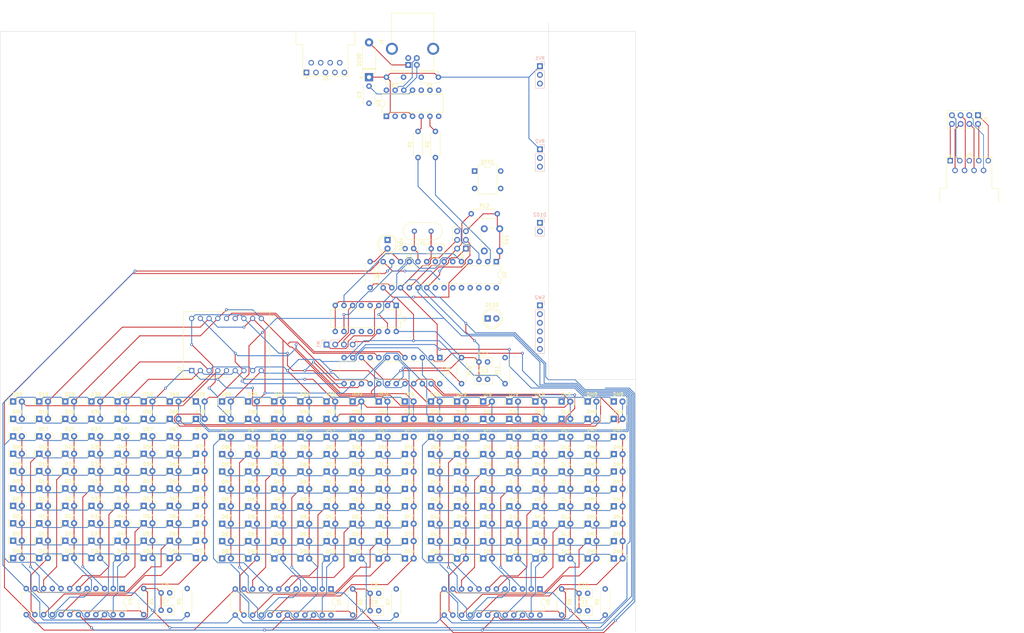
<source format=kicad_pcb>
(kicad_pcb (version 20211014) (generator pcbnew)
  (layers (0 "F.Cu" signal) (31 "B.Cu" signal) (34 "B.Paste" user) (35 "F.Paste" user) (36 "B.SilkS" user "B.Silkscreen") (37 "F.SilkS" user "F.Silkscreen") (38 "B.Mask" user) (39 "F.Mask" user) (44 "Edge.Cuts" user))
  (net 0 "")
  (net 1 "GND")
  (net 2 "+5V")
  (net 3 "Net-(C3-Pad2)")
  (net 4 "Net-(C4-Pad2)")
  (net 5 "Net-(C5-Pad2)")
  (net 6 "Net-(D00-Pad1)")
  (net 7 "Net-(D00-Pad2)")
  (net 8 "Net-(D01-Pad1)")
  (net 9 "Net-(D02-Pad1)")
  (net 10 "Net-(D03-Pad1)")
  (net 11 "Net-(D04-Pad1)")
  (net 12 "Net-(D05-Pad1)")
  (net 13 "Net-(D06-Pad1)")
  (net 14 "Net-(D07-Pad1)")
  (net 15 "Net-(D08-Pad1)")
  (net 16 "/GPU Graph, Red Section, Memory Readout/SEG_DP")
  (net 17 "Net-(D09-Pad1)")
  (net 18 "Net-(D10-Pad2)")
  (net 19 "Net-(D18-Pad2)")
  (net 20 "Net-(D20-Pad2)")
  (net 21 "Net-(D28-Pad2)")
  (net 22 "Net-(D30-Pad2)")
  (net 23 "Net-(D38-Pad2)")
  (net 24 "Net-(D40-Pad2)")
  (net 25 "/GPU Graph, Red Section, Memory Readout/SEG_D")
  (net 26 "Net-(D50-Pad2)")
  (net 27 "/GPU Graph, Red Section, Memory Readout/SEG_E")
  (net 28 "Net-(D60-Pad2)")
  (net 29 "/GPU Graph, Red Section, Memory Readout/SEG_F")
  (net 30 "Net-(D70-Pad2)")
  (net 31 "/GPU Graph, Red Section, Memory Readout/SEG_G")
  (net 32 "Net-(D80-Pad1)")
  (net 33 "Net-(D80-Pad2)")
  (net 34 "Net-(D81-Pad1)")
  (net 35 "Net-(D82-Pad1)")
  (net 36 "Net-(D83-Pad1)")
  (net 37 "Net-(D84-Pad1)")
  (net 38 "Net-(D85-Pad1)")
  (net 39 "Net-(D86-Pad1)")
  (net 40 "Net-(D87-Pad1)")
  (net 41 "Net-(D88-Pad1)")
  (net 42 "Net-(D89-Pad1)")
  (net 43 "Net-(D90-Pad2)")
  (net 44 "Net-(D100-Pad2)")
  (net 45 "Net-(D101-Pad4)")
  (net 46 "Net-(D101-Pad2)")
  (net 47 "Net-(D101-Pad3)")
  (net 48 "Net-(D101-Pad1)")
  (net 49 "Net-(D103-Pad1)")
  (net 50 "Net-(D103-Pad2)")
  (net 51 "Net-(D104-Pad2)")
  (net 52 "Net-(DA0-Pad2)")
  (net 53 "Net-(DB0-Pad2)")
  (net 54 "Net-(DC0-Pad2)")
  (net 55 "Net-(DD0-Pad2)")
  (net 56 "Net-(DE0-Pad2)")
  (net 57 "Net-(DF0-Pad2)")
  (net 58 "Net-(DG0-Pad1)")
  (net 59 "Net-(DG0-Pad2)")
  (net 60 "Net-(DG1-Pad1)")
  (net 61 "Net-(DG2-Pad1)")
  (net 62 "Net-(DG3-Pad1)")
  (net 63 "Net-(DG4-Pad1)")
  (net 64 "Net-(DG5-Pad1)")
  (net 65 "Net-(DG6-Pad1)")
  (net 66 "Net-(DG7-Pad1)")
  (net 67 "Net-(DG8-Pad1)")
  (net 68 "Net-(DG9-Pad1)")
  (net 69 "Net-(DH0-Pad2)")
  (net 70 "Net-(DI0-Pad2)")
  (net 71 "Net-(DJ0-Pad2)")
  (net 72 "Net-(DK0-Pad2)")
  (net 73 "Net-(DL0-Pad2)")
  (net 74 "Net-(DM0-Pad2)")
  (net 75 "Net-(DN0-Pad2)")
  (net 76 "Net-(J1-Pad2)")
  (net 77 "Net-(J1-Pad3)")
  (net 78 "Net-(J2-Pad1)")
  (net 79 "/CPU Graph, Green Section, First Block/CLK")
  (net 80 "/CPU Graph, Green Section, First Block/MOSI")
  (net 81 "Net-(J2-Pad5)")
  (net 82 "Net-(J3-Pad1)")
  (net 83 "Net-(J3-Pad2)")
  (net 85 "Net-(J3-Pad6)")
  (net 86 "Net-(J3-Pad7)")
  (net 87 "/Front Panel/PWSW1")
  (net 88 "/Front Panel/RSSW1")
  (net 89 "/Front Panel/Power0")
  (net 90 "/Front Panel/HD+")
  (net 91 "/Front Panel/PWSW0")
  (net 92 "/Front Panel/RSSW0")
  (net 93 "/Front Panel/Power1")
  (net 94 "/Front Panel/HD-")
  (net 95 "Net-(M1-Pad1)")
  (net 96 "Net-(M1-Pad2)")
  (net 97 "Net-(M1-Pad3)")
  (net 98 "Net-(M1-Pad4)")
  (net 99 "Net-(R1-Pad1)")
  (net 100 "Net-(R1-Pad2)")
  (net 101 "Net-(R2-Pad1)")
  (net 102 "Net-(R2-Pad2)")
  (net 103 "Net-(R3-Pad2)")
  (net 104 "Net-(R4-Pad2)")
  (net 105 "/CPU Graph, Green Section, First Block/CS")
  (net 106 "Net-(R6-Pad2)")
  (net 107 "/CPU Graph, Green Section, Second Block/CS")
  (net 108 "Net-(R8-Pad2)")
  (net 109 "/CPU Graph, Green Section, Third Block/CS")
  (net 110 "Net-(R10-Pad2)")
  (net 111 "/GPU Graph, Red Section, Memory Readout/CS")
  (net 112 "/Front Panel/FREQUENCY")
  (net 113 "/Front Panel/BRIGHTNESS")
  (net 116 "/Front Panel/LOAD_A1")
  (net 117 "/Front Panel/LOAD_A3")
  (net 118 "/Front Panel/LOAD_A2")
  (net 119 "/Front Panel/LOAD_A4")
  (net 132 "Net-(U7-Pad13)")
  (net 133 "Net-(U7-Pad14)")
  (footprint "Connector_PinHeader_2.54mm:PinHeader_2x04_P2.54mm_Vertical" (layer "F.Cu") (at 299.3125 45.939162 -90)
    (fp_text reference "J5")
    (fp_text value "Conn_2Rows-09Pins")
  )
  (footprint "Package_DIP:DIP-24_W7.62mm" (layer "F.Cu") (at 110.522011 184.286011 -90)
    (fp_text reference "U5")
    (fp_text value "MAX7219")
  )
  (footprint "local:LED_Rectangular_W7.0mm_H2.3mm" (layer "F.Cu") (at 132.107011 170.306011)
    (fp_text reference "DF1")
    (fp_text value "LED")
  )
  (footprint "local:LED_Rectangular_W7.0mm_H2.3mm" (layer "F.Cu") (at 94.007011 170.306011)
    (fp_text reference "DA1")
    (fp_text value "LED")
  )
  (footprint "local:LED_Rectangular_W7.0mm_H2.3mm" (layer "F.Cu") (at 162.587011 165.226011)
    (fp_text reference "DJ2")
    (fp_text value "LED")
  )
  (footprint "Capacitor_THT:C_Disc_D5.0mm_W2.5mm_P2.50mm" (layer "F.Cu") (at 153.697011 117.982011)
    (fp_text reference "C12")
    (fp_text value "0.1uF")
  )
  (footprint "local:LED_Rectangular_W7.0mm_H2.3mm" (layer "F.Cu") (at 71.12 144.78)
    (fp_text reference "D76")
    (fp_text value "LED")
  )
  (footprint "local:LED_Rectangular_W7.0mm_H2.3mm" (layer "F.Cu") (at 193.067011 175.386011)
    (fp_text reference "DN0")
    (fp_text value "LED")
  )
  (footprint "local:LED_Rectangular_W7.0mm_H2.3mm" (layer "F.Cu") (at 33.02 139.7)
    (fp_text reference "D27")
    (fp_text value "LED")
  )
  (footprint "local:LED_Rectangular_W7.0mm_H2.3mm" (layer "F.Cu") (at 124.487011 170.306011)
    (fp_text reference "DE1")
    (fp_text value "LED")
  )
  (footprint "local:LED_Rectangular_W7.0mm_H2.3mm" (layer "F.Cu") (at 40.64 139.7)
    (fp_text reference "D37")
    (fp_text value "LED")
  )
  (footprint "local:LED_Rectangular_W7.0mm_H2.3mm" (layer "F.Cu") (at 86.387011 160.146011)
    (fp_text reference "D93")
    (fp_text value "LED")
  )
  (footprint "local:LED_Rectangular_W7.0mm_H2.3mm" (layer "F.Cu") (at 93.98 129.54)
    (fp_text reference "DA9")
    (fp_text value "LED")
  )
  (footprint "local:LED_Rectangular_W7.0mm_H2.3mm" (layer "F.Cu") (at 109.22 129.54)
    (fp_text reference "DC9")
    (fp_text value "LED")
  )
  (footprint "local:LED_Rectangular_W7.0mm_H2.3mm" (layer "F.Cu") (at 48.26 154.94)
    (fp_text reference "D44")
    (fp_text value "LED")
  )
  (footprint "LED_THT:LED_D5.0mm" (layer "F.Cu") (at 127.020742 82.342011 -90)
    (fp_text reference "D104")
    (fp_text value "LED")
  )
  (footprint "local:LED_Rectangular_W7.0mm_H2.3mm" (layer "F.Cu") (at 17.78 160.02)
    (fp_text reference "D03")
    (fp_text value "LED")
  )
  (footprint "local:LED_Rectangular_W7.0mm_H2.3mm" (layer "F.Cu") (at 63.5 165.1)
    (fp_text reference "D62")
    (fp_text value "LED")
  )
  (footprint "Crystal:Crystal_HC49-4H_Vertical" (layer "F.Cu") (at 139.720742 79.802011 180)
    (fp_text reference "Y1")
    (fp_text value "16MHz")
  )
  (footprint "local:LED_Rectangular_W7.0mm_H2.3mm" (layer "F.Cu") (at 139.727011 165.226011)
    (fp_text reference "DG2")
    (fp_text value "LED")
  )
  (footprint "local:LED_Rectangular_W7.0mm_H2.3mm" (layer "F.Cu") (at 116.84 134.62)
    (fp_text reference "DD8")
    (fp_text value "LED")
  )
  (footprint "local:LED_Rectangular_W7.0mm_H2.3mm" (layer "F.Cu") (at 25.4 165.1)
    (fp_text reference "D12")
    (fp_text value "LED")
  )
  (footprint "local:LED_Rectangular_W7.0mm_H2.3mm" (layer "F.Cu") (at 63.5 175.26)
    (fp_text reference "D60")
    (fp_text value "LED")
  )
  (footprint "local:LED_Rectangular_W7.0mm_H2.3mm" (layer "F.Cu") (at 193.067011 144.906011)
    (fp_text reference "DN6")
    (fp_text value "LED")
  )
  (footprint "local:LED_Rectangular_W7.0mm_H2.3mm" (layer "F.Cu") (at 17.78 129.54)
    (fp_text reference "D09")
    (fp_text value "LED")
  )
  (footprint "Capacitor_THT:C_Disc_D5.0mm_W2.5mm_P2.50mm" (layer "F.Cu") (at 60.96 190.5)
    (fp_text reference "C7")
    (fp_text value "10uF")
  )
  (footprint "local:LED_Rectangular_W7.0mm_H2.3mm" (layer "F.Cu") (at 124.487011 165.226011)
    (fp_text reference "DE2")
    (fp_text value "LED")
  )
  (footprint "local:LED_Rectangular_W7.0mm_H2.3mm" (layer "F.Cu") (at 25.4 154.94)
    (fp_text reference "D14")
    (fp_text value "LED")
  )
  (footprint "local:LED_Rectangular_W7.0mm_H2.3mm" (layer "F.Cu") (at 48.26 144.78)
    (fp_text reference "D46")
    (fp_text value "LED")
  )
  (footprint "local:LED_Rectangular_W7.0mm_H2.3mm" (layer "F.Cu") (at 154.967011 160.146011)
    (fp_text reference "DI3")
    (fp_text value "LED")
  )
  (footprint "local:LED_Rectangular_W7.0mm_H2.3mm" (layer "F.Cu") (at 116.867011 149.986011)
    (fp_text reference "DD5")
    (fp_text value "LED")
  )
  (footprint "Capacitor_THT:C_Disc_D5.1mm_W3.2mm_P5.00mm" (layer "F.Cu") (at 121.617011 42.454511 90)
    (fp_text reference "C3")
    (fp_text value "1uF")
  )
  (footprint "local:LED_Rectangular_W7.0mm_H2.3mm" (layer "F.Cu") (at 33.02 175.26)
    (fp_text reference "D20")
    (fp_text value "LED")
  )
  (footprint "local:LED_Rectangular_W7.0mm_H2.3mm" (layer "F.Cu") (at 177.827011 165.226011)
    (fp_text reference "DL2")
    (fp_text value "LED")
  )
  (footprint "local:LED_Rectangular_W7.0mm_H2.3mm" (layer "F.Cu") (at 147.32 129.54)
    (fp_text reference "DH9")
    (fp_text value "LED")
  )
  (footprint "local:LED_Rectangular_W7.0mm_H2.3mm" (layer "F.Cu") (at 116.867011 139.826011)
    (fp_text reference "DD7")
    (fp_text value "LED")
  )
  (footprint "local:LED_Rectangular_W7.0mm_H2.3mm" (layer "F.Cu") (at 55.88 154.94)
    (fp_text reference "D54")
    (fp_text value "LED")
  )
  (footprint "local:LED_Rectangular_W7.0mm_H2.3mm" (layer "F.Cu") (at 132.107011 165.226011)
    (fp_text reference "DF2")
    (fp_text value "LED")
  )
  (footprint "local:LED_Rectangular_W7.0mm_H2.3mm" (layer "F.Cu") (at 33.02 154.94)
    (fp_text reference "D24")
    (fp_text value "LED")
  )
  (footprint "local:LED_Rectangular_W7.0mm_H2.3mm" (layer "F.Cu") (at 63.5 160.02)
    (fp_text reference "D63")
    (fp_text value "LED")
  )
  (footprint "local:LED_Rectangular_W7.0mm_H2.3mm" (layer "F.Cu") (at 86.387011 139.826011)
    (fp_text reference "D97")
    (fp_text value "LED")
  )
  (footprint "Package_DIP:DIP-24_W7.62mm" (layer "F.Cu") (at 171.482011 184.286011 -90)
    (fp_text reference "U6")
    (fp_text value "MAX7219")
  )
  (footprint "local:LED_Rectangular_W7.0mm_H2.3mm" (layer "F.Cu") (at 109.247011 170.306011)
    (fp_text reference "DC1")
    (fp_text value "LED")
  )
  (footprint "local:LED_Rectangular_W7.0mm_H2.3mm" (layer "F.Cu") (at 25.4 134.62)
    (fp_text reference "D18")
    (fp_text value "LED")
  )
  (footprint "local:LED_Rectangular_W7.0mm_H2.3mm" (layer "F.Cu") (at 63.5 149.86)
    (fp_text reference "D65")
    (fp_text value "LED")
  )
  (footprint "local:LED_Rectangular_W7.0mm_H2.3mm" (layer "F.Cu") (at 86.36 129.54)
    (fp_text reference "D99")
    (fp_text value "LED")
  )
  (footprint "local:LED_Rectangular_W7.0mm_H2.3mm" (layer "F.Cu") (at 71.12 160.02)
    (fp_text reference "D73")
    (fp_text value "LED")
  )
  (footprint "local:LED_Rectangular_W7.0mm_H2.3mm" (layer "F.Cu") (at 25.4 175.26)
    (fp_text reference "D10")
    (fp_text value "LED")
  )
  (footprint "local:LED_Rectangular_W7.0mm_H2.3mm" (layer "F.Cu") (at 185.447011 170.306011)
    (fp_text reference "DM1")
    (fp_text value "LED")
  )
  (footprint "local:LED_Rectangular_W7.0mm_H2.3mm" (layer "F.Cu") (at 71.12 134.62)
    (fp_text reference "D78")
    (fp_text value "LED")
  )
  (footprint "Connector_Dsub:DSUB-9_Male_Horizontal_P2.77x2.84mm_EdgePinOffset9.40mm" (layer "F.Cu") (at 291.2225 59.2185)
    (fp_text reference "J4")
    (fp_text value "DB9_Male")
  )
  (footprint "local:LED_Rectangular_W7.0mm_H2.3mm" (layer "F.Cu") (at 55.88 160.02)
    (fp_text reference "D53")
    (fp_text value "LED")
  )
  (footprint "local:LED_Rectangular_W7.0mm_H2.3mm" (layer "F.Cu") (at 162.56 134.62)
    (fp_text reference "DJ8")
    (fp_text value "LED")
  )
  (footprint "Package_DIP:DIP-24_W7.62mm" (layer "F.Cu") (at 49.535 184.16 -90)
    (fp_text reference "U4")
    (fp_text value "MAX7219")
  )
  (footprint "local:LED_Rectangular_W7.0mm_H2.3mm" (layer "F.Cu") (at 17.78 165.1)
    (fp_text reference "D02")
    (fp_text value "LED")
  )
  (footprint "local:LED_Rectangular_W7.0mm_H2.3mm" (layer "F.Cu") (at 94.007011 139.826011)
    (fp_text reference "DA7")
    (fp_text value "LED")
  )
  (footprint "local:LED_Rectangular_W7.0mm_H2.3mm" (layer "F.Cu") (at 101.627011 165.226011)
    (fp_text reference "DB2")
    (fp_text value "LED")
  )
  (footprint "local:LED_Rectangular_W7.0mm_H2.3mm" (layer "F.Cu") (at 193.067011 149.986011)
    (fp_text reference "DN5")
    (fp_text value "LED")
  )
  (footprint "local:LED_Rectangular_W7.0mm_H2.3mm" (layer "F.Cu") (at 109.247011 165.226011)
    (fp_text reference "DC2")
    (fp_text value "LED")
  )
  (footprint "local:LED_Rectangular_W7.0mm_H2.3mm" (layer "F.Cu") (at 185.447011 144.906011)
    (fp_text reference "DM6")
    (fp_text value "LED")
  )
  (footprint "local:LED_Rectangular_W7.0mm_H2.3mm" (layer "F.Cu") (at 40.64 170.18)
    (fp_text reference "D31")
    (fp_text value "LED")
  )
  (footprint "local:LED_Rectangular_W7.0mm_H2.3mm" (layer "F.Cu") (at 132.107011 160.146011)
    (fp_text reference "DF3")
    (fp_text value "LED")
  )
  (footprint "local:LED_Rectangular_W7.0mm_H2.3mm" (layer "F.Cu") (at 139.7 134.62)
    (fp_text reference "DG8")
    (fp_text value "LED")
  )
  (footprint "local:LED_Rectangular_W7.0mm_H2.3mm" (layer "F.Cu") (at 154.967011 139.826011)
    (fp_text reference "DI7")
    (fp_text value "LED")
  )
  (footprint "local:LED_Rectangular_W7.0mm_H2.3mm" (layer "F.Cu") (at 94.007011 165.226011)
    (fp_text reference "DA2")
    (fp_text value "LED")
  )
  (footprint "local:LED_Rectangular_W7.0mm_H2.3mm" (layer "F.Cu") (at 63.5 144.78)
    (fp_text reference "D66")
    (fp_text value "LED")
  )
  (footprint "local:LED_Rectangular_W7.0mm_H2.3mm" (layer "F.Cu") (at 154.967011 170.306011)
    (fp_text reference "DI1")
    (fp_text value "LED")
  )
  (footprint "local:LED_Rectangular_W7.0mm_H2.3mm" (layer "F.Cu") (at 193.067011 155.066011)
    (fp_text reference "DN4")
    (fp_text value "LED")
  )
  (footprint "LED_THT:LED_D5.0mm" (layer "F.Cu") (at 156.237011 105.282011)
    (fp_text reference "D103")
    (fp_text value "LED")
  )
  (footprint "Resistor_THT:R_Axial_DIN0207_L6.3mm_D2.5mm_P7.62mm_Horizontal" (layer "F.Cu") (at 190.527011 191.896011 90)
    (fp_text reference "R9")
    (fp_text value "10k")
  )
  (footprint "local:LED_Rectangular_W7.0mm_H2.3mm" (layer "F.Cu") (at 185.447011 160.146011)
    (fp_text reference "DM3")
    (fp_text value "LED")
  )
  (footprint "local:LED_Rectangular_W7.0mm_H2.3mm" (layer "F.Cu") (at 101.627011 139.826011)
    (fp_text reference "DB7")
    (fp_text value "LED")
  )
  (footprint "local:LED_Rectangular_W7.0mm_H2.3mm" (layer "F.Cu") (at 101.627011 144.906011)
    (fp_text reference "DB6")
    (fp_text value "LED")
  )
  (footprint "local:LED_Rectangular_W7.0mm_H2.3mm" (layer "F.Cu") (at 185.447011 139.826011)
    (fp_text reference "DM7")
    (fp_text value "LED")
  )
  (footprint "local:LED_Rectangular_W7.0mm_H2.3mm" (layer "F.Cu") (at 25.4 149.86)
    (fp_text reference "D15")
    (fp_text value "LED")
  )
  (footprint "local:LED_Rectangular_W7.0mm_H2.3mm" (layer "F.Cu") (at 116.867011 155.066011)
    (fp_text reference "DD4")
    (fp_text value "LED")
  )
  (footprint "local:LED_Rectangular_W7.0mm_H2.3mm" (layer "F.Cu") (at 40.64 175.26)
    (fp_text reference "D30")
    (fp_text value "LED")
  )
  (footprint "local:LED_Rectangular_W7.0mm_H2.3mm" (layer "F.Cu") (at 25.4 129.54)
    (fp_text reference "D19")
    (fp_text value "LED")
  )
  (footprint "local:LED_Rectangular_W7.0mm_H2.3mm" (layer "F.Cu") (at 147.347011 175.386011)
    (fp_text reference "DH0")
    (fp_text value "LED")
  )
  (footprint "local:LED_Rectangular_W7.0mm_H2.3mm" (layer "F.Cu") (at 17.78 170.18)
    (fp_text reference "D01")
    (fp_text value "LED")
  )
  (footprint "local:LED_Rectangular_W7.0mm_H2.3mm" (layer "F.Cu") (at 109.247011 144.906011)
    (fp_text reference "DC6")
    (fp_text value "LED")
  )
  (footprint "local:LED_Rectangular_W7.0mm_H2.3mm" (layer "F.Cu") (at 63.5 170.18)
    (fp_text reference "D61")
    (fp_text value "LED")
  )
  (footprint "local:LED_Rectangular_W7.0mm_H2.3mm" (layer "F.Cu") (at 139.727011 155.066011)
    (fp_text reference "DG4")
    (fp_text value "LED")
  )
  (footprint "local:LED_Rectangular_W7.0mm_H2.3mm" (layer "F.Cu") (at 33.02 134.62)
    (fp_text reference "D28")
    (fp_text value "LED")
  )
  (footprint "local:LED_Rectangular_W7.0mm_H2.3mm" (layer "F.Cu") (at 170.207011 139.826011)
    (fp_text reference "DK7")
    (fp_text value "LED")
  )
  (footprint "Capacitor_THT:C_Disc_D5.0mm_W2.5mm_P2.50mm" (layer "F.Cu") (at 60.96 185.42)
    (fp_text reference "C6")
    (fp_text value "0.1uF")
  )
  (footprint "local:LED_Rectangular_W7.0mm_H2.3mm" (layer "F.Cu") (at 193.067011 165.226011)
    (fp_text reference "DN2")
    (fp_text value "LED")
  )
  (footprint "local:LED_Rectangular_W7.0mm_H2.3mm" (layer "F.Cu") (at 109.22 134.62)
    (fp_text reference "DC8")
    (fp_text value "LED")
  )
  (footprint "local:LED_Rectangular_W7.0mm_H2.3mm" (layer "F.Cu") (at 48.26 149.86)
    (fp_text reference "D45")
    (fp_text value "LED")
  )
  (footprint "local:LED_Rectangular_W7.0mm_H2.3mm" (layer "F.Cu") (at 162.56 129.54)
    (fp_text reference "DJ9")
    (fp_text value "LED")
  )
  (footprint "local:LED_Rectangular_W7.0mm_H2.3mm" (layer "F.Cu") (at 55.88 139.7)
    (fp_text reference "D57")
    (fp_text value "LED")
  )
  (footprint "local:LED_Rectangular_W7.0mm_H2.3mm" (layer "F.Cu") (at 177.827011 170.306011)
    (fp_text reference "DL1")
    (fp_text value "LED")
  )
  (footprint "local:LED_Rectangular_W7.0mm_H2.3mm" (layer "F.Cu") (at 170.207011 165.226011)
    (fp_text reference "DK2")
    (fp_text value "LED")
  )
  (footprint "local:LED_Rectangular_W7.0mm_H2.3mm" (layer "F.Cu") (at 86.387011 144.906011)
    (fp_text reference "D96")
    (fp_text value "LED")
  )
  (footprint "local:LED_Rectangular_W7.0mm_H2.3mm" (layer "F.Cu") (at 185.447011 155.066011)
    (fp_text reference "DM4")
    (fp_text value "LED")
  )
  (footprint "local:LED_Rectangular_W7.0mm_H2.3mm" (layer "F.Cu") (at 139.727011 149.986011)
    (fp_text reference "DG5")
    (fp_text value "LED")
  )
  (footprint "local:LED_Rectangular_W7.0mm_H2.3mm" (layer "F.Cu") (at 71.12 129.54)
    (fp_text reference "D79")
    (fp_text value "LED")
  )
  (footprint "local:LED_Rectangular_W7.0mm_H2.3mm" (layer "F.Cu") (at 94.007011 149.986011)
    (fp_text reference "DA5")
    (fp_text value "LED")
  )
  (footprint "local:LED_Rectangular_W7.0mm_H2.3mm" (layer "F.Cu") (at 147.347011 139.826011)
    (fp_text reference "DH7")
    (fp_text value "LED")
  )
  (footprint "local:LED_Rectangular_W7.0mm_H2.3mm" (layer "F.Cu") (at 162.587011 139.826011)
    (fp_text reference "DJ7")
    (fp_text value "LED")
  )
  (footprint "local:LED_Rectangular_W7.0mm_H2.3mm" (layer "F.Cu") (at 147.347011 170.306011)
    (fp_text reference "DH1")
    (fp_text value "LED")
  )
  (footprint "Resistor_THT:R_Axial_DIN0207_L6.3mm_D2.5mm_P7.62mm_Horizontal" (layer "F.Cu") (at 161.317011 124.332011 90)
    (fp_text reference "R11")
    (fp_text value "10k")
  )
  (footprint "Resistor_THT:R_Axial_DIN0207_L6.3mm_D2.5mm_P7.62mm_Horizontal" (layer "F.Cu") (at 121.940742 88.692011 -90)
    (fp_text reference "R3")
    (fp_text value "R_US")
  )
  (footprint "local:LED_Rectangular_W7.0mm_H2.3mm" (layer "F.Cu") (at 185.447011 175.386011)
    (fp_text reference "DM0")
    (fp_text value "LED")
  )
  (footprint "local:LED_Rectangular_W7.0mm_H2.3mm" (layer "F.Cu") (at 71.12 154.94)
    (fp_text reference "D74")
    (fp_text value "LED")
  )
  (footprint "local:LED_Rectangular_W7.0mm_H2.3mm" (layer "F.Cu") (at 154.967011 155.066011)
    (fp_text reference "DI4")
    (fp_text value "LED")
  )
  (footprint "local:LED_Rectangular_W7.0mm_H2.3mm" (layer "F.Cu") (at 177.827011 155.066011)
    (fp_text reference "DL4")
    (fp_text value "LED")
  )
  (footprint "Capacitor_THT:C_Disc_D5.1mm_W3.2mm_P5.00mm" (layer "F.Cu") (at 126.697011 34.834511)
    (fp_text reference "C2")
    (fp_text value "1uF")
  )
  (footprint "local:LED_Rectangular_W7.0mm_H2.3mm" (layer "F.Cu") (at 94.007011 160.146011)
    (fp_text reference "DA3")
    (fp_text value "LED")
  )
  (footprint "local:LED_Rectangular_W7.0mm_H2.3mm" (layer "F.Cu") (at 170.18 129.54)
    (fp_text reference "DK9")
    (fp_text value "LED")
  )
  (footprint "local:LED_Rectangular_W7.0mm_H2.3mm" (layer "F.Cu") (at 86.387011 165.226011)
    (fp_text reference "D92")
    (fp_text value "LED")
  )
  (footprint "local:LED_Rectangular_W7.0mm_H2.3mm" (layer "F.Cu") (at 78.767011 175.386011)
    (fp_text reference "D80")
    (fp_text value "LED")
  )
  (footprint "Capacitor_THT:C_Disc_D5.0mm_W2.5mm_P2.50mm" (layer "F.Cu") (at 132.140742 84.882011)
    (fp_text reference "C5")
    (fp_text value "22pF")
  )
  (footprint "Package_DIP:DIP-28_W7.62mm" (layer "F.Cu") (at 158.760742 88.702011 -90)
    (fp_text reference "U2")
    (fp_text value "ATmega328P-P")
  )
  (footprint "local:LED_Rectangular_W7.0mm_H2.3mm" (layer "F.Cu") (at 33.02 144.78)
    (fp_text reference "D26")
    (fp_text value "LED")
  )
  (footprint "local:LED_Rectangular_W7.0mm_H2.3mm" (layer "F.Cu") (at 124.487011 139.826011)
    (fp_text reference "DE7")
    (fp_text value "LED")
  )
  (footprint "Capacitor_THT:C_Disc_D5.0mm_W2.5mm_P2.50mm" (layer "F.Cu") (at 121.947011 185.546011)
    (fp_text reference "C8")
    (fp_text value "0.1uF")
  )
  (footprint "local:LED_Rectangular_W7.0mm_H2.3mm" (layer "F.Cu") (at 71.12 139.7)
    (fp_text reference "D77")
    (fp_text value "LED")
  )
  (footprint "local:LED_Rectangular_W7.0mm_H2.3mm" (layer "F.Cu") (at 55.88 134.62)
    (fp_text reference "D58")
    (fp_text value "LED")
  )
  (footprint "local:LED_Rectangular_W7.0mm_H2.3mm" (layer "F.Cu") (at 86.36 134.62)
    (fp_text reference "D98")
    (fp_text value "LED")
  )
  (footprint "local:LED_Rectangular_W7.0mm_H2.3mm" (layer "F.Cu") (at 193.04 134.62)
    (fp_text reference "DN8")
    (fp_text value "LED")
  )
  (footprint "local:LED_Rectangular_W7.0mm_H2.3mm" (layer "F.Cu") (at 147.347011 155.066011)
    (fp_text reference "DH4")
    (fp_text value "LED")
  )
  (footprint "Connector_PinHeader_2.54mm:PinHeader_2x03_P2.54mm_Vertical" (layer "F.Cu") (at 149.880742 84.882011 180)
    (fp_text reference "J2")
    (fp_text value "ICSP")
  )
  (footprint "local:LED_Rectangular_W7.0mm_H2.3mm" (layer "F.Cu") (at 86.387011 155.066011)
    (fp_text reference "D94")
    (fp_text value "LED")
  )
  (footprint "local:LED_Rectangular_W7.0mm_H2.3mm" (layer "F.Cu") (at 71.12 165.1)
    (fp_text reference "D72")
    (fp_text value "LED")
  )
  (footprint "local:LED_Rectangular_W7.0mm_H2.3mm" (layer "F.Cu") (at 124.46 129.54)
    (fp_text reference "DE9")
    (fp_text value "LED")
  )
  (footprint "Capacitor_THT:C_Disc_D5.0mm_W2.5mm_P2.50mm" (layer "F.Cu") (at 182.907011 185.546011)
    (fp_text reference "C10")
    (fp_text value "0.1uF")
  )
  (footprint "Capacitor_THT:C_Disc_D5.0mm_W2.5mm_P2.50mm" (layer "F.Cu") (at 182.907011 190.626011)
    (fp_text reference "C11")
    (fp_text value "10uF")
  )
  (footprint "local:LED_Rectangular_W7.0mm_H2.3mm" (layer "F.Cu") (at 193.067011 170.306011)
    (fp_text reference "DN1")
    (fp_text value "LED")
  )
  (footprint "local:LED_Rectangular_W7.0mm_H2.3mm" (layer "F.Cu") (at 40.64 129.54)
    (fp_text reference "D39")
    (fp_text value "LED")
  )
  (footprint "local:LED_Rectangular_W7.0mm_H2.3mm" (layer "F.Cu") (at 139.727011 170.306011)
    (fp_text reference "DG1")
    (fp_text value "LED")
  )
  (footprint "local:LED_Rectangular_W7.0mm_H2.3mm" (layer "F.Cu") (at 33.02 165.1)
    (fp_text reference "D22")
    (fp_text value "LED")
  )
  (footprint "local:LED_Rectangular_W7.0mm_H2.3mm" (layer "F.Cu") (at 177.827011 160.146011)
    (fp_text reference "DL3")
    (fp_text value "LED")
  )
  (footprint "local:LED_Rectangular_W7.0mm_H2.3mm" (layer "F.Cu") (at 33.02 160.02)
    (fp_text reference "D23")
    (fp_text value "LED")
  )
  (footprint "local:LED_Rectangular_W7.0mm_H2.3mm" (layer "F.Cu") (at 170.207011 149.986011)
    (fp_text reference "DK5")
    (fp_text value "LED")
  )
  (footprint "local:LED_Rectangular_W7.0mm_H2.3mm" (layer "F.Cu") (at 33.02 149.86)
    (fp_text reference "D25")
    (fp_text value "LED")
  )
  (footprint "local:LED_Rectangular_W7.0mm_H2.3mm" (layer "F.Cu") (at 63.5 129.54)
    (fp_text reference "D69")
    (fp_text value "LED")
  )
  (footprint "local:LED_Rectangular_W7.0mm_H2.3mm" (layer "F.Cu") (at 40.64 144.78)
    (fp_text reference "D36")
    (fp_text value "LED")
  )
  (footprint "local:LED_Rectangular_W7.0mm_H2.3mm" (layer "F.Cu") (at 86.387011 170.306011)
    (fp_text reference "D91")
    (fp_text value "LED")
  )
  (footprint "Resistor_THT:R_Axial_DIN0207_L6.3mm_D2.5mm_P7.62mm_Horizontal" (layer "F.Cu") (at 55.88 184.15 -90)
    (fp_text reference "R4")
    (fp_text value "27k")
  )
  (footprint "local:LED_Rectangular_W7.0mm_H2.3mm" (layer "F.Cu") (at 177.827011 144.906011)
    (fp_text reference "DL6")
    (fp_text value "LED")
  )
  (footprint "local:LED_Rectangular_W7.0mm_H2.3mm" (layer "F.Cu") (at 132.107011 149.986011)
    (fp_text reference "DF5")
    (fp_text value "LED")
  )
  (footprint "local:LED_Rectangular_W7.0mm_H2.3mm" (layer "F.Cu") (at 124.46 134.62)
    (fp_text reference "DE8")
    (fp_text value "LED")
  )
  (footprint "local:LED_Rectangular_W7.0mm_H2.3mm" (layer "F.Cu") (at 78.767011 149.986011)
    (fp_text reference "D85")
    (fp_text value "LED")
  )
  (footprint "Package_DIP:DIP-16_W7.62mm" (layer "F.Cu") (at 129.552011 101.482011 -90)
    (fp_text reference "U1")
    (fp_text value "L293D")
  )
  (footprint "local:LED_Rectangular_W7.0mm_H2.3mm" (layer "F.Cu") (at 109.247011 160.146011)
    (fp_text reference "DC3")
    (fp_text value "LED")
  )
  (footprint "local:LED_Rectangular_W7.0mm_H2.3mm" (layer "F.Cu") (at 40.64 165.1)
    (fp_text reference "D32")
    (fp_text value "LED")
  )
  (footprint "Package_DIP:DIP-14_W7.62mm" (layer "F.Cu") (at 126.692011 46.254511 90)
    (fp_text reference "U3")
    (fp_text value "MCP2221AxP")
  )
  (footprint "local:LED_Rectangular_W7.0mm_H2.3mm" (layer "F.Cu") (at 147.32 134.62)
    (fp_text reference "DH8")
    (fp_text value "LED")
  )
  (footprint "local:LED_Rectangular_W7.0mm_H2.3mm" (layer "F.Cu") (at 48.26 175.26)
    (fp_text reference "D40")
    (fp_text value "LED")
  )
  (footprint "local:LED_Rectangular_W7.0mm_H2.3mm" (layer "F.Cu") (at 185.447011 149.986011)
    (fp_text reference "DM5")
    (fp_text value "LED")
  )
  (footprint "local:LED_Rectangular_W7.0mm_H2.3mm" (layer "F.Cu") (at 48.26 134.62)
    (fp_text reference "D48")
    (fp_text value "LED")
  )
  (footprint "local:LED_Rectangular_W7.0mm_H2.3mm" (layer "F.Cu") (at 154.94 129.54)
    (fp_text reference "DI9")
    (fp_text value "LED")
  )
  (footprint "local:LED_Rectangular_W7.0mm_H2.3mm" (layer "F.Cu") (at 94.007011 144.906011)
    (fp_text reference "DA6")
    (fp_text value "LED")
  )
  (footprint "local:LED_Rectangular_W7.0mm_H2.3mm" (layer "F.Cu") (at 63.5 139.7)
    (fp_text reference "D67")
    (fp_text value "LED")
  )
  (footprint "local:LED_Rectangular_W7.0mm_H2.3mm" (layer "F.Cu") (at 132.107011 155.066011)
    (fp_text reference "DF4")
    (fp_text value "LED")
  )
  (footprint "local:LED_Rectangular_W7.0mm_H2.3mm" (layer "F.Cu") (at 78.767011 144.906011)
    (fp_text reference "D86")
    (fp_text value "LED")
  )
  (footprint "local:LED_Rectangular_W7.0mm_H2.3mm" (layer "F.Cu") (at 147.347011 160.146011)
    (fp_text reference "DH3")
    (fp_text value "LED")
  )
  (footprint "local:LED_Rectangular_W7.0mm_H2.3mm" (layer "F.Cu") (at 78.767011 170.306011)
    (fp_text reference "D81")
    (fp_text value "LED")
  )
  (footprint "local:LED_Rectangular_W7.0mm_H2.3mm" (layer "F.Cu") (at 147.347011 149.986011)
    (fp_text reference "DH5")
    (fp_text value "LED")
  )
  (footprint "local:LED_Rectangular_W7.0mm_H2.3mm" (layer "F.Cu") (at 177.8 134.62)
    (fp_text reference "DL8")
    (fp_text value "LED")
  )
  (footprint "local:LED_Rectangular_W7.0mm_H2.3mm" (layer "F.Cu") (at 25.4 160.02)
    (fp_text reference "D13")
    (fp_text value "LED")
  )
  (footprint "local:LED_Rectangular_W7.0mm_H2.3mm" (layer "F.Cu") (at 78.74 134.62)
    (fp_text reference "D88")
    (fp_text value "LED")
  )
  (footprint "local:LED_Rectangular_W7.0mm_H2.3mm" (layer "F.Cu") (at 101.627011 160.146011)
    (fp_text reference "DB3")
    (fp_text value "LED")
  )
  (footprint "local:LED_Rectangular_W7.0mm_H2.3mm" (layer "F.Cu") (at 116.867011 144.906011)
    (fp_text reference "DD6")
    (fp_text value "LED")
  )
  (footprint "local:LED_Rectangular_W7.0mm_H2.3mm" (layer "F.Cu") (at 116.867011 175.386011)
    (fp_text reference "DD0")
    (fp_text value "LED")
  )
  (footprint "local:LED_Rectangular_W7.0mm_H2.3mm" (layer "F.Cu") (at 185.447011 165.226011)
    (fp_text reference "DM2")
    (fp_text value "LED")
  )
  (footprint "local:LED_Rectangular_W7.0mm_H2.3mm" (layer "F.Cu") (at 124.487011 155.066011)
    (fp_text reference "DE4")
    (fp_text value "LED")
  )
  (footprint "local:LED_Rectangular_W7.0mm_H2.3mm" (layer "F.Cu") (at 55.88 165.1)
    (fp_text reference "D52")
    (fp_text value "LED")
  )
  (footprint "local:LED_Rectangular_W7.0mm_H2.3mm" (layer "F.Cu") (at 139.727011 160.146011)
    (fp_text reference "DG3")
    (fp_text value "LED")
  )
  (footprint "Resistor_THT:R_Axial_DIN0207_L6.3mm_D2.5mm_P7.62mm_Horizontal" (layer "F.Cu") (at 140.997011 58.292011 90)
    (fp_text reference "R2")
    (fp_text value "1k")
  )
  (footprint "local:LED_Rectangular_W7.0mm_H2.3mm" (layer "F.Cu") (at 193.067011 139.826011)
    (fp_text reference "DN7")
    (fp_text value "LED")
  )
  (footprint "local:LED_Rectangular_W7.0mm_H2.3mm" (layer "F.Cu") (at 55.88 170.18)
    (fp_text reference "D51")
    (fp_text value "LED")
  )
  (footprint "local:LED_Rectangular_W7.0mm_H2.3mm" (layer "F.Cu") (at 170.207011 170.306011)
    (fp_text reference "DK1")
    (fp_text value "LED")
  )
  (footprint "local:LED_Rectangular_W7.0mm_H2.3mm" (layer "F.Cu") (at 71.12 149.86)
    (fp_text reference "D75")
    (fp_text value "LED")
  )
  (footprint "Diode_THT:Diode_Bridge_DIP-4_W7.62mm_P5.08mm" (layer "F.Cu") (at 152.427011 62.242011)
    (fp_text reference "D101")
    (fp_text value "D_Bridge_+-AA")
  )
  (footprint "local:LED_Rectangular_W7.0mm_H2.3mm" (layer "F.Cu") (at 170.207011 155.066011)
    (fp_text reference "DK4")
    (fp_text value "LED")
  )
  (footprint "local:LED_Rectangular_W7.0mm_H2.3mm" (layer "F.Cu") (at 78.74 129.54)
    (fp_text reference "D89")
    (fp_text value "LED")
  )
  (footprint "local:LED_Rectangular_W7.0mm_H2.3mm" (layer "F.Cu") (at 101.627011 149.986011)
    (fp_text reference "DB5")
    (fp_text value "LED")
  )
  (footprint "local:LED_Rectangular_W7.0mm_H2.3mm" (layer "F.Cu") (at 17.78 139.7)
    (fp_text reference "D07")
    (fp_text value "LED")
  )
  (footprint "local:LED_Rectangular_W7.0mm_H2.3mm" (layer "F.Cu") (at 124.487011 149.986011)
    (fp_text reference "DE5")
    (fp_text value "LED")
  )
  (footprint "local:LED_Rectangular_W7.0mm_H2.3mm" (layer "F.Cu") (at 40.64 149.86)
    (fp_text reference "D35")
    (fp_text value "LED")
  )
  (footprint "Resistor_THT:R_Axial_DIN0207_L6.3mm_D2.5mm_P7.62mm_Horizontal" (layer "F.Cu") (at 129.567011 191.896011 90)
    (fp_text reference "R7")
    (fp_text value "10k")
  )
  (footprint "local:LED_Rectangular_W7.0mm_H2.3mm" (layer "F.Cu") (at 109.247011 175.386011)
    (fp_text reference "DC0")
    (fp_text value "LED")
  )
  (footprint "local:LED_Rectangular_W7.0mm_H2.3mm" (layer "F.Cu") (at 132.107011 144.906011)
    (fp_text reference "DF6")
    (fp_text value "LED")
  )
  (footprint "local:LED_Rectangular_W7.0mm_H2.3mm" (layer "F.Cu") (at 193.04 129.54)
    (fp_text reference "DN9")
    (fp_text value "LED")
  )
  (footprint "local:LED_Rectangular_W7.0mm_H2.3mm" (layer "F.Cu") (at 177.827011 149.986011)
    (fp_text reference "DL5")
    (fp_text value "LED")
  )
  (footprint "local:LED_Rectangular_W7.0mm_H2.3mm" (layer "F.Cu") (at 132.08 129.54)
    (fp_text reference "DF9")
    (fp_text value "LED")
  )
  (footprint "local:LED_Rectangular_W7.0mm_H2.3mm" (layer "F.Cu") (at 17.78 144.78)
    (fp_text reference "D06")
    (fp_text value "LED")
  )
  (footprint "Button_Switch_THT:SW_PUSH_6mm" (layer "F.Cu") (at 159.750742 79.092011 -90)
    (fp_text reference "SW1")
    (fp_text value "SW_Push")
  )
  (footprint "local:LED_Rectangular_W7.0mm_H2.3mm" (layer "F.Cu") (at 124.487011 160.146011)
    (fp_text reference "DE3")
    (fp_text value "LED")
  )
  (footprint "local:LED_Rectangular_W7.0mm_H2.3mm" (layer "F.Cu") (at 94.007011 155.066011)
    (fp_text reference "DA4")
    (fp_text value "LED")
  )
  (footprint "local:LED_Rectangular_W7.0mm_H2.3mm" (layer "F.Cu") (at 116.867011 170.306011)
    (fp_text reference "DD1")
    (fp_text value "LED")
  )
  (footprint "local:LED_Rectangular_W7.0mm_H2.3mm" (layer "F.Cu") (at 139.727011 175.386011)
    (fp_text reference "DG0")
    (fp_text value "LED")
  )
  (footprint "local:LED_Rectangular_W7.0mm_H2.3mm" (layer "F.Cu") (at 124.487011 175.386011)
    (fp_text reference "DE0")
    (fp_text value "LED")
  )
  (footprint "local:LED_Rectangular_W7.0mm_H2.3mm" (layer "F.Cu") (at 116.84 129.54)
    (fp_text reference "DD9")
    (fp_text value "LED")
  )
  (footprint "local:LED_Rectangular_W7.0mm_H2.3mm" (layer "F.Cu") (at 170.207011 175.386011)
    (fp_text reference "DK0")
    (fp_text value "LED")
  )
  (footprint "local:LED_Rectangular_W7.0mm_H2.3mm" (layer "F.Cu") (at 185.42 129.54)
    (fp_text reference "DM9")
    (fp_text value "LED")
  )
  (footprint "local:LED_Rectangular_W7.0mm_H2.3mm" (layer "F.Cu") (at 25.4 144.78)
    (fp_text reference "D16")
    (fp_text value "LED")
  )
  (footprint "local:LED_Rectangular_W7.0mm_H2.3mm" (layer "F.Cu") (at 154.967011 149.986011)
    (fp_text reference "DI5")
    (fp_text value "LED")
  )
  (footprint "local:LED_Rectangular_W7.0mm_H2.3mm" (layer "F.Cu") (at 147.347011 165.226011)
    (fp_text reference "DH2")
    (fp_text value "LED")
  )
  (footprint "local:LED_Rectangular_W7.0mm_H2.3mm" (layer "F.Cu") (at 177.8 129.54)
    (fp_text reference "DL9")
    (fp_text value "LED")
  )
  (footprint "local:LED_Rectangular_W7.0mm_H2.3mm" (layer "F.Cu") (at 162.587011 175.386011)
    (fp_text reference "DJ0")
    (fp_text value "LED")
  )
  (footprint "local:LED_Rectangular_W7.0mm_H2.3mm" (layer "F.Cu") (at 78.767011 139.826011)
    (fp_text reference "D87")
    (fp_text value "LED")
  )
  (footprint "local:LED_Rectangular_W7.0mm_H2.3mm" (layer "F.Cu") (at 170.207011 144.906011)
    (fp_text reference "DK6")
    (fp_text value "LED")
  )
  (footprint "local:LED_Rectangular_W7.0mm_H2.3mm" (layer "F.Cu") (at 139.727011 139.826011)
    (fp_text reference "DG7")
    (fp_text value "LED")
  )
  (footprint "local:LED_Rectangular_W7.0mm_H2.3mm" (layer "F.Cu") (at 17.78 149.86)
    (fp_text reference "D05")
    (fp_text value "LED")
  )
  (footprint "local:LED_Rectangular_W7.0mm_H2.3mm" (layer "F.Cu") (at 162.587011 144.906011)
    (fp_text reference "DJ6")
    (fp_text value "LED")
  )
  (footprint "local:LED_Rectangular_W7.0mm_H2.3mm" (layer "F.Cu") (at 109.247011 155.066011)
    (fp_text reference "DC4")
    (fp_text value "LED")
  )
  (footprint "Connector_USB:USB_B_OST_USB-B1HSxx_Horizontal" (layer "F.Cu") (at 133.067011 31.252011 90)
    (fp_text reference "J1")
    (fp_text value "USB_B")
  )
  (footprint "local:LED_Rectangular_W7.0mm_H2.3mm" (layer "F.Cu") (at 177.827011 175.386011)
    (fp_text reference "DL0")
    (fp_text value "LED")
  )
  (footprint "Package_DIP:DIP-24_W7.62mm" (layer "F.Cu") (at 142.272011 116.722011 -90)
    (fp_text reference "U8")
    (fp_text value "MAX7219")
  )
  (footprint "local:LED_Rectangular_W7.0mm_H2.3mm" (layer "F.Cu") (at 63.5 154.94)
    (fp_text reference "D64")
    (fp_text value "LED")
  )
  (footprint "local:LED_Rectangular_W7.0mm_H2.3mm" (layer "F.Cu") (at 17.78 175.26)
    (fp_text reference "D00")
    (fp_text value "LED")
  )
  (footprint "local:LED_Rectangular_W7.0mm_H2.3mm" (layer "F.Cu") (at 193.067011 160.146011)
    (fp_text reference "DN3")
    (fp_text value "LED")
  )
  (footprint "local:LED_Rectangular_W7.0mm_H2.3mm" (layer "F.Cu") (at 25.4 139.7)
    (fp_text reference "D17")
    (fp_text value "LED")
  )
  (footprint "Resistor_THT:R_Axial_DIN0207_L6.3mm_D2.5mm_P7.62mm_Horizontal" (layer "F.Cu") (at 135.917011 58.292011 90)
    (fp_text reference "R1")
    (fp_text value "1k")
  )
  (footprint "local:LED_Rectangular_W7.0mm_H2.3mm" (layer "F.Cu") (at 78.767011 155.066011)
    (fp_text reference "D84")
    (fp_text value "LED")
  )
  (footprint "local:LED_Rectangular_W7.0mm_H2.3mm" (layer "F.Cu") (at 162.587011 149.986011)
    (fp_text reference "DJ5")
    (fp_text value "LED")
  )
  (footprint "Resistor_THT:R_Axial_DIN0207_L6.3mm_D2.5mm_P7.62mm_Horizontal" (layer "F.Cu") (at 177.827011 184.276011 -90)
    (fp_text reference "R8")
    (fp_text value "27k")
  )
  (footprint "local:LED_Rectangular_W7.0mm_H2.3mm" (layer "F.Cu") (at 71.12 175.26)
    (fp_text reference "D70")
    (fp_text value "LED")
  )
  (footprint "local:LED_Rectangular_W7.0mm_H2.3mm" (layer "F.Cu") (at 71.12 170.18)
    (fp_text reference "D71")
    (fp_text value "LED")
  )
  (footprint "local:LED_Rectangular_W7.0mm_H2.3mm" (layer "F.Cu") (at 154.967011 175.386011)
    (fp_text reference "DI0")
    (fp_text value "LED")
  )
  (footprint "local:LED_Rectangular_W7.0mm_H2.3mm" (layer "F.Cu") (at 48.26 165.1)
    (fp_text reference "D42")
    (fp_text value "LED")
  )
  (footprint "Capacitor_THT:C_Disc_D5.0mm_W2.5mm_P2.50mm" (layer "F.Cu") (at 153.697011 123.062011)
    (fp_text reference "C13")
    (fp_text value "10uF")
  )
  (footprint "local:LED_Rectangular_W7.0mm_H2.3mm" (layer "F.Cu") (at 101.627011 175.386011)
    (fp_text reference "DB0")
    (fp_text value "LED")
  )
  (footprint "local:LED_Rectangular_W7.0mm_H2.3mm" (layer "F.Cu") (at 154.967011 144.906011)
    (fp_text reference "DI6")
    (fp_text value "LED")
  )
  (footprint "local:LED_Rectangular_W7.0mm_H2.3mm" (layer "F.Cu") (at 25.4 170.18)
    (fp_text reference "D11")
    (fp_text value "LED")
  )
  (footprint "local:LED_Rectangular_W7.0mm_H2.3mm" (layer "F.Cu") (at 132.107011 139.826011)
    (fp_text reference "DF7")
    (fp_text value "LED")
  )
  (footprint "local:LED_Rectangular_W7.0mm_H2.3mm" (layer "F.Cu") (at 55.88 149.86)
    (fp_text reference "D55")
    (fp_text value "LED")
  )
  (footprint "local:LED_Rectangular_W7.0mm_H2.3mm" (layer "F.Cu") (at 78.767011 160.146011)
    (fp_text reference "D83")
    (fp_text value "LED")
  )
  (footprint "local:LED_Rectangular_W7.0mm_H2.3mm" (layer "F.Cu") (at 116.867011 165.226011)
    (fp_text reference "DD2")
    (fp_text value "LED")
  )
  (footprint "local:LED_Rectangular_W7.0mm_H2.3mm" (layer "F.Cu") (at 177.827011 139.826011)
    (fp_text reference "DL7")
    (fp_text value "LED")
  )
  (footprint "Diode_THT:D_DO-15_P10.16mm_Horizontal" (layer "F.Cu") (at 121.617011 34.834511 90)
    (fp_text reference "D100")
    (fp_text value "2A")
  )
  (footprint "local:LED_Rectangular_W7.0mm_H2.3mm" (layer "F.Cu") (at 154.94 134.62)
    (fp_text reference "DI8")
    (fp_text value "LED")
  )
  (footprint "local:LED_Rectangular_W7.0mm_H2.3mm" (layer "F.Cu") (at 55.88 144.78)
    (fp_text reference "D56")
    (fp_text value "LED")
  )
  (footprint "local:LED_Rectangular_W7.0mm_H2.3mm" (layer "F.Cu") (at 55.88 129.54)
    (fp_text reference "D59")
    (fp_text value "LED")
  )
  (footprint "local:LED_Rectangular_W7.0mm_H2.3mm" (layer "F.Cu") (at 93.98 134.62)
    (fp_text reference "DA8")
    (fp_text value "LED")
  )
  (footprint "local:LED_Rectangular_W7.0mm_H2.3mm" (layer "F.Cu") (at 132.08 134.62)
    (fp_text reference "DF8")
    (fp_text value "LED")
  )
  (footprint "local:LED_Rectangular_W7.0mm_H2.3mm" (layer "F.Cu") (at 86.387011 149.986011)
    (fp_text reference "D95")
    (fp_text value "LED")
  )
  (footprint "local:LED_Rectangular_W7.0mm_H2.3mm" (layer "F.Cu") (at 17.78 134.62)
    (fp_text reference "D08")
    (fp_text value "LED")
  )
  (footprint "local:LED_Rectangular_W7.0mm_H2.3mm" (layer "F.Cu") (at 94.007011 175.386011)
    (fp_text reference "DA0")
    (fp_text value "LED")
  )
  (footprint "local:LED_Rectangular_W7.0mm_H2.3mm" (layer "F.Cu") (at 48.26 160.02)
    (fp_text reference "D43")
    (fp_text value "LED")
  )
  (footprint "local:LED_Rectangular_W7.0mm_H2.3mm" (layer "F.Cu") (at 101.627011 155.066011)
    (fp_text reference "DB4")
    (fp_text value "LED")
  )
  (footprint "Resistor_THT:R_Axial_DIN0207_L6.3mm_D2.5mm_P7.62mm_Horizontal" (layer "F.Cu") (at 151.440742 74.722011)
    (fp_text reference "R12")
    (fp_text value "10k")
  )
  (footprint "local:LED_Rectangular_W7.0mm_H2.3mm" (layer "F.Cu") (at 48.26 129.54)
    (fp_text reference "D49")
    (fp_text value "LED")
  )
  (footprint "local:LED_Rectangular_W7.0mm_H2.3mm" (layer "F.Cu") (at 147.347011 144.906011)
    (fp_text reference "DH6")
    (fp_text value "LED")
  )
  (footprint "Capacitor_THT:C_Disc_D5.0mm_W2.5mm_P2.50mm" (layer "F.Cu") (at 121.947011 190.626011)
    (fp_text reference "C9")
    (fp_text value "10uF")
  )
  (footprint "Resistor_THT:R_Axial_DIN0207_L6.3mm_D2.5mm_P7.62mm_Horizontal" (layer "F.Cu") (at 68.58 191.77 90)
    (fp_text reference "R5")
    (fp_text value "10k")
  )
  (footprint "local:LED_Rectangular_W7.0mm_H2.3mm" (layer "F.Cu") (at 162.587011 170.306011)
    (fp_text reference "DJ1")
    (fp_text value "LED")
  )
  (footprint "local:LED_Rectangular_W7.0mm_H2.3mm" (layer "F.Cu") (at 162.587011 155.066011)
    (fp_text reference "DJ4")
    (fp_text value "LED")
  )
  (footprint "local:LED_Rectangular_W7.0mm_H2.3mm" (layer "F.Cu") (at 63.5 134.62)
    (fp_text reference "D68")
    (fp_text value "LED")
  )
  (footprint "local:LED_Rectangular_W7.0mm_H2.3mm" (layer "F.Cu") (at 55.88 175.26)
    (fp_text reference "D50")
    (fp_text value "LED")
  )
  (footprint "local:LED_Rectangular_W7.0mm_H2.3mm" (layer "F.Cu") (at 162.587011 160.146011)
    (fp_text reference "DJ3")
    (fp_text value "LED")
  )
  (footprint "local:LED_Rectangular_W7.0mm_H2.3mm" (layer "F.Cu") (at 17.78 154.94)
    (fp_text reference "D04")
    (fp_text value "LED")
  )
  (footprint "Display_7Segment:DA56-11SURKWA" (layer "F.Cu") (at 69.877011 120.522011 90)
    (fp_text reference "U7")
    (fp_text value "DC56-11EWA")
  )
  (footprint "local:LED_Rectangular_W7.0mm_H2.3mm" (layer "F.Cu") (at 109.247011 139.826011)
    (fp_text reference "DC7")
    (fp_text value "LED")
  )
  (footprint "local:LED_Rectangular_W7.0mm_H2.3mm" (layer "F.Cu") (at 48.26 170.18)
    (fp_text reference "D41")
    (fp_text value "LED")
  )
  (footprint "local:LED_Rectangular_W7.0mm_H2.3mm" (layer "F.Cu") (at 124.487011 144.906011)
    (fp_text reference "DE6")
    (fp_text value "LED")
  )
  (footprint "local:LED_Rectangular_W7.0mm_H2.3mm" (layer "F.Cu") (at 139.7 129.54)
    (fp_text reference "DG9")
    (fp_text value "LED")
  )
  (footprint "local:LED_Rectangular_W7.0mm_H2.3mm" (layer "F.Cu") (at 116.867011 160.146011)
    (fp_text reference "DD3")
    (fp_text value "LED")
  )
  (footprint "local:LED_Rectangular_W7.0mm_H2.3mm" (layer "F.Cu") (at 139.727011 144.906011)
    (fp_text reference "DG6")
    (fp_text value "LED")
  )
  (footprint "local:LED_Rectangular_W7.0mm_H2.3mm" (layer "F.Cu") (at 33.02 129.54)
    (fp_text reference "D29")
    (fp_text value "LED")
  )
  (footprint "local:LED_Rectangular_W7.0mm_H2.3mm" (layer "F.Cu") (at 40.64 134.62)
    (fp_text reference "D38")
    (fp_text value "LED")
  )
  (footprint "Capacitor_THT:C_Disc_D5.0mm_W2.5mm_P2.50mm" (layer "F.Cu") (at 142.260742 84.922011 180)
    (fp_text reference "C4")
    (fp_text value "22pF")
  )
  (footprint "local:LED_Rectangular_W7.0mm_H2.3mm" (layer "F.Cu") (at 48.26 139.7)
    (fp_text reference "D47")
    (fp_text value "LED")
  )
  (footprint "Resistor_THT:R_Axial_DIN0207_L6.3mm_D2.5mm_P7.62mm_Horizontal" (layer "F.Cu") (at 116.867011 184.276011 -90)
    (fp_text reference "R6")
    (fp_text value "27k")
  )
  (footprint "local:LED_Rectangular_W7.0mm_H2.3mm" (layer "F.Cu") (at 78.767011 165.226011)
    (fp_text reference "D82")
    (fp_text value "LED")
  )
  (footprint "local:LED_Rectangular_W7.0mm_H2.3mm" (layer "F.Cu") (at 40.64 154.94)
    (fp_text reference "D34")
    (fp_text value "LED")
  )
  (footprint "local:LED_Rectangular_W7.0mm_H2.3mm" (layer "F.Cu") (at 185.42 134.62)
    (fp_text reference "DM8")
    (fp_text value "LED")
  )
  (footprint "local:LED_Rectangular_W7.0mm_H2.3mm" (layer "F.Cu") (at 40.64 160.02)
    (fp_text reference "D33")
    (fp_text value "LED")
  )
  (footprint "Resistor_THT:R_Axial_DIN0207_L6.3mm_D2.5mm_P7.62mm_Horizontal" (layer "F.Cu") (at 148.617011 116.712011 -90)
    (fp_text reference "R10")
    (fp_text value "27k")
  )
  (footprint "local:LED_Rectangular_W7.0mm_H2.3mm" (layer "F.Cu") (at 101.6 129.54)
    (fp_text reference "DB9")
    (fp_text value "LED")
  )
  (footprint "local:LED_Rectangular_W7.0mm_H2.3mm" (layer "F.Cu") (at 170.207011 160.146011)
    (fp_text reference "DK3")
    (fp_text value "LED")
  )
  (footprint "local:LED_Rectangular_W7.0mm_H2.3mm" (layer "F.Cu") (at 132.107011 175.386011)
    (fp_text reference "DF0")
    (fp_text value "LED")
  )
  (footprint "local:LED_Rectangular_W7.0mm_H2.3mm" (layer "F.Cu") (at 101.627011 170.306011)
    (fp_text reference "DB1")
    (fp_text value "LED")
  )
  (footprint "local:LED_Rectangular_W7.0mm_H2.3mm" (layer "F.Cu") (at 170.18 134.62)
    (fp_text reference "DK8")
    (fp_text value "LED")
  )
  (footprint "local:LED_Rectangular_W7.0mm_H2.3mm" (layer "F.Cu") (at 33.02 170.18)
    (fp_text reference "D21")
    (fp_text value "LED")
  )
  (footprint "local:LED_Rectangular_W7.0mm_H2.3mm" (layer "F.Cu") (at 101.6 134.62)
    (fp_text reference "DB8")
    (fp_text value "LED")
  )
  (footprint "local:LED_Rectangular_W7.0mm_H2.3mm" (layer "F.Cu") (at 109.247011 149.986011)
    (fp_text reference "DC5")
    (fp_text value "LED")
  )
  (footprint "Connector_Dsub:DSUB-9_Female_Horizontal_P2.77x2.84mm_EdgePinOffset9.40mm" (layer "F.Cu") (at 103.367011 33.454842 180)
    (fp_text reference "J3")
    (fp_text value "DB9_Female")
  )
  (footprint "Capacitor_THT:C_Disc_D5.1mm_W3.2mm_P5.00mm" (layer "F.Cu") (at 136.857011 34.834511)
    (fp_text reference "C1")
    (fp_text value "1uF")
  )
  (footprint "local:LED_Rectangular_W7.0mm_H2.3mm" (layer "F.Cu") (at 86.387011 175.386011)
    (fp_text reference "D90")
    (fp_text value "LED")
  )
  (footprint "local:LED_Rectangular_W7.0mm_H2.3mm" (layer "F.Cu") (at 154.967011 165.226011)
    (fp_text reference "DI2")
    (fp_text value "LED")
  )
  (footprint "Connector_PinHeader_2.54mm:PinHeader_1x03_P2.54mm_Vertical" (layer "B.Cu") (at 171.477011 31.622011 180)
    (fp_text reference "RV1")
    (fp_text value "R_Potentiometer_US")
  )
  (footprint "Connector_PinHeader_2.54mm:PinHeader_1x02_P2.54mm_Vertical" (layer "B.Cu") (at 171.477011 77.342011 180)
    (fp_text reference "D102")
    (fp_text value "LED")
  )
  (footprint "Connector_PinHeader_2.54mm:PinHeader_1x03_P2.54mm_Vertical" (layer "B.Cu") (at 171.477011 55.88 180)
    (fp_text reference "RV2")
    (fp_text value "R_Potentiometer_US")
  )
  (footprint "Connector_PinHeader_2.54mm:PinHeader_1x04_P2.54mm_Vertical" (layer "B.Cu") (at 109.22 112.902011 -90)
    (fp_text reference "M1")
    (fp_text value "Stepper_Motor_bipolar")
  )
  (footprint "Connector_PinHeader_2.54mm:PinHeader_1x06_P2.54mm_Vertical" (layer "B.Cu") (at 171.477011 101.472011 180)
    (fp_text reference "SW2")
    (fp_text value "SW_DPDT_x2")
  )
  (gr_line (start 199.417011 21.462011) (end 199.417011 196.722011) (layer "Edge.Cuts") (width 0.1))
  (gr_line (start 199.417011 123.062011) (end 174.017011 123.062011) (layer "Edge.Cuts") (width 0.1))
  (gr_line (start 174.017011 123.062011) (end 174.017011 18.922011) (layer "Edge.Cuts") (width 0.1))
  (gr_line (start 13.997011 21.462011) (end 199.417011 21.462011) (layer "Edge.Cuts") (width 0.1))
  (gr_line (start 13.997011 123.062011) (end 13.997011 21.462011) (layer "Edge.Cuts") (width 0.1))
  (gr_line (start 13.997011 196.722011) (end 13.997011 123.062011) (layer "Edge.Cuts") (width 0.1))
  (segment (start 59.69 184.15) (end 60.96 185.42) (width 0.25) (layer "F.Cu") (net 2))
  (segment (start 55.88 184.15) (end 59.69 184.15) (width 0.25) (layer "F.Cu") (net 2))
  (segment (start 134.312011 46.254511) (end 133.1875 45.13) (width 0.25) (layer "F.Cu") (net 2))
  (segment (start 181.637011 184.276011) (end 182.907011 185.546011) (width 0.25) (layer "F.Cu") (net 2))
  (segment (start 157.6575 193.295283) (end 154.648283 196.3045) (width 0.25) (layer "F.Cu") (net 2))
  (segment (start 120.677011 184.276011) (end 121.947011 185.546011) (width 0.25) (layer "F.Cu") (net 2))
  (segment (start 152.4 111.76) (end 149.86 109.22) (width 0.25) (layer "F.Cu") (net 2))
  (segment (start 151.440742 74.722011) (end 148.706231 77.456522) (width 0.25) (layer "F.Cu") (net 2))
  (segment (start 121.617011 34.834511) (end 126.697011 34.834511) (width 0.25) (layer "F.Cu") (net 2))
  (segment (start 178.951522 185.400522) (end 178.951522 192.3618) (width 0.25) (layer "F.Cu") (net 2))
  (segment (start 147.340742 84.882011) (end 143.520742 88.702011) (width 0.25) (layer "F.Cu") (net 2))
  (segment (start 160.042011 193.166011) (end 158.782011 191.906011) (width 0.25) (layer "F.Cu") (net 2))
  (segment (start 140.7325 33.71) (end 127.821522 33.71) (width 0.25) (layer "F.Cu") (net 2))
  (segment (start 57.004511 185.274511) (end 57.004511 192.235789) (width 0.25) (layer "F.Cu") (net 2))
  (segment (start 111.772011 101.482011) (end 111.772011 109.102011) (width 0.25) (layer "F.Cu") (net 2))
  (segment (start 131.592212 119.76681) (end 145.562212 119.76681) (width 0.25) (layer "F.Cu") (net 2))
  (segment (start 182.907011 190.626011) (end 182.907011 185.546011) (width 0.25) (layer "F.Cu") (net 2))
  (segment (start 178.951522 192.3618) (end 178.147311 193.166011) (width 0.25) (layer "F.Cu") (net 2))
  (segment (start 142.24 92.522753) (end 138.440742 96.322011) (width 0.25) (layer "F.Cu") (net 2))
  (segment (start 97.822011 191.906011) (end 93.423522 196.3045) (width 0.25) (layer "F.Cu") (net 2))
  (segment (start 152.427011 116.712011) (end 153.697011 117.982011) (width 0.25) (layer "F.Cu") (net 2))
  (segment (start 178.147311 193.166011) (end 160.042011 193.166011) (width 0.25) (layer "F.Cu") (net 2))
  (segment (start 127.821522 33.71) (end 126.697011 34.834511) (width 0.25) (layer "F.Cu") (net 2))
  (segment (start 36.835 191.78) (end 40.635 195.58) (width 0.25) (layer "F.Cu") (net 2))
  (segment (start 128.4275 100.3575) (end 129.552011 101.482011) (width 0.25) (layer "F.Cu") (net 2))
  (segment (start 158.782011 191.906011) (end 157.6575 193.030522) (width 0.25) (layer "F.Cu") (net 2))
  (segment (start 57.004511 192.235789) (end 56.2003 193.04) (width 0.25) (layer "F.Cu") (net 2))
  (segment (start 127.816522 45.13) (end 126.692011 46.254511) (width 0.25) (layer "F.Cu") (net 2))
  (segment (start 141.857011 34.834511) (end 140.7325 33.71) (width 0.25) (layer "F.Cu") (net 2))
  (segment (start 117.187311 193.166011) (end 99.082011 193.166011) (width 0.25) (layer "F.Cu") (net 2))
  (segment (start 177.827011 184.276011) (end 178.951522 185.400522) (width 0.25) (layer "F.Cu") (net 2))
  (segment (start 116.867011 184.276011) (end 120.677011 184.276011) (width 0.25) (layer "F.Cu") (net 2))
  (segment (start 93.423522 196.3045) (end 91.093339 196.3045) (width 0.25) (layer "F.Cu") (net 2))
  (segment (start 133.1875 45.13) (end 127.816522 45.13) (width 0.25) (layer "F.Cu") (net 2))
  (segment (start 38.095 193.04) (end 36.835 191.78) (width 0.25) (layer "F.Cu") (net 2))
  (segment (start 142.24 91.44) (end 142.24 92.522753) (width 0.25) (layer "F.Cu") (net 2))
  (segment (start 148.617011 116.712011) (end 152.427011 116.712011) (width 0.25) (layer "F.Cu") (net 2))
  (segment (start 121.947011 190.626011) (end 121.947011 185.546011) (width 0.25) (layer "F.Cu") (net 2))
  (segment (start 145.562212 119.76681) (end 148.617011 116.712011) (width 0.25) (layer "F.Cu") (net 2))
  (segment (start 177.827011 184.276011) (end 181.637011 184.276011) (width 0.25) (layer "F.Cu") (net 2))
  (segment (start 129.552011 101.482011) (end 129.552011 109.102011) (width 0.25) (layer "F.Cu") (net 2))
  (segment (start 40.635 195.58) (end 40.64 195.58) (width 0.25) (layer "F.Cu") (net 2))
  (segment (start 56.2003 193.04) (end 38.095 193.04) (width 0.25) (layer "F.Cu") (net 2))
  (segment (start 126.697011 34.834511) (end 127.816522 35.954022) (width 0.25) (layer "F.Cu") (net 2))
  (segment (start 117.991522 185.400522) (end 117.991522 192.3618) (width 0.25) (layer "F.Cu") (net 2))
  (segment (start 99.082011 193.166011) (end 97.822011 191.906011) (width 0.25) (layer "F.Cu") (net 2))
  (segment (start 117.991522 192.3618) (end 117.187311 193.166011) (width 0.25) (layer "F.Cu") (net 2))
  (segment (start 149.86 109.22) (end 149.86 106.68) (width 0.25) (layer "F.Cu") (net 2))
  (segment (start 148.706231 83.516522) (end 147.340742 84.882011) (width 0.25) (layer "F.Cu") (net 2))
  (segment (start 112.896522 100.3575) (end 128.4275 100.3575) (width 0.25) (layer "F.Cu") (net 2))
  (segment (start 148.706231 77.456522) (end 148.706231 83.516522) (width 0.25) (layer "F.Cu") (net 2))
  (segment (start 157.6575 193.030522) (end 157.6575 193.295283) (width 0.25) (layer "F.Cu") (net 2))
  (segment (start 111.772011 101.482011) (end 112.896522 100.3575) (width 0.25) (layer "F.Cu") (net 2))
  (segment (start 153.697011 117.982011) (end 153.697011 123.062011) (width 0.25) (layer "F.Cu") (net 2))
  (segment (start 60.96 190.5) (end 60.96 185.42) (width 0.25) (layer "F.Cu") (net 2))
  (segment (start 127.816522 35.954022) (end 127.816522 45.13) (width 0.25) (layer "F.Cu") (net 2))
  (segment (start 116.867011 184.276011) (end 117.991522 185.400522) (width 0.25) (layer "F.Cu") (net 2))
  (segment (start 55.88 184.15) (end 57.004511 185.274511) (width 0.25) (layer "F.Cu") (net 2))
  (via (at 40.64 195.58) (size 0.8) (drill 0.4) (layers "F.Cu" "B.Cu") (net 2))
  (via (at 154.648283 196.3045) (size 0.8) (drill 0.4) (layers "F.Cu" "B.Cu") (net 2))
  (via (at 142.24 91.44) (size 0.8) (drill 0.4) (layers "F.Cu" "B.Cu") (net 2))
  (via (at 149.86 106.68) (size 0.8) (drill 0.4) (layers "F.Cu" "B.Cu") (net 2))
  (via (at 152.4 111.76) (size 0.8) (drill 0.4) (layers "F.Cu" "B.Cu") (net 2))
  (via (at 131.592212 119.76681) (size 0.8) (drill 0.4) (layers "F.Cu" "B.Cu") (net 2))
  (via (at 91.093339 196.3045) (size 0.8) (drill 0.4) (layers "F.Cu" "B.Cu") (net 2))
  (segment (start 168.264511 34.834511) (end 171.477011 31.622011) (width 0.25) (layer "B.Cu") (net 2))
  (segment (start 141.857011 34.834511) (end 168.264511 34.834511) (width 0.25) (layer "B.Cu") (net 2))
  (segment (start 173.16952 118.403086) (end 164.229405 109.462971) (width 0.25) (layer "B.Cu") (net 2))
  (segment (start 142.24 99.06) (end 141.178731 99.06) (width 0.25) (layer "B.Cu") (net 2))
  (segment (start 41.3645 196.3045) (end 40.64 195.58) (width 0.25) (layer "B.Cu") (net 2))
  (segment (start 91.093339 196.3045) (end 154.648283 196.3045) (width 0.25) (layer "B.Cu") (net 2))
  (segment (start 189.775478 196.3045) (end 189.775489 196.304511) (width 0.25) (layer "B.Cu") (net 2))
  (segment (start 173.965227 123.187031) (end 173.16952 122.391324) (width 0.25) (layer "B.Cu") (net 2))
  (segment (start 152.642971 109.462971) (end 149.86 106.68) (width 0.25) (layer "B.Cu") (net 2))
  (segment (start 181.764899 123.187031) (end 173.965227 123.187031) (width 0.25) (layer "B.Cu") (net 2))
  (segment (start 129.552011 109.102011) (end 141.007011 109.102011) (width 0.25) (layer "B.Cu") (net 2))
  (segment (start 143.520742 88.702011) (end 143.520742 90.159258) (width 0.25) (layer "B.Cu") (net 2))
  (segment (start 189.775478 196.3045) (end 198.675091 187.404887) (width 0.25) (layer "B.Cu") (net 2))
  (segment (start 141.007011 109.102011) (end 148.617011 116.712011) (width 0.25) (layer "B.Cu") (net 2))
  (segment (start 129.572011 124.342011) (end 131.561522 122.3525) (width 0.25) (layer "B.Cu") (net 2))
  (segment (start 173.16952 122.391324) (end 173.16952 118.403086) (width 0.25) (layer "B.Cu") (net 2))
  (segment (start 153.697011 117.982011) (end 153.697011 113.057011) (width 0.25) (layer "B.Cu") (net 2))
  (segment (start 91.093339 196.3045) (end 41.3645 196.3045) (width 0.25) (layer "B.Cu") (net 2))
  (segment (start 164.229405 109.462971) (end 152.642971 109.462971) (width 0.25) (layer "B.Cu") (net 2))
  (segment (start 143.520742 90.159258) (end 142.24 91.44) (width 0.25) (layer "B.Cu") (net 2))
  (segment (start 153.697011 113.057011) (end 152.4 111.76) (width 0.25) (layer "B.Cu") (net 2))
  (segment (start 198.675091 127.397221) (end 197.34576 126.06789) (width 0.25) (layer "B.Cu") (net 2))
  (segment (start 198.675091 187.404887) (end 198.675091 127.397221) (width 0.25) (layer "B.Cu") (net 2))
  (segment (start 171.477011 55.88) (end 168.264511 52.6675) (width 0.25) (layer "B.Cu") (net 2))
  (segment (start 154.648283 196.3045) (end 189.775478 196.3045) (width 0.25) (layer "B.Cu") (net 2))
  (segment (start 149.86 106.68) (end 142.24 99.06) (width 0.25) (layer "B.Cu") (net 2))
  (segment (start 131.561522 119.7975) (end 131.592212 119.76681) (width 0.25) (layer "B.Cu") (net 2))
  (segment (start 168.264511 52.6675) (end 168.264511 34.834511) (width 0.25) (layer "B.Cu") (net 2))
  (segment (start 184.64576 126.06789) (end 181.764899 123.187031) (width 0.25) (layer "B.Cu") (net 2))
  (segment (start 141.178731 99.06) (end 138.440742 96.322011) (width 0.25) (layer "B.Cu") (net 2))
  (segment (start 131.561522 122.3525) (end 131.561522 119.7975) (width 0.25) (layer "B.Cu") (net 2))
  (segment (start 197.34576 126.06789) (end 184.64576 126.06789) (width 0.25) (layer "B.Cu") (net 2))
  (segment (start 134.312011 38.634511) (end 133.1875 39.759022) (width 0.25) (layer "B.Cu") (net 3))
  (segment (start 133.1875 39.759022) (end 123.921522 39.759022) (width 0.25) (layer "B.Cu") (net 3))
  (segment (start 123.921522 39.759022) (end 121.617011 37.454511) (width 0.25) (layer "B.Cu") (net 3))
  (segment (start 139.760742 79.842011) (end 139.760742 87.382011) (width 0.25) (layer "F.Cu") (net 4))
  (segment (start 139.720742 84.882011) (end 139.760742 84.922011) (width 0.25) (layer "F.Cu") (net 4))
  (segment (start 139.760742 87.382011) (end 138.440742 88.702011) (width 0.25) (layer "F.Cu") (net 4))
  (segment (start 139.720742 79.802011) (end 139.720742 84.882011) (width 0.25) (layer "F.Cu") (net 4))
  (segment (start 134.840742 84.682011) (end 134.640742 84.882011) (width 0.25) (layer "F.Cu") (net 5))
  (segment (start 134.840742 79.802011) (end 134.840742 84.682011) (width 0.25) (layer "F.Cu") (net 5))
  (segment (start 135.900742 86.142011) (end 134.640742 84.882011) (width 0.25) (layer "F.Cu") (net 5))
  (segment (start 135.900742 88.702011) (end 135.900742 86.142011) (width 0.25) (layer "F.Cu") (net 5))
  (segment (start 48.26 175.26) (end 47.035489 174.035489) (width 0.25) (layer "B.Cu") (net 6))
  (segment (start 69.895489 174.035489) (end 64.724511 174.035489) (width 0.25) (layer "B.Cu") (net 6))
  (segment (start 25.4 175.26) (end 24.175489 174.035489) (width 0.25) (layer "B.Cu") (net 6))
  (segment (start 62.275489 174.035489) (end 57.104511 174.035489) (width 0.25) (layer "B.Cu") (net 6))
  (segment (start 39.415489 174.035489) (end 34.244511 174.035489) (width 0.25) (layer "B.Cu") (net 6))
  (segment (start 46.995 184.16) (end 46.995 176.525) (width 0.25) (layer "B.Cu") (net 6))
  (segment (start 41.864511 174.035489) (end 40.64 175.26) (width 0.25) (layer "B.Cu") (net 6))
  (segment (start 55.88 175.26) (end 54.655489 174.035489) (width 0.25) (layer "B.Cu") (net 6))
  (segment (start 31.795489 174.035489) (end 26.624511 174.035489) (width 0.25) (layer "B.Cu") (net 6))
  (segment (start 24.175489 174.035489) (end 19.004511 174.035489) (width 0.25) (layer "B.Cu") (net 6))
  (segment (start 47.035489 174.035489) (end 41.864511 174.035489) (width 0.25) (layer "B.Cu") (net 6))
  (segment (start 49.484511 174.035489) (end 48.26 175.26) (width 0.25) (layer "B.Cu") (net 6))
  (segment (start 63.5 175.26) (end 62.275489 174.035489) (width 0.25) (layer "B.Cu") (net 6))
  (segment (start 64.724511 174.035489) (end 63.5 175.26) (width 0.25) (layer "B.Cu") (net 6))
  (segment (start 34.244511 174.035489) (end 33.02 175.26) (width 0.25) (layer "B.Cu") (net 6))
  (segment (start 33.02 175.26) (end 31.795489 174.035489) (width 0.25) (layer "B.Cu") (net 6))
  (segment (start 19.004511 174.035489) (end 17.78 175.26) (width 0.25) (layer "B.Cu") (net 6))
  (segment (start 57.104511 174.035489) (end 55.88 175.26) (width 0.25) (layer "B.Cu") (net 6))
  (segment (start 40.64 175.26) (end 39.415489 174.035489) (width 0.25) (layer "B.Cu") (net 6))
  (segment (start 54.655489 174.035489) (end 49.484511 174.035489) (width 0.25) (layer "B.Cu") (net 6))
  (segment (start 71.12 175.26) (end 69.895489 174.035489) (width 0.25) (layer "B.Cu") (net 6))
  (segment (start 46.995 176.525) (end 48.26 175.26) (width 0.25) (layer "B.Cu") (net 6))
  (segment (start 26.624511 174.035489) (end 25.4 175.26) (width 0.25) (layer "B.Cu") (net 6))
  (segment (start 20.32 144.78) (end 20.32 149.86) (width 0.25) (layer "F.Cu") (net 7))
  (segment (start 20.32 170.18) (end 20.32 175.26) (width 0.25) (layer "F.Cu") (net 7))
  (segment (start 20.32 149.86) (end 20.32 154.94) (width 0.25) (layer "F.Cu") (net 7))
  (segment (start 20.32 160.02) (end 20.32 165.1) (width 0.25) (layer "F.Cu") (net 7))
  (segment (start 20.32 165.1) (end 20.32 170.18) (width 0.25) (layer "F.Cu") (net 7))
  (segment (start 20.32 154.94) (end 20.32 160.02) (width 0.25) (layer "F.Cu") (net 7))
  (segment (start 20.32 139.7) (end 20.32 144.78) (width 0.25) (layer "F.Cu") (net 7))
  (segment (start 31.130718 190.5) (end 30.339511 191.291207) (width 0.25) (layer "B.Cu") (net 7))
  (segment (start 30.339511 191.291207) (end 30.339511 192.245789) (width 0.25) (layer "B.Cu") (net 7))
  (segment (start 28.749211 192.904511) (end 28.090489 192.245789) (width 0.25) (layer "B.Cu") (net 7))
  (segment (start 44.455 191.78) (end 43.330489 192.904511) (width 0.25) (layer "B.Cu") (net 7))
  (segment (start 28.090489 189.705789) (end 22.86 184.4753) (width 0.25) (layer "B.Cu") (net 7))
  (segment (start 30.339511 192.245789) (end 29.680789 192.904511) (width 0.25) (layer "B.Cu") (net 7))
  (segment (start 38.909211 192.904511) (end 38.1 192.0953) (width 0.25) (layer "B.Cu") (net 7))
  (segment (start 28.090489 192.245789) (end 28.090489 189.705789) (width 0.25) (layer "B.Cu") (net 7))
  (segment (start 38.1 191.4547) (end 37.1453 190.5) (width 0.25) (layer "B.Cu") (net 7))
  (segment (start 29.680789 192.904511) (end 28.749211 192.904511) (width 0.25) (layer "B.Cu") (net 7))
  (segment (start 38.1 192.0953) (end 38.1 191.4547) (width 0.25) (layer "B.Cu") (net 7))
  (segment (start 22.86 179.474031) (end 20.32 176.934031) (width 0.25) (layer "B.Cu") (net 7))
  (segment (start 43.330489 192.904511) (end 38.909211 192.904511) (width 0.25) (layer "B.Cu") (net 7))
  (segment (start 22.86 184.4753) (end 22.86 179.474031) (width 0.25) (layer "B.Cu") (net 7))
  (segment (start 37.1453 190.5) (end 31.130718 190.5) (width 0.25) (layer "B.Cu") (net 7))
  (segment (start 24.135 184.16) (end 25.259511 185.284511) (width 0.25) (layer "F.Cu") (net 8))
  (segment (start 60.96 172.72) (end 60.96 177.8) (width 0.25) (layer "F.Cu") (net 8))
  (segment (start 50.659511 185.284511) (end 58.144022 177.8) (width 0.25) (layer "F.Cu") (net 8))
  (segment (start 63.5 170.18) (end 60.96 172.72) (width 0.25) (layer "F.Cu") (net 8))
  (segment (start 58.144022 177.8) (end 60.96 177.8) (width 0.25) (layer "F.Cu") (net 8))
  (segment (start 25.259511 185.284511) (end 50.659511 185.284511) (width 0.25) (layer "F.Cu") (net 8))
  (segment (start 26.624511 171.404511) (end 31.795489 171.404511) (width 0.25) (layer "B.Cu") (net 8))
  (segment (start 48.26 170.18) (end 49.484511 171.404511) (width 0.25) (layer "B.Cu") (net 8))
  (segment (start 25.4 170.18) (end 26.624511 171.404511) (width 0.25) (layer "B.Cu") (net 8))
  (segment (start 55.88 170.18) (end 57.104511 171.404511) (width 0.25) (layer "B.Cu") (net 8))
  (segment (start 64.724511 171.404511) (end 69.895489 171.404511) (width 0.25) (layer "B.Cu") (net 8))
  (segment (start 41.864511 171.404511) (end 47.035489 171.404511) (width 0.25) (layer "B.Cu") (net 8))
  (segment (start 57.104511 171.404511) (end 62.275489 171.404511) (width 0.25) (layer "B.Cu") (net 8))
  (segment (start 40.64 170.18) (end 41.864511 171.404511) (width 0.25) (layer "B.Cu") (net 8))
  (segment (start 63.5 170.18) (end 64.724511 171.404511) (width 0.25) (layer "B.Cu") (net 8))
  (segment (start 47.035489 171.404511) (end 48.26 170.18) (width 0.25) (layer "B.Cu") (net 8))
  (segment (start 33.02 170.18) (end 34.244511 171.404511) (width 0.25) (layer "B.Cu") (net 8))
  (segment (start 31.795489 171.404511) (end 33.02 170.18) (width 0.25) (layer "B.Cu") (net 8))
  (segment (start 62.275489 171.404511) (end 63.5 170.18) (width 0.25) (layer "B.Cu") (net 8))
  (segment (start 49.484511 171.404511) (end 54.655489 171.404511) (width 0.25) (layer "B.Cu") (net 8))
  (segment (start 54.655489 171.404511) (end 55.88 170.18) (width 0.25) (layer "B.Cu") (net 8))
  (segment (start 39.415489 171.404511) (end 40.64 170.18) (width 0.25) (layer "B.Cu") (net 8))
  (segment (start 69.895489 171.404511) (end 71.12 170.18) (width 0.25) (layer "B.Cu") (net 8))
  (segment (start 24.175489 171.404511) (end 25.4 170.18) (width 0.25) (layer "B.Cu") (net 8))
  (segment (start 34.244511 171.404511) (end 39.415489 171.404511) (width 0.25) (layer "B.Cu") (net 8))
  (segment (start 17.78 170.18) (end 19.004511 171.404511) (width 0.25) (layer "B.Cu") (net 8))
  (segment (start 19.004511 171.404511) (end 24.175489 171.404511) (width 0.25) (layer "B.Cu") (net 8))
  (segment (start 36.835 184.16) (end 40.20548 180.78952) (width 0.25) (layer "F.Cu") (net 9))
  (segment (start 40.20548 180.78952) (end 50.35048 180.78952) (width 0.25) (layer "F.Cu") (net 9))
  (segment (start 55.88 165.1) (end 53.34 167.64) (width 0.25) (layer "F.Cu") (net 9))
  (segment (start 50.35048 180.78952) (end 53.34 177.8) (width 0.25) (layer "F.Cu") (net 9))
  (segment (start 53.34 167.64) (end 53.34 177.8) (width 0.25) (layer "F.Cu") (net 9))
  (segment (start 54.655489 166.324511) (end 55.88 165.1) (width 0.25) (layer "B.Cu") (net 9))
  (segment (start 24.175489 166.324511) (end 25.4 165.1) (width 0.25) (layer "B.Cu") (net 9))
  (segment (start 33.02 165.1) (end 34.244511 166.324511) (width 0.25) (layer "B.Cu") (net 9))
  (segment (start 64.724511 166.324511) (end 69.895489 166.324511) (width 0.25) (layer "B.Cu") (net 9))
  (segment (start 55.88 165.1) (end 57.104511 166.324511) (width 0.25) (layer "B.Cu") (net 9))
  (segment (start 48.26 165.1) (end 49.484511 166.324511) (width 0.25) (layer "B.Cu") (net 9))
  (segment (start 63.5 165.1) (end 64.724511 166.324511) (width 0.25) (layer "B.Cu") (net 9))
  (segment (start 39.415489 166.324511) (end 40.64 165.1) (width 0.25) (layer "B.Cu") (net 9))
  (segment (start 17.78 165.1) (end 19.004511 166.324511) (width 0.25) (layer "B.Cu") (net 9))
  (segment (start 69.895489 166.324511) (end 71.12 165.1) (width 0.25) (layer "B.Cu") (net 9))
  (segment (start 31.795489 166.324511) (end 33.02 165.1) (width 0.25) (layer "B.Cu") (net 9))
  (segment (start 57.104511 166.324511) (end 62.275489 166.324511) (width 0.25) (layer "B.Cu") (net 9))
  (segment (start 19.004511 166.324511) (end 24.175489 166.324511) (width 0.25) (layer "B.Cu") (net 9))
  (segment (start 62.275489 166.324511) (end 63.5 165.1) (width 0.25) (layer "B.Cu") (net 9))
  (segment (start 47.035489 166.324511) (end 48.26 165.1) (width 0.25) (layer "B.Cu") (net 9))
  (segment (start 41.864511 166.324511) (end 47.035489 166.324511) (width 0.25) (layer "B.Cu") (net 9))
  (segment (start 25.4 165.1) (end 26.624511 166.324511) (width 0.25) (layer "B.Cu") (net 9))
  (segment (start 34.244511 166.324511) (end 39.415489 166.324511) (width 0.25) (layer "B.Cu") (net 9))
  (segment (start 49.484511 166.324511) (end 54.655489 166.324511) (width 0.25) (layer "B.Cu") (net 9))
  (segment (start 26.624511 166.324511) (end 31.795489 166.324511) (width 0.25) (layer "B.Cu") (net 9))
  (segment (start 40.64 165.1) (end 41.864511 166.324511) (width 0.25) (layer "B.Cu") (net 9))
  (segment (start 38.1 180.355) (end 38.1 180.34) (width 0.25) (layer "F.Cu") (net 10))
  (segment (start 43.18 180.34) (end 45.72 177.8) (width 0.25) (layer "F.Cu") (net 10))
  (segment (start 45.72 162.56) (end 45.72 177.8) (width 0.25) (layer "F.Cu") (net 10))
  (segment (start 34.295 184.16) (end 38.1 180.355) (width 0.25) (layer "F.Cu") (net 10))
  (segment (start 48.26 160.02) (end 45.72 162.56) (width 0.25) (layer "F.Cu") (net 10))
  (segment (start 38.1 180.34) (end 43.18 180.34) (width 0.25) (layer "F.Cu") (net 10))
  (segment (start 49.484511 161.244511) (end 54.655489 161.244511) (width 0.25) (layer "B.Cu") (net 10))
  (segment (start 34.244511 161.244511) (end 39.415489 161.244511) (width 0.25) (layer "B.Cu") (net 10))
  (segment (start 40.64 160.02) (end 41.864511 161.244511) (width 0.25) (layer "B.Cu") (net 10))
  (segment (start 54.655489 161.244511) (end 55.88 160.02) (width 0.25) (layer "B.Cu") (net 10))
  (segment (start 19.004511 161.244511) (end 24.175489 161.244511) (width 0.25) (layer "B.Cu") (net 10))
  (segment (start 48.26 160.02) (end 49.484511 161.244511) (width 0.25) (layer "B.Cu") (net 10))
  (segment (start 24.175489 161.244511) (end 25.4 160.02) (width 0.25) (layer "B.Cu") (net 10))
  (segment (start 25.4 160.02) (end 26.624511 161.244511) (width 0.25) (layer "B.Cu") (net 10))
  (segment (start 57.104511 161.244511) (end 62.275489 161.244511) (width 0.25) (layer "B.Cu") (net 10))
  (segment (start 62.275489 161.244511) (end 63.5 160.02) (width 0.25) (layer "B.Cu") (net 10))
  (segment (start 64.724511 161.244511) (end 69.895489 161.244511) (width 0.25) (layer "B.Cu") (net 10))
  (segment (start 41.864511 161.244511) (end 47.035489 161.244511) (width 0.25) (layer "B.Cu") (net 10))
  (segment (start 31.795489 161.244511) (end 33.02 160.02) (width 0.25) (layer "B.Cu") (net 10))
  (segment (start 33.02 160.02) (end 34.244511 161.244511) (width 0.25) (layer "B.Cu") (net 10))
  (segment (start 39.415489 161.244511) (end 40.64 160.02) (width 0.25) (layer "B.Cu") (net 10))
  (segment (start 17.78 160.02) (end 19.004511 161.244511) (width 0.25) (layer "B.Cu") (net 10))
  (segment (start 47.035489 161.244511) (end 48.26 160.02) (width 0.25) (layer "B.Cu") (net 10))
  (segment (start 63.5 160.02) (end 64.724511 161.244511) (width 0.25) (layer "B.Cu") (net 10))
  (segment (start 26.624511 161.244511) (end 31.795489 161.244511) (width 0.25) (layer "B.Cu") (net 10))
  (segment (start 69.895489 161.244511) (end 71.12 160.02) (width 0.25) (layer "B.Cu") (net 10))
  (segment (start 55.88 160.02) (end 57.104511 161.244511) (width 0.25) (layer "B.Cu") (net 10))
  (segment (start 40.64 154.94) (end 38.1 157.48) (width 0.25) (layer "F.Cu") (net 11))
  (segment (start 38.1 157.48) (end 38.1 177.8) (width 0.25) (layer "F.Cu") (net 11))
  (via (at 38.1 177.8) (size 0.8) (drill 0.4) (layers "F.Cu" "B.Cu") (net 11))
  (segment (start 38.1 177.805) (end 38.1 177.8) (width 0.25) (layer "B.Cu") (net 11))
  (segment (start 39.415489 156.164511) (end 40.64 154.94) (width 0.25) (layer "B.Cu") (net 11))
  (segment (start 34.244511 156.164511) (end 39.415489 156.164511) (width 0.25) (layer "B.Cu") (net 11))
  (segment (start 63.5 154.94) (end 64.724511 156.164511) (width 0.25) (layer "B.Cu") (net 11))
  (segment (start 47.035489 156.164511) (end 48.26 154.94) (width 0.25) (layer "B.Cu") (net 11))
  (segment (start 57.104511 156.164511) (end 62.275489 156.164511) (width 0.25) (layer "B.Cu") (net 11))
  (segment (start 44.455 184.16) (end 38.1 177.805) (width 0.25) (layer "B.Cu") (net 11))
  (segment (start 33.02 154.94) (end 34.244511 156.164511) (width 0.25) (layer "B.Cu") (net 11))
  (segment (start 26.624511 156.164511) (end 31.795489 156.164511) (width 0.25) (layer "B.Cu") (net 11))
  (segment (start 54.655489 156.164511) (end 55.88 154.94) (width 0.25) (layer "B.Cu") (net 11))
  (segment (start 24.175489 156.164511) (end 25.4 154.94) (width 0.25) (layer "B.Cu") (net 11))
  (segment (start 40.64 154.94) (end 41.864511 156.164511) (width 0.25) (layer "B.Cu") (net 11))
  (segment (start 62.275489 156.164511) (end 63.5 154.94) (width 0.25) (layer "B.Cu") (net 11))
  (segment (start 48.26 154.94) (end 49.484511 156.164511) (width 0.25) (layer "B.Cu") (net 11))
  (segment (start 64.724511 156.164511) (end 69.895489 156.164511) (width 0.25) (layer "B.Cu") (net 11))
  (segment (start 69.895489 156.164511) (end 71.12 154.94) (width 0.25) (layer "B.Cu") (net 11))
  (segment (start 19.004511 156.164511) (end 24.175489 156.164511) (width 0.25) (layer "B.Cu") (net 11))
  (segment (start 41.864511 156.164511) (end 47.035489 156.164511) (width 0.25) (layer "B.Cu") (net 11))
  (segment (start 55.88 154.94) (end 57.104511 156.164511) (width 0.25) (layer "B.Cu") (net 11))
  (segment (start 25.4 154.94) (end 26.624511 156.164511) (width 0.25) (layer "B.Cu") (net 11))
  (segment (start 31.795489 156.164511) (end 33.02 154.94) (width 0.25) (layer "B.Cu") (net 11))
  (segment (start 17.78 154.94) (end 19.004511 156.164511) (width 0.25) (layer "B.Cu") (net 11))
  (segment (start 49.484511 156.164511) (end 54.655489 156.164511) (width 0.25) (layer "B.Cu") (net 11))
  (segment (start 33.02 149.86) (end 30.48 152.4) (width 0.25) (layer "F.Cu") (net 12))
  (segment (start 26.675 181.605) (end 30.48 177.8) (width 0.25) (layer "F.Cu") (net 12))
  (segment (start 26.675 184.16) (end 26.675 181.605) (width 0.25) (layer "F.Cu") (net 12))
  (segment (start 30.48 152.4) (end 30.48 177.8) (width 0.25) (layer "F.Cu") (net 12))
  (segment (start 64.724511 151.084511) (end 69.895489 151.084511) (width 0.25) (layer "B.Cu") (net 12))
  (segment (start 57.104511 151.084511) (end 62.275489 151.084511) (width 0.25) (layer "B.Cu") (net 12))
  (segment (start 47.035489 151.084511) (end 48.26 149.86) (width 0.25) (layer "B.Cu") (net 12))
  (segment (start 54.655489 151.084511) (end 55.88 149.86) (width 0.25) (layer "B.Cu") (net 12))
  (segment (start 19.004511 151.084511) (end 24.175489 151.084511) (width 0.25) (layer "B.Cu") (net 12))
  (segment (start 49.484511 151.084511) (end 54.655489 151.084511) (width 0.25) (layer "B.Cu") (net 12))
  (segment (start 34.244511 151.084511) (end 39.415489 151.084511) (width 0.25) (layer "B.Cu") (net 12))
  (segment (start 69.895489 151.084511) (end 71.12 149.86) (width 0.25) (layer "B.Cu") (net 12))
  (segment (start 63.5 149.86) (end 64.724511 151.084511) (width 0.25) (layer "B.Cu") (net 12))
  (segment (start 62.275489 151.084511) (end 63.5 149.86) (width 0.25) (layer "B.Cu") (net 12))
  (segment (start 39.415489 151.084511) (end 40.64 149.86) (width 0.25) (layer "B.Cu") (net 12))
  (segment (start 17.78 149.86) (end 19.004511 151.084511) (width 0.25) (layer "B.Cu") (net 12))
  (segment (start 48.26 149.86) (end 49.484511 151.084511) (width 0.25) (layer "B.Cu") (net 12))
  (segment (start 41.864511 151.084511) (end 47.035489 151.084511) (width 0.25) (layer "B.Cu") (net 12))
  (segment (start 55.88 149.86) (end 57.104511 151.084511) (width 0.25) (layer "B.Cu") (net 12))
  (segment (start 40.64 149.86) (end 41.864511 151.084511) (width 0.25) (layer "B.Cu") (net 12))
  (segment (start 33.02 149.86) (end 34.244511 151.084511) (width 0.25) (layer "B.Cu") (net 12))
  (segment (start 26.624511 151.084511) (end 31.795489 151.084511) (width 0.25) (layer "B.Cu") (net 12))
  (segment (start 24.175489 151.084511) (end 25.4 149.86) (width 0.25) (layer "B.Cu") (net 12))
  (segment (start 31.795489 151.084511) (end 33.02 149.86) (width 0.25) (layer "B.Cu") (net 12))
  (segment (start 25.4 149.86) (end 26.624511 151.084511) (width 0.25) (layer "B.Cu") (net 12))
  (segment (start 25.4 144.78) (end 22.86 147.32) (width 0.25) (layer "F.Cu") (net 13))
  (segment (start 22.86 147.32) (end 22.86 177.8) (width 0.25) (layer "F.Cu") (net 13))
  (via (at 22.86 177.8) (size 0.8) (drill 0.4) (layers "F.Cu" "B.Cu") (net 13))
  (segment (start 64.724511 146.004511) (end 69.895489 146.004511) (width 0.25) (layer "B.Cu") (net 13))
  (segment (start 57.104511 146.004511) (end 62.275489 146.004511) (width 0.25) (layer "B.Cu") (net 13))
  (segment (start 63.5 144.78) (end 64.724511 146.004511) (width 0.25) (layer "B.Cu") (net 13))
  (segment (start 34.244511 146.004511) (end 39.415489 146.004511) (width 0.25) (layer "B.Cu") (net 13))
  (segment (start 19.004511 146.004511) (end 24.175489 146.004511) (width 0.25) (layer "B.Cu") (net 13))
  (segment (start 26.209211 185.284511) (end 25.4 184.4753) (width 0.25) (layer "B.Cu") (net 13))
  (segment (start 40.64 144.78) (end 41.864511 146.004511) (width 0.25) (layer "B.Cu") (net 13))
  (segment (start 39.375 184.16) (end 38.250489 185.284511) (width 0.25) (layer "B.Cu") (net 13))
  (segment (start 39.415489 146.004511) (end 40.64 144.78) (width 0.25) (layer "B.Cu") (net 13))
  (segment (start 25.4 144.78) (end 26.624511 146.004511) (width 0.25) (layer "B.Cu") (net 13))
  (segment (start 49.484511 146.004511) (end 54.655489 146.004511) (width 0.25) (layer "B.Cu") (net 13))
  (segment (start 33.02 144.78) (end 34.244511 146.004511) (width 0.25) (layer "B.Cu") (net 13))
  (segment (start 62.275489 146.004511) (end 63.5 144.78) (width 0.25) (layer "B.Cu") (net 13))
  (segment (start 55.88 144.78) (end 57.104511 146.004511) (width 0.25) (layer "B.Cu") (net 13))
  (segment (start 47.035489 146.004511) (end 48.26 144.78) (width 0.25) (layer "B.Cu") (net 13))
  (segment (start 54.655489 146.004511) (end 55.88 144.78) (width 0.25) (layer "B.Cu") (net 13))
  (segment (start 31.795489 146.004511) (end 33.02 144.78) (width 0.25) (layer "B.Cu") (net 13))
  (segment (start 41.864511 146.004511) (end 47.035489 146.004511) (width 0.25) (layer "B.Cu") (net 13))
  (segment (start 25.4 184.4753) (end 25.4 180.34) (width 0.25) (layer "B.Cu") (net 13))
  (segment (start 48.26 144.78) (end 49.484511 146.004511) (width 0.25) (layer "B.Cu") (net 13))
  (segment (start 24.175489 146.004511) (end 25.4 144.78) (width 0.25) (layer "B.Cu") (net 13))
  (segment (start 38.250489 185.284511) (end 26.209211 185.284511) (width 0.25) (layer "B.Cu") (net 13))
  (segment (start 26.624511 146.004511) (end 31.795489 146.004511) (width 0.25) (layer "B.Cu") (net 13))
  (segment (start 25.4 180.34) (end 22.86 177.8) (width 0.25) (layer "B.Cu") (net 13))
  (segment (start 69.895489 146.004511) (end 71.12 144.78) (width 0.25) (layer "B.Cu") (net 13))
  (segment (start 17.78 144.78) (end 19.004511 146.004511) (width 0.25) (layer "B.Cu") (net 13))
  (segment (start 31.755 184.16) (end 24.079511 176.484511) (width 0.25) (layer "B.Cu") (net 14))
  (segment (start 63.5 139.7) (end 64.724511 140.924511) (width 0.25) (layer "B.Cu") (net 14))
  (segment (start 47.035489 140.924511) (end 48.26 139.7) (width 0.25) (layer "B.Cu") (net 14))
  (segment (start 64.724511 140.924511) (end 69.895489 140.924511) (width 0.25) (layer "B.Cu") (net 14))
  (segment (start 24.175489 140.924511) (end 25.4 139.7) (width 0.25) (layer "B.Cu") (net 14))
  (segment (start 25.4 139.7) (end 26.624511 140.924511) (width 0.25) (layer "B.Cu") (net 14))
  (segment (start 54.655489 140.924511) (end 55.88 139.7) (width 0.25) (layer "B.Cu") (net 14))
  (segment (start 57.104511 140.924511) (end 62.275489 140.924511) (width 0.25) (layer "B.Cu") (net 14))
  (segment (start 15.24 142.24) (end 17.78 139.7) (width 0.25) (layer "B.Cu") (net 14))
  (segment (start 41.864511 140.924511) (end 47.035489 140.924511) (width 0.25) (layer "B.Cu") (net 14))
  (segment (start 31.795489 140.924511) (end 33.02 139.7) (width 0.25) (layer "B.Cu") (net 14))
  (segment (start 15.24 175.26) (end 15.24 142.24) (width 0.25) (layer "B.Cu") (net 14))
  (segment (start 55.88 139.7) (end 57.104511 140.924511) (width 0.25) (layer "B.Cu") (net 14))
  (segment (start 69.895489 140.924511) (end 71.12 139.7) (width 0.25) (layer "B.Cu") (net 14))
  (segment (start 34.244511 140.924511) (end 39.415489 140.924511) (width 0.25) (layer "B.Cu") (net 14))
  (segment (start 62.275489 140.924511) (end 63.5 139.7) (width 0.25) (layer "B.Cu") (net 14))
  (segment (start 17.78 139.7) (end 19.004511 140.924511) (width 0.25) (layer "B.Cu") (net 14))
  (segment (start 19.004511 140.924511) (end 24.175489 140.924511) (width 0.25) (layer "B.Cu") (net 14))
  (segment (start 49.484511 140.924511) (end 54.655489 140.924511) (width 0.25) (layer "B.Cu") (net 14))
  (segment (start 24.079511 176.484511) (end 16.464511 176.484511) (width 0.25) (layer "B.Cu") (net 14))
  (segment (start 33.02 139.7) (end 34.244511 140.924511) (width 0.25) (layer "B.Cu") (net 14))
  (segment (start 16.464511 176.484511) (end 15.24 175.26) (width 0.25) (layer "B.Cu") (net 14))
  (segment (start 26.624511 140.924511) (end 31.795489 140.924511) (width 0.25) (layer "B.Cu") (net 14))
  (segment (start 40.64 139.7) (end 41.864511 140.924511) (width 0.25) (layer "B.Cu") (net 14))
  (segment (start 39.415489 140.924511) (end 40.64 139.7) (width 0.25) (layer "B.Cu") (net 14))
  (segment (start 48.26 139.7) (end 49.484511 140.924511) (width 0.25) (layer "B.Cu") (net 14))
  (segment (start 166.397011 115.442011) (end 145.801033 115.442011) (width 0.25) (layer "F.Cu") (net 15))
  (segment (start 145.801033 115.442011) (end 143.396522 117.846522) (width 0.25) (layer "F.Cu") (net 15))
  (segment (start 140.856522 117.846522) (end 139.732011 116.722011) (width 0.25) (layer "F.Cu") (net 15))
  (segment (start 143.396522 117.846522) (end 140.856522 117.846522) (width 0.25) (layer "F.Cu") (net 15))
  (via (at 166.397011 115.442011) (size 0.8) (drill 0.4) (layers "F.Cu" "B.Cu") (net 15))
  (segment (start 17.78 134.62) (end 19.004511 135.844511) (width 0.25) (layer "B.Cu") (net 15))
  (segment (start 166.397011 120.522011) (end 166.397011 115.442011) (width 0.25) (layer "B.Cu") (net 15))
  (segment (start 34.244511 135.844511) (end 39.415489 135.844511) (width 0.25) (layer "B.Cu") (net 15))
  (segment (start 197.326531 127.955813) (end 197.19487 127.824152) (width 0.25) (layer "B.Cu") (net 15))
  (segment (start 63.5 134.62) (end 64.724511 135.844511) (width 0.25) (layer "B.Cu") (net 15))
  (segment (start 24.175489 135.844511) (end 25.4 134.62) (width 0.25) (layer "B.Cu") (net 15))
  (segment (start 74.802011 138.302011) (end 197.063208 138.302011) (width 0.25) (layer "B.Cu") (net 15))
  (segment (start 31.795489 135.844511) (end 33.02 134.62) (width 0.25) (layer "B.Cu") (net 15))
  (segment (start 196.787166 127.416449) (end 184.087167 127.416449) (width 0.25) (layer "B.Cu") (net 15))
  (segment (start 197.19487 127.824152) (end 196.787166 127.416449) (width 0.25) (layer "B.Cu") (net 15))
  (segment (start 47.035489 135.844511) (end 48.26 134.62) (width 0.25) (layer "B.Cu") (net 15))
  (segment (start 25.4 134.62) (end 26.624511 135.844511) (width 0.25) (layer "B.Cu") (net 15))
  (segment (start 48.26 134.62) (end 49.484511 135.844511) (width 0.25) (layer "B.Cu") (net 15))
  (segment (start 40.64 134.62) (end 41.864511 135.844511) (width 0.25) (layer "B.Cu") (net 15))
  (segment (start 171.027491 125.152491) (end 166.397011 120.522011) (width 0.25) (layer "B.Cu") (net 15))
  (segment (start 55.88 134.62) (end 57.104511 135.844511) (width 0.25) (layer "B.Cu") (net 15))
  (segment (start 184.087167 127.416449) (end 181.823208 125.152491) (width 0.25) (layer "B.Cu") (net 15))
  (segment (start 197.063208 138.302011) (end 197.326531 138.038688) (width 0.25) (layer "B.Cu") (net 15))
  (segment (start 197.326531 138.038688) (end 197.326531 127.955813) (width 0.25) (layer "B.Cu") (net 15))
  (segment (start 33.02 134.62) (end 34.244511 135.844511) (width 0.25) (layer "B.Cu") (net 15))
  (segment (start 64.724511 135.844511) (end 69.895489 135.844511) (width 0.25) (layer "B.Cu") (net 15))
  (segment (start 39.415489 135.844511) (end 40.64 134.62) (width 0.25) (layer "B.Cu") (net 15))
  (segment (start 71.12 134.62) (end 74.802011 138.302011) (width 0.25) (layer "B.Cu") (net 15))
  (segment (start 57.104511 135.844511) (end 62.275489 135.844511) (width 0.25) (layer "B.Cu") (net 15))
  (segment (start 54.655489 135.844511) (end 55.88 134.62) (width 0.25) (layer "B.Cu") (net 15))
  (segment (start 62.275489 135.844511) (end 63.5 134.62) (width 0.25) (layer "B.Cu") (net 15))
  (segment (start 69.895489 135.844511) (end 71.12 134.62) (width 0.25) (layer "B.Cu") (net 15))
  (segment (start 181.823208 125.152491) (end 171.027491 125.152491) (width 0.25) (layer "B.Cu") (net 15))
  (segment (start 26.624511 135.844511) (end 31.795489 135.844511) (width 0.25) (layer "B.Cu") (net 15))
  (segment (start 49.484511 135.844511) (end 54.655489 135.844511) (width 0.25) (layer "B.Cu") (net 15))
  (segment (start 41.864511 135.844511) (end 47.035489 135.844511) (width 0.25) (layer "B.Cu") (net 15))
  (segment (start 19.004511 135.844511) (end 24.175489 135.844511) (width 0.25) (layer "B.Cu") (net 15))
  (segment (start 137.192011 124.342011) (end 142.24 129.39) (width 0.25) (layer "F.Cu") (net 16))
  (segment (start 142.24 129.39) (end 142.24 129.54) (width 0.25) (layer "F.Cu") (net 16))
  (segment (start 77.497011 120.522011) (end 76.747011 121.272011) (width 0.25) (layer "F.Cu") (net 16))
  (segment (start 21.544511 130.764511) (end 67.254511 130.764511) (width 0.25) (layer "F.Cu") (net 16))
  (segment (start 90.197011 120.622989) (end 90.197011 120.522011) (width 0.25) (layer "F.Cu") (net 16))
  (segment (start 67.254511 130.764511) (end 77.497011 120.522011) (width 0.25) (layer "F.Cu") (net 16))
  (segment (start 76.747011 121.272011) (end 76.747011 123.812011) (width 0.25) (layer "F.Cu") (net 16))
  (segment (start 81.28 129.54) (end 90.197011 120.622989) (width 0.25) (layer "F.Cu") (net 16))
  (segment (start 20.32 129.54) (end 21.544511 130.764511) (width 0.25) (layer "F.Cu") (net 16))
  (segment (start 76.747011 123.812011) (end 74.957011 125.602011) (width 0.25) (layer "F.Cu") (net 16))
  (via (at 74.957011 125.602011) (size 0.8) (drill 0.4) (layers "F.Cu" "B.Cu") (net 16))
  (segment (start 90.197011 120.522011) (end 90.947011 121.272011) (width 0.25) (layer "B.Cu") (net 16))
  (segment (start 77.497011 130.837011) (end 81.28 134.62) (width 0.25) (layer "B.Cu") (net 16))
  (segment (start 125.9075 117.1878) (end 125.9075 116.256222) (width 0.25) (layer "B.Cu") (net 16))
  (segment (start 142.24 129.54) (end 142.24 134.62) (width 0.25) (layer "B.Cu") (net 16))
  (segment (start 90.947011 121.272011) (end 111.267011 121.272011) (width 0.25) (layer "B.Cu") (net 16))
  (segment (start 129.882311 115.442011) (end 130.696522 116.256222) (width 0.25) (layer "B.Cu") (net 16))
  (segment (start 111.267011 121.272011) (end 113.057011 123.062011) (width 0.25) (layer "B.Cu") (net 16))
  (segment (start 137.192011 123.706293) (end 137.192011 124.342011) (width 0.25) (layer "B.Cu") (net 16))
  (segment (start 130.696522 117.210804) (end 137.192011 123.706293) (width 0.25) (layer "B.Cu") (net 16))
  (segment (start 130.696522 116.256222) (end 130.696522 117.210804) (width 0.25) (layer "B.Cu") (net 16))
  (segment (start 20.32 129.54) (end 20.32 134.62) (width 0.25) (layer "B.Cu") (net 16))
  (segment (start 74.957011 125.602011) (end 77.497011 128.142011) (width 0.25) (layer "B.Cu") (net 16))
  (segment (start 113.057011 123.062011) (end 120.033289 123.062011) (width 0.25) (layer "B.Cu") (net 16))
  (segment (start 126.721711 115.442011) (end 129.882311 115.442011) (width 0.25) (layer "B.Cu") (net 16))
  (segment (start 120.033289 123.062011) (end 125.9075 117.1878) (width 0.25) (layer "B.Cu") (net 16))
  (segment (start 77.497011 128.142011) (end 77.497011 130.837011) (width 0.25) (layer "B.Cu") (net 16))
  (segment (start 81.28 129.54) (end 81.28 134.62) (width 0.25) (layer "B.Cu") (net 16))
  (segment (start 125.9075 116.256222) (end 126.721711 115.442011) (width 0.25) (layer "B.Cu") (net 16))
  (segment (start 142.24 114.3) (end 162.56 114.3) (width 0.25) (layer "F.Cu") (net 17))
  (via (at 142.24 114.3) (size 0.8) (drill 0.4) (layers "F.Cu" "B.Cu") (net 17))
  (via (at 162.56 114.3) (size 0.8) (drill 0.4) (layers "F.Cu" "B.Cu") (net 17))
  (segment (start 54.655489 128.315489) (end 49.484511 128.315489) (width 0.25) (layer "B.Cu") (net 17))
  (segment (start 47.035489 128.315489) (end 41.864511 128.315489) (width 0.25) (layer "B.Cu") (net 17))
  (segment (start 64.724511 128.315489) (end 63.5 129.54) (width 0.25) (layer "B.Cu") (net 17))
  (segment (start 162.56 119.225) (end 168.937011 125.602011) (width 0.25) (layer "B.Cu") (net 17))
  (segment (start 74.988209 137.852491) (end 72.417011 135.281293) (width 0.25) (layer "B.Cu") (net 17))
  (segment (start 62.275489 128.315489) (end 57.104511 128.315489) (width 0.25) (layer "B.Cu") (net 17))
  (segment (start 183.900969 127.865969) (end 196.600969 127.865969) (width 0.25) (layer "B.Cu") (net 17))
  (segment (start 41.864511 128.315489) (end 40.64 129.54) (width 0.25) (layer "B.Cu") (net 17))
  (segment (start 19.004511 128.315489) (end 17.78 129.54) (width 0.25) (layer "B.Cu") (net 17))
  (segment (start 181.637011 125.602011) (end 183.900969 127.865969) (width 0.25) (layer "B.Cu") (net 17))
  (segment (start 71.12 129.54) (end 69.895489 128.315489) (width 0.25) (layer "B.Cu") (net 17))
  (segment (start 39.415489 128.315489) (end 34.244511 128.315489) (width 0.25) (layer "B.Cu") (net 17))
  (segment (start 116.872011 116.722011) (end 120.677011 112.917011) (width 0.25) (layer "B.Cu") (net 17))
  (segment (start 168.937011 125.602011) (end 181.637011 125.602011) (width 0.25) (layer "B.Cu") (net 17))
  (segment (start 26.624511 128.315489) (end 25.4 129.54) (width 0.25) (layer "B.Cu") (net 17))
  (segment (start 196.877011 128.142011) (end 196.877011 137.852491) (width 0.25) (layer "B.Cu") (net 17))
  (segment (start 34.244511 128.315489) (end 33.02 129.54) (width 0.25) (layer "B.Cu") (net 17))
  (segment (start 72.417011 130.837011) (end 71.12 129.54) (width 0.25) (layer "B.Cu") (net 17))
  (segment (start 40.64 129.54) (end 39.415489 128.315489) (width 0.25) (layer "B.Cu") (net 17))
  (segment (start 57.104511 128.315489) (end 55.88 129.54) (width 0.25) (layer "B.Cu") (net 17))
  (segment (start 140.842011 112.902011) (end 142.24 114.3) (width 0.25) (layer "B.Cu") (net 17))
  (segment (start 196.877011 137.852491) (end 74.988209 137.852491) (width 0.25) (layer "B.Cu") (net 17))
  (segment (start 120.677011 112.902011) (end 140.842011 112.902011) (width 0.25) (layer "B.Cu") (net 17))
  (segment (start 48.26 129.54) (end 47.035489 128.315489) (width 0.25) (layer "B.Cu") (net 17))
  (segment (start 72.417011 135.281293) (end 72.417011 130.837011) (width 0.25) (layer "B.Cu") (net 17))
  (segment (start 196.600969 127.865969) (end 196.877011 128.142011) (width 0.25) (layer "B.Cu") (net 17))
  (segment (start 69.895489 128.315489) (end 64.724511 128.315489) (width 0.25) (layer "B.Cu") (net 17))
  (segment (start 55.88 129.54) (end 54.655489 128.315489) (width 0.25) (layer "B.Cu") (net 17))
  (segment (start 31.795489 128.315489) (end 26.624511 128.315489) (width 0.25) (layer "B.Cu") (net 17))
  (segment (start 24.175489 128.315489) (end 19.004511 128.315489) (width 0.25) (layer "B.Cu") (net 17))
  (segment (start 49.484511 128.315489) (end 48.26 129.54) (width 0.25) (layer "B.Cu") (net 17))
  (segment (start 33.02 129.54) (end 31.795489 128.315489) (width 0.25) (layer "B.Cu") (net 17))
  (segment (start 25.4 129.54) (end 24.175489 128.315489) (width 0.25) (layer "B.Cu") (net 17))
  (segment (start 63.5 129.54) (end 62.275489 128.315489) (width 0.25) (layer "B.Cu") (net 17))
  (segment (start 120.677011 112.917011) (end 120.677011 112.902011) (width 0.25) (layer "B.Cu") (net 17))
  (segment (start 162.56 114.3) (end 162.56 119.225) (width 0.25) (layer "B.Cu") (net 17))
  (segment (start 24.135 191.78) (end 23.010489 190.655489) (width 0.25) (layer "F.Cu") (net 18))
  (segment (start 27.94 139.7) (end 27.94 144.78) (width 0.25) (layer "F.Cu") (net 18))
  (segment (start 23.010489 190.655489) (end 23.010489 180.189511) (width 0.25) (layer "F.Cu") (net 18))
  (segment (start 27.94 160.02) (end 27.94 165.1) (width 0.25) (layer "F.Cu") (net 18))
  (segment (start 27.94 165.1) (end 27.94 170.18) (width 0.25) (layer "F.Cu") (net 18))
  (segment (start 27.94 149.86) (end 27.94 154.94) (width 0.25) (layer "F.Cu") (net 18))
  (segment (start 27.94 170.18) (end 27.94 175.26) (width 0.25) (layer "F.Cu") (net 18))
  (segment (start 27.94 154.94) (end 27.94 160.02) (width 0.25) (layer "F.Cu") (net 18))
  (segment (start 27.94 144.78) (end 27.94 149.86) (width 0.25) (layer "F.Cu") (net 18))
  (segment (start 23.010489 180.189511) (end 27.94 175.26) (width 0.25) (layer "F.Cu") (net 18))
  (segment (start 85.117011 107.822011) (end 87.657011 105.282011) (width 0.25) (layer "F.Cu") (net 19))
  (segment (start 149.86 134.62) (end 148.635489 135.844511) (width 0.25) (layer "F.Cu") (net 19))
  (segment (start 88.9 129.54) (end 91.271522 127.168478) (width 0.25) (layer "F.Cu") (net 19))
  (segment (start 148.635489 135.844511) (end 90.124511 135.844511) (width 0.25) (layer "F.Cu") (net 19))
  (segment (start 91.271522 108.896522) (end 87.657011 105.282011) (width 0.25) (layer "F.Cu") (net 19))
  (segment (start 49.657989 107.822011) (end 72.417011 107.822011) (width 0.25) (layer "F.Cu") (net 19))
  (segment (start 91.271522 127.0675) (end 91.271522 108.896522) (width 0.25) (layer "F.Cu") (net 19))
  (segment (start 91.271522 127.168478) (end 91.271522 127.0675) (width 0.25) (layer "F.Cu") (net 19))
  (segment (start 27.94 129.54) (end 49.657989 107.822011) (width 0.25) (layer "F.Cu") (net 19))
  (segment (start 72.417011 107.822011) (end 74.957011 105.282011) (width 0.25) (layer "F.Cu") (net 19))
  (segment (start 90.124511 135.844511) (end 88.9 134.62) (width 0.25) (layer "F.Cu") (net 19))
  (via (at 91.271522 127.0675) (size 0.8) (drill 0.4) (layers "F.Cu" "B.Cu") (net 19))
  (via (at 85.117011 107.822011) (size 0.8) (drill 0.4) (layers "F.Cu" "B.Cu") (net 19))
  (segment (start 27.94 129.54) (end 27.94 134.62) (width 0.25) (layer "B.Cu") (net 19))
  (segment (start 114.146522 127.0675) (end 91.271522 127.0675) (width 0.25) (layer "B.Cu") (net 19))
  (segment (start 88.9 129.54) (end 88.9 134.62) (width 0.25) (layer "B.Cu") (net 19))
  (segment (start 116.872011 124.342011) (end 114.146522 127.0675) (width 0.25) (layer "B.Cu") (net 19))
  (segment (start 149.86 129.54) (end 149.86 134.62) (width 0.25) (layer "B.Cu") (net 19))
  (segment (start 74.957011 105.282011) (end 77.497011 107.822011) (width 0.25) (layer "B.Cu") (net 19))
  (segment (start 77.497011 107.822011) (end 85.117011 107.822011) (width 0.25) (layer "B.Cu") (net 19))
  (segment (start 35.56 144.78) (end 35.56 149.86) (width 0.25) (layer "F.Cu") (net 20))
  (segment (start 35.56 160.02) (end 35.56 165.1) (width 0.25) (layer "F.Cu") (net 20))
  (segment (start 35.56 154.94) (end 35.56 160.02) (width 0.25) (layer "F.Cu") (net 20))
  (segment (start 35.56 170.18) (end 35.56 175.26) (width 0.25) (layer "F.Cu") (net 20))
  (segment (start 35.56 149.86) (end 35.56 154.94) (width 0.25) (layer "F.Cu") (net 20))
  (segment (start 35.56 139.7) (end 35.56 144.78) (width 0.25) (layer "F.Cu") (net 20))
  (segment (start 35.56 165.1) (end 35.56 170.18) (width 0.25) (layer "F.Cu") (net 20))
  (segment (start 35.56 176.532792) (end 35.56 175.26) (width 0.25) (layer "B.Cu") (net 20))
  (segment (start 38.4403 186.685) (end 40.64 184.4853) (width 0.25) (layer "B.Cu") (net 20))
  (segment (start 40.64 184.4853) (end 40.64 181.612792) (width 0.25) (layer "B.Cu") (net 20))
  (segment (start 40.64 181.612792) (end 35.56 176.532792) (width 0.25) (layer "B.Cu") (net 20))
  (segment (start 29.215 191.78) (end 34.31 186.685) (width 0.25) (layer "B.Cu") (net 20))
  (segment (start 34.31 186.685) (end 38.4403 186.685) (width 0.25) (layer "B.Cu") (net 20))
  (segment (start 54.637011 110.462989) (end 54.637011 110.362011) (width 0.25) (layer "F.Cu") (net 21))
  (segment (start 156.255489 130.764511) (end 157.48 129.54) (width 0.25) (layer "F.Cu") (net 21))
  (segment (start 113.243208 127.692491) (end 127.783469 127.692491) (width 0.25) (layer "F.Cu") (net 21))
  (segment (start 96.52 111.605) (end 90.197011 105.282011) (width 0.25) (layer "F.Cu") (net 21))
  (segment (start 100.657114 112.1775) (end 98.541522 112.1775) (width 0.25) (layer "F.Cu") (net 21))
  (segment (start 54.637011 110.362011) (end 72.417011 110.362011) (width 0.25) (layer "F.Cu") (net 21))
  (segment (start 111.697114 123.2175) (end 100.657114 112.1775) (width 0.25) (layer "F.Cu") (net 21))
  (segment (start 35.56 129.54) (end 54.637011 110.462989) (width 0.25) (layer "F.Cu") (net 21))
  (segment (start 133.294511 130.764511) (end 133.377011 130.682011) (width 0.25) (layer "F.Cu") (net 21))
  (segment (start 120.8275 123.2175) (end 111.697114 123.2175) (width 0.25) (layer "F.Cu") (net 21))
  (segment (start 121.952011 124.342011) (end 120.8275 123.2175) (width 0.25) (layer "F.Cu") (net 21))
  (segment (start 96.52 129.54) (end 96.52 111.605) (width 0.25) (layer "F.Cu") (net 21))
  (segment (start 80.037011 102.742011) (end 77.497011 105.282011) (width 0.25) (layer "F.Cu") (net 21))
  (segment (start 133.459511 130.764511) (end 156.255489 130.764511) (width 0.25) (layer "F.Cu") (net 21))
  (segment (start 99.177239 113.626522) (end 113.243208 127.692491) (width 0.25) (layer "F.Cu") (net 21))
  (segment (start 133.377011 130.682011) (end 133.459511 130.764511) (width 0.25) (layer "F.Cu") (net 21))
  (segment (start 72.417011 110.362011) (end 77.497011 105.282011) (width 0.25) (layer "F.Cu") (net 21))
  (segment (start 98.541522 113.626522) (end 99.177239 113.626522) (width 0.25) (layer "F.Cu") (net 21))
  (segment (start 130.855489 130.764511) (end 133.294511 130.764511) (width 0.25) (layer "F.Cu") (net 21))
  (segment (start 127.783469 127.692491) (end 130.855489 130.764511) (width 0.25) (layer "F.Cu") (net 21))
  (segment (start 98.541522 112.1775) (end 97.817011 112.902011) (width 0.25) (layer "F.Cu") (net 21))
  (segment (start 96.52 111.605) (end 98.541522 113.626522) (width 0.25) (layer "F.Cu") (net 21))
  (via (at 80.037011 102.742011) (size 0.8) (drill 0.4) (layers "F.Cu" "B.Cu") (net 21))
  (segment (start 87.657011 102.742011) (end 80.037011 102.742011) (width 0.25) (layer "B.Cu") (net 21))
  (segment (start 35.56 129.54) (end 35.56 134.62) (width 0.25) (layer "B.Cu") (net 21))
  (segment (start 157.48 129.54) (end 157.48 134.62) (width 0.25) (layer "B.Cu") (net 21))
  (segment (start 90.197011 105.282011) (end 87.657011 102.742011) (width 0.25) (layer "B.Cu") (net 21))
  (segment (start 96.52 129.54) (end 96.52 134.62) (width 0.25) (layer "B.Cu") (net 21))
  (segment (start 43.18 149.86) (end 43.18 154.94) (width 0.25) (layer "F.Cu") (net 22))
  (segment (start 43.18 154.94) (end 43.18 160.02) (width 0.25) (layer "F.Cu") (net 22))
  (segment (start 43.18 160.02) (end 43.18 165.1) (width 0.25) (layer "F.Cu") (net 22))
  (segment (start 43.18 170.18) (end 43.18 175.26) (width 0.25) (layer "F.Cu") (net 22))
  (segment (start 43.18 165.1) (end 43.18 170.18) (width 0.25) (layer "F.Cu") (net 22))
  (segment (start 43.18 144.78) (end 43.18 149.86) (width 0.25) (layer "F.Cu") (net 22))
  (segment (start 43.18 139.7) (end 43.18 144.78) (width 0.25) (layer "F.Cu") (net 22))
  (segment (start 45.579511 185.575489) (end 45.579511 177.659511) (width 0.25) (layer "B.Cu") (net 22))
  (segment (start 39.375 191.78) (end 45.579511 185.575489) (width 0.25) (layer "B.Cu") (net 22))
  (segment (start 45.579511 177.659511) (end 43.18 175.26) (width 0.25) (layer "B.Cu") (net 22))
  (segment (start 179.097011 134.131268) (end 179.097011 135.762011) (width 0.25) (layer "F.Cu") (net 23))
  (segment (start 104.14 126.845) (end 97.817011 120.522011) (width 0.25) (layer "F.Cu") (net 23))
  (segment (start 123.941511 123.055327) (end 121.408195 120.522011) (width 0.25) (layer "F.Cu") (net 23))
  (segment (start 104.14 129.54) (end 104.14 126.845) (width 0.25) (layer "F.Cu") (net 23))
  (segment (start 181.637011 131.591268) (end 179.097011 134.131268) (width 0.25) (layer "F.Cu") (net 23))
  (segment (start 181.637011 127.590989) (end 181.637011 131.591268) (width 0.25) (layer "F.Cu") (net 23))
  (segment (start 43.18 129.54) (end 54.637011 118.082989) (width 0.25) (layer "F.Cu") (net 23))
  (segment (start 72.417011 117.982011) (end 74.957011 120.522011) (width 0.25) (layer "F.Cu") (net 23))
  (segment (start 54.637011 117.982011) (end 72.417011 117.982011) (width 0.25) (layer "F.Cu") (net 23))
  (segment (start 121.408195 120.522011) (end 110.517011 120.522011) (width 0.25) (layer "F.Cu") (net 23))
  (segment (start 166.324511 135.844511) (end 165.1 134.62) (width 0.25) (layer "F.Cu") (net 23))
  (segment (start 54.637011 118.082989) (end 54.637011 117.982011) (width 0.25) (layer "F.Cu") (net 23))
  (segment (start 179.097011 135.762011) (end 179.014511 135.844511) (width 0.25) (layer "F.Cu") (net 23))
  (segment (start 179.014511 135.844511) (end 166.324511 135.844511) (width 0.25) (layer "F.Cu") (net 23))
  (via (at 123.941511 123.055327) (size 0.8) (drill 0.4) (layers "F.Cu" "B.Cu") (net 23))
  (via (at 97.817011 120.522011) (size 0.8) (drill 0.4) (layers "F.Cu" "B.Cu") (net 23))
  (via (at 110.517011 120.522011) (size 0.8) (drill 0.4) (layers "F.Cu" "B.Cu") (net 23))
  (via (at 181.637011 127.590989) (size 0.8) (drill 0.4) (layers "F.Cu" "B.Cu") (net 23))
  (segment (start 76.031522 119.4475) (end 74.957011 120.522011) (width 0.25) (layer "B.Cu") (net 23))
  (segment (start 125.758681 124.658981) (end 125.758681 123.055327) (width 0.25) (layer "B.Cu") (net 23))
  (segment (start 87.657011 120.522011) (end 86.5825 119.4475) (width 0.25) (layer "B.Cu") (net 23))
  (segment (start 165.1 129.54) (end 165.1 134.62) (width 0.25) (layer "B.Cu") (net 23))
  (segment (start 135.921952 113.861652) (end 138.457011 116.396711) (width 0.25) (layer "B.Cu") (net 23))
  (segment (start 86.5825 119.4475) (end 76.031522 119.4475) (width 0.25) (layer "B.Cu") (net 23))
  (segment (start 97.817011 120.522011) (end 96.7425 119.4475) (width 0.25) (layer "B.Cu") (net 23))
  (segment (start 107.2525 117.2575) (end 107.841522 117.846522) (width 0.25) (layer "B.Cu") (net 23))
  (segment (start 117.996522 116.233218) (end 120.368088 113.861652) (width 0.25) (layer "B.Cu") (net 23))
  (segment (start 117.3378 117.846522) (end 117.996522 117.1878) (width 0.25) (layer "B.Cu") (net 23))
  (segment (start 110.517011 120.522011) (end 107.2525 117.2575) (width 0.25) (layer "B.Cu") (net 23))
  (segment (start 130.9875 125.466522) (end 126.566222 125.466522) (width 0.25) (layer "B.Cu") (net 23))
  (segment (start 138.457011 117.037311) (end 149.010689 127.590989) (width 0.25) (layer "B.Cu") (net 23))
  (segment (start 104.14 129.54) (end 104.14 134.62) (width 0.25) (layer "B.Cu") (net 23))
  (segment (start 120.368088 113.861652) (end 135.921952 113.861652) (width 0.25) (layer "B.Cu") (net 23))
  (segment (start 107.841522 117.846522) (end 117.3378 117.846522) (width 0.25) (layer "B.Cu") (net 23))
  (segment (start 132.112011 124.342011) (end 130.9875 125.466522) (width 0.25) (layer "B.Cu") (net 23))
  (segment (start 43.18 129.54) (end 43.18 134.62) (width 0.25) (layer "B.Cu") (net 23))
  (segment (start 96.7425 119.4475) (end 88.731522 119.4475) (width 0.25) (layer "B.Cu") (net 23))
  (segment (start 126.566222 125.466522) (end 125.758681 124.658981) (width 0.25) (layer "B.Cu") (net 23))
  (segment (start 88.731522 119.4475) (end 87.657011 120.522011) (width 0.25) (layer "B.Cu") (net 23))
  (segment (start 149.010689 127.590989) (end 181.637011 127.590989) (width 0.25) (layer "B.Cu") (net 23))
  (segment (start 138.457011 116.396711) (end 138.457011 117.037311) (width 0.25) (layer "B.Cu") (net 23))
  (segment (start 107.2525 117.2575) (end 101.081522 117.2575) (width 0.25) (layer "B.Cu") (net 23))
  (segment (start 101.081522 117.2575) (end 97.817011 120.522011) (width 0.25) (layer "B.Cu") (net 23))
  (segment (start 117.996522 117.1878) (end 117.996522 116.233218) (width 0.25) (layer "B.Cu") (net 23))
  (segment (start 125.758681 123.055327) (end 123.941511 123.055327) (width 0.25) (layer "B.Cu") (net 23))
  (segment (start 50.8 139.7) (end 50.8 175.26) (width 0.25) (layer "F.Cu") (net 24))
  (segment (start 48.26 185.42) (end 48.26 177.8) (width 0.25) (layer "B.Cu") (net 24))
  (segment (start 48.26 177.8) (end 50.8 175.26) (width 0.25) (layer "B.Cu") (net 24))
  (segment (start 46.995 186.685) (end 48.26 185.42) (width 0.25) (layer "B.Cu") (net 24))
  (segment (start 46.995 191.78) (end 46.995 186.685) (width 0.25) (layer "B.Cu") (net 24))
  (segment (start 171.322011 133.222011) (end 172.72 134.62) (width 0.25) (layer "F.Cu") (net 25))
  (segment (start 172.72 129.54) (end 171.045969 127.865969) (width 0.25) (layer "F.Cu") (net 25))
  (segment (start 69.877011 123.062011) (end 72.417011 120.522011) (width 0.25) (layer "F.Cu") (net 25))
  (segment (start 113.157989 133.222011) (end 171.322011 133.222011) (width 0.25) (layer "F.Cu") (net 25))
  (segment (start 111.76 129.54) (end 105.282011 123.062011) (width 0.25) (layer "F.Cu") (net 25))
  (segment (start 171.045969 127.865969) (end 143.255969 127.865969) (width 0.25) (layer "F.Cu") (net 25))
  (segment (start 111.76 134.62) (end 113.157989 133.222011) (width 0.25) (layer "F.Cu") (net 25))
  (segment (start 143.255969 127.865969) (end 139.732011 124.342011) (width 0.25) (layer "F.Cu") (net 25))
  (segment (start 105.282011 123.062011) (end 102.897011 123.062011) (width 0.25) (layer "F.Cu") (net 25))
  (segment (start 57.277989 123.062011) (end 69.877011 123.062011) (width 0.25) (layer "F.Cu") (net 25))
  (segment (start 50.8 129.54) (end 57.277989 123.062011) (width 0.25) (layer "F.Cu") (net 25))
  (via (at 102.897011 123.062011) (size 0.8) (drill 0.4) (layers "F.Cu" "B.Cu") (net 25))
  (segment (start 111.76 129.54) (end 111.76 134.62) (width 0.25) (layer "B.Cu") (net 25))
  (segment (start 102.897011 123.062011) (end 85.117011 123.062011) (width 0.25) (layer "B.Cu") (net 25))
  (segment (start 73.491522 121.596522) (end 81.5025 121.596522) (width 0.25) (layer "B.Cu") (net 25))
  (segment (start 172.72 129.54) (end 172.72 134.62) (width 0.25) (layer "B.Cu") (net 25))
  (segment (start 50.8 129.54) (end 50.8 134.62) (width 0.25) (layer "B.Cu") (net 25))
  (segment (start 85.117011 123.062011) (end 82.577011 120.522011) (width 0.25) (layer "B.Cu") (net 25))
  (segment (start 72.417011 120.522011) (end 73.491522 121.596522) (width 0.25) (layer "B.Cu") (net 25))
  (segment (start 81.5025 121.596522) (end 82.577011 120.522011) (width 0.25) (layer "B.Cu") (net 25))
  (segment (start 58.42 139.7) (end 58.42 175.26) (width 0.25) (layer "F.Cu") (net 26))
  (segment (start 45.72 191.4547) (end 45.72 192.0953) (width 0.25) (layer "B.Cu") (net 26))
  (segment (start 43.039511 190.655489) (end 44.920789 190.655489) (width 0.25) (layer "B.Cu") (net 26))
  (segment (start 59.144511 190.800103) (end 59.144511 175.984511) (width 0.25) (layer "B.Cu") (net 26))
  (segment (start 45.72 192.0953) (end 46.529211 192.904511) (width 0.25) (layer "B.Cu") (net 26))
  (segment (start 46.529211 192.904511) (end 57.040103 192.904511) (width 0.25) (layer "B.Cu") (net 26))
  (segment (start 59.144511 175.984511) (end 58.42 175.26) (width 0.25) (layer "B.Cu") (net 26))
  (segment (start 41.915 191.78) (end 43.039511 190.655489) (width 0.25) (layer "B.Cu") (net 26))
  (segment (start 57.040103 192.904511) (end 59.144511 190.800103) (width 0.25) (layer "B.Cu") (net 26))
  (segment (start 44.920789 190.655489) (end 45.72 191.4547) (width 0.25) (layer "B.Cu") (net 26))
  (segment (start 140.856522 123.876222) (end 140.042311 123.062011) (width 0.25) (layer "F.Cu") (net 27))
  (segment (start 178.665969 131.214031) (end 180.34 129.54) (width 0.25) (layer "F.Cu") (net 27))
  (segment (start 140.856522 124.73596) (end 140.856522 123.876222) (width 0.25) (layer "F.Cu") (net 27))
  (segment (start 118.155489 130.764511) (end 87.739511 130.764511) (width 0.25) (layer "F.Cu") (net 27))
  (segment (start 143.537011 127.416449) (end 140.856522 124.73596) (width 0.25) (layer "F.Cu") (net 27))
  (segment (start 87.657011 130.682011) (end 87.657011 125.602011) (width 0.25) (layer "F.Cu") (net 27))
  (segment (start 62.257011 125.702989) (end 62.257011 125.602011) (width 0.25) (layer "F.Cu") (net 27))
  (segment (start 135.917011 123.062011) (end 135.917011 123.077011) (width 0.25) (layer "F.Cu") (net 27))
  (segment (start 140.042311 123.062011) (end 135.917011 123.062011) (width 0.25) (layer "F.Cu") (net 27))
  (segment (start 87.739511 130.764511) (end 87.657011 130.682011) (width 0.25) (layer "F.Cu") (net 27))
  (segment (start 77.497011 123.062011) (end 80.037011 120.522011) (width 0.25) (layer "F.Cu") (net 27))
  (segment (start 178.216449 127.416449) (end 143.537011 127.416449) (width 0.25) (layer "F.Cu") (net 27))
  (segment (start 135.917011 123.077011) (end 134.652011 124.342011) (width 0.25) (layer "F.Cu") (net 27))
  (segment (start 58.42 129.54) (end 62.257011 125.702989) (width 0.25) (layer "F.Cu") (net 27))
  (segment (start 121.054031 131.214031) (end 178.665969 131.214031) (width 0.25) (layer "F.Cu") (net 27))
  (segment (start 119.38 129.54) (end 121.054031 131.214031) (width 0.25) (layer "F.Cu") (net 27))
  (segment (start 180.34 129.54) (end 178.216449 127.416449) (width 0.25) (layer "F.Cu") (net 27))
  (segment (start 119.38 129.54) (end 118.155489 130.764511) (width 0.25) (layer "F.Cu") (net 27))
  (via (at 62.257011 125.602011) (size 0.8) (drill 0.4) (layers "F.Cu" "B.Cu") (net 27))
  (via (at 87.657011 125.602011) (size 0.8) (drill 0.4) (layers "F.Cu" "B.Cu") (net 27))
  (via (at 77.497011 123.062011) (size 0.8) (drill 0.4) (layers "F.Cu" "B.Cu") (net 27))
  (segment (start 67.337011 120.522011) (end 69.877011 120.522011) (width 0.25) (layer "B.Cu") (net 27))
  (segment (start 119.38 129.54) (end 119.38 134.62) (width 0.25) (layer "B.Cu") (net 27))
  (segment (start 180.34 129.54) (end 180.34 134.62) (width 0.25) (layer "B.Cu") (net 27))
  (segment (start 87.657011 125.602011) (end 80.037011 125.602011) (width 0.25) (layer "B.Cu") (net 27))
  (segment (start 58.42 129.54) (end 58.42 134.62) (width 0.25) (layer "B.Cu") (net 27))
  (segment (start 62.257011 125.602011) (end 67.337011 120.522011) (width 0.25) (layer "B.Cu") (net 27))
  (segment (start 69.877011 120.522011) (end 72.417011 123.062011) (width 0.25) (layer "B.Cu") (net 27))
  (segment (start 72.417011 123.062011) (end 77.497011 123.062011) (width 0.25) (layer "B.Cu") (net 27))
  (segment (start 80.037011 125.602011) (end 77.497011 123.062011) (width 0.25) (layer "B.Cu") (net 27))
  (segment (start 56.23974 180.34) (end 60.96 180.34) (width 0.25) (layer "F.Cu") (net 28))
  (segment (start 26.675 191.78) (end 32.720969 185.734031) (width 0.25) (layer "F.Cu") (net 28))
  (segment (start 60.96 180.34) (end 66.04 175.26) (width 0.25) (layer "F.Cu") (net 28))
  (segment (start 50.845709 185.734031) (end 56.23974 180.34) (width 0.25) (layer "F.Cu") (net 28))
  (segment (start 32.720969 185.734031) (end 50.845709 185.734031) (width 0.25) (layer "F.Cu") (net 28))
  (segment (start 66.04 139.7) (end 66.04 175.26) (width 0.25) (layer "F.Cu") (net 28))
  (segment (start 125.757011 128.142011) (end 125.757011 128.297011) (width 0.25) (layer "F.Cu") (net 29))
  (segment (start 97.817011 115.442011) (end 97.817011 119.006625) (width 0.25) (layer "F.Cu") (net 29))
  (segment (start 118.2875 125.466522) (end 112.921522 125.466522) (width 0.25) (layer "F.Cu") (net 29))
  (segment (start 119.412011 124.342011) (end 118.2875 125.466522) (width 0.25) (layer "F.Cu") (net 29))
  (segment (start 105.437011 120.522011) (end 113.057011 128.142011) (width 0.25) (layer "F.Cu") (net 29))
  (segment (start 67.714031 136.294031) (end 66.04 134.62) (width 0.25) (layer "F.Cu") (net 29))
  (segment (start 125.757011 128.297011) (end 127 129.54) (width 0.25) (layer "F.Cu") (net 29))
  (segment (start 67.458611 129.54) (end 76.031522 120.967089) (width 0.25) (layer "F.Cu") (net 29))
  (segment (start 76.031522 120.967089) (end 76.031522 119.056522) (width 0.25) (layer "F.Cu") (net 29))
  (segment (start 186.285969 136.294031) (end 67.714031 136.294031) (width 0.25) (layer "F.Cu") (net 29))
  (segment (start 66.04 129.54) (end 67.458611 129.54) (width 0.25) (layer "F.Cu") (net 29))
  (segment (start 112.921522 125.466522) (end 105.437011 117.982011) (width 0.25) (layer "F.Cu") (net 29))
  (segment (start 99.332397 120.522011) (end 105.437011 120.522011) (width 0.25) (layer "F.Cu") (net 29))
  (segment (start 187.96 134.62) (end 186.285969 136.294031) (width 0.25) (layer "F.Cu") (net 29))
  (segment (start 113.057011 128.142011) (end 125.757011 128.142011) (width 0.25) (layer "F.Cu") (net 29))
  (segment (start 97.817011 119.006625) (end 99.332397 120.522011) (width 0.25) (layer "F.Cu") (net 29))
  (segment (start 76.031522 119.056522) (end 69.877011 112.902011) (width 0.25) (layer "F.Cu") (net 29))
  (via (at 105.437011 117.982011) (size 0.8) (drill 0.4) (layers "F.Cu" "B.Cu") (net 29))
  (via (at 102.897011 120.522011) (size 0.8) (drill 0.4) (layers "F.Cu" "B.Cu") (net 29))
  (via (at 69.877011 112.902011) (size 0.8) (drill 0.4) (layers "F.Cu" "B.Cu") (net 29))
  (via (at 97.817011 115.442011) (size 0.8) (drill 0.4) (layers "F.Cu" "B.Cu") (net 29))
  (segment (start 84.0425 104.2075) (end 70.951522 104.2075) (width 0.25) (layer "B.Cu") (net 29))
  (segment (start 97.817011 115.442011) (end 95.277011 115.442011) (width 0.25) (layer "B.Cu") (net 29))
  (segment (start 66.04 129.54) (end 66.04 134.62) (width 0.25) (layer "B.Cu") (net 29))
  (segment (start 105.437011 117.982011) (end 102.897011 120.522011) (width 0.25) (layer "B.Cu") (net 29))
  (segment (start 70.951522 104.2075) (end 69.877011 105.282011) (width 0.25) (layer "B.Cu") (net 29))
  (segment (start 127 129.54) (end 127 134.62) (width 0.25) (layer "B.Cu") (net 29))
  (segment (start 69.877011 112.902011) (end 69.877011 105.282011) (width 0.25) (layer "B.Cu") (net 29))
  (segment (start 187.96 129.54) (end 187.96 134.62) (width 0.25) (layer "B.Cu") (net 29))
  (segment (start 85.117011 105.282011) (end 84.0425 104.2075) (width 0.25) (layer "B.Cu") (net 29))
  (segment (start 95.277011 115.442011) (end 85.117011 105.282011) (width 0.25) (layer "B.Cu") (net 29))
  (segment (start 73.66 139.7) (end 73.66 175.26) (width 0.25) (layer "F.Cu") (net 30))
  (segment (start 52.256149 186.183551) (end 55.5597 182.88) (width 0.25) (layer "F.Cu") (net 30))
  (segment (start 37.351449 186.183551) (end 52.256149 186.183551) (width 0.25) (layer "F.Cu") (net 30))
  (segment (start 55.5597 182.88) (end 66.04 182.88) (width 0.25) (layer "F.Cu") (net 30))
  (segment (start 31.755 191.78) (end 37.351449 186.183551) (width 0.25) (layer "F.Cu") (net 30))
  (segment (start 66.04 182.88) (end 73.66 175.26) (width 0.25) (layer "F.Cu") (net 30))
  (segment (start 64.815489 135.12721) (end 64.815489 134.11279) (width 0.25) (layer "F.Cu") (net 31))
  (segment (start 122.317971 127.242971) (end 132.322971 127.242971) (width 0.25) (layer "F.Cu") (net 31))
  (segment (start 195.58 134.62) (end 194.437989 135.762011) (width 0.25) (layer "F.Cu") (net 31))
  (segment (start 77.323533 128.315489) (end 85.117011 120.522011) (width 0.25) (layer "F.Cu") (net 31))
  (segment (start 189.184511 128.315489) (end 189.184511 135.12721) (width 0.25) (layer "F.Cu") (net 31))
  (segment (start 72.262011 133.222011) (end 73.66 134.62) (width 0.25) (layer "F.Cu") (net 31))
  (segment (start 73.66 129.54) (end 74.884511 128.315489) (width 0.25) (layer "F.Cu") (net 31))
  (segment (start 65.706268 133.222011) (end 72.262011 133.222011) (width 0.25) (layer "F.Cu") (net 31))
  (segment (start 122.317971 126.516051) (end 122.317971 127.242971) (width 0.25) (layer "F.Cu") (net 31))
  (segment (start 74.884511 128.315489) (end 77.323533 128.315489) (width 0.25) (layer "F.Cu") (net 31))
  (segment (start 64.815489 134.11279) (end 65.706268 133.222011) (width 0.25) (layer "F.Cu") (net 31))
  (segment (start 100.357011 112.902011) (end 100.357011 114.170576) (width 0.25) (layer "F.Cu") (net 31))
  (segment (start 194.337011 133.467989) (end 189.184511 128.315489) (width 0.25) (layer "F.Cu") (net 31))
  (segment (start 113.429406 127.242971) (end 122.317971 127.242971) (width 0.25) (layer "F.Cu") (net 31))
  (segment (start 132.322971 127.242971) (end 134.62 129.54) (width 0.25) (layer "F.Cu") (net 31))
  (segment (start 82.577011 115.442011) (end 82.577011 117.982011) (width 0.25) (layer "F.Cu") (net 31))
  (segment (start 194.437989 135.762011) (end 194.337011 135.762011) (width 0.25) (layer "F.Cu") (net 31))
  (segment (start 82.577011 117.982011) (end 85.117011 120.522011) (width 0.25) (layer "F.Cu") (net 31))
  (segment (start 187.56817 136.743551) (end 66.43183 136.743551) (width 0.25) (layer "F.Cu") (net 31))
  (segment (start 66.43183 136.743551) (end 64.815489 135.12721) (width 0.25) (layer "F.Cu") (net 31))
  (segment (start 189.184511 135.12721) (end 187.56817 136.743551) (width 0.25) (layer "F.Cu") (net 31))
  (segment (start 124.492011 124.342011) (end 122.317971 126.516051) (width 0.25) (layer "F.Cu") (net 31))
  (segment (start 194.337011 135.762011) (end 194.337011 133.467989) (width 0.25) (layer "F.Cu") (net 31))
  (segment (start 100.357011 114.170576) (end 113.429406 127.242971) (width 0.25) (layer "F.Cu") (net 31))
  (via (at 100.357011 112.902011) (size 0.8) (drill 0.4) (layers "F.Cu" "B.Cu") (net 31))
  (via (at 82.577011 115.442011) (size 0.8) (drill 0.4) (layers "F.Cu" "B.Cu") (net 31))
  (segment (start 98.117114 116.166522) (end 100.357011 113.926625) (width 0.25) (layer "B.Cu") (net 31))
  (segment (start 82.577011 115.442011) (end 72.417011 105.282011) (width 0.25) (layer "B.Cu") (net 31))
  (segment (start 195.58 129.54) (end 195.58 134.62) (width 0.25) (layer "B.Cu") (net 31))
  (segment (start 73.66 129.54) (end 73.66 134.62) (width 0.25) (layer "B.Cu") (net 31))
  (segment (start 83.301522 116.166522) (end 82.577011 115.442011) (width 0.25) (layer "B.Cu") (net 31))
  (segment (start 134.62 129.54) (end 134.62 134.62) (width 0.25) (layer "B.Cu") (net 31))
  (segment (start 100.357011 113.926625) (end 100.357011 112.902011) (width 0.25) (layer "B.Cu") (net 31))
  (segment (start 98.117114 116.166522) (end 83.301522 116.166522) (width 0.25) (layer "B.Cu") (net 31))
  (segment (start 109.247011 175.386011) (end 108.0225 174.1615) (width 0.25) (layer "B.Cu") (net 32))
  (segment (start 85.1625 174.1615) (end 79.991522 174.1615) (width 0.25) (layer "B.Cu") (net 32))
  (segment (start 107.982011 176.651011) (end 109.247011 175.386011) (width 0.25) (layer "B.Cu") (net 32))
  (segment (start 118.091522 174.1615) (end 116.867011 175.386011) (width 0.25) (layer "B.Cu") (net 32))
  (segment (start 130.8825 174.1615) (end 125.711522 174.1615) (width 0.25) (layer "B.Cu") (net 32))
  (segment (start 92.7825 174.1615) (end 87.611522 174.1615) (width 0.25) (layer "B.Cu") (net 32))
  (segment (start 125.711522 174.1615) (end 124.487011 175.386011) (width 0.25) (layer "B.Cu") (net 32))
  (segment (start 102.851522 174.1615) (end 101.627011 175.386011) (width 0.25) (layer "B.Cu") (net 32))
  (segment (start 100.4025 174.1615) (end 95.231522 174.1615) (width 0.25) (layer "B.Cu") (net 32))
  (segment (start 86.387011 175.386011) (end 85.1625 174.1615) (width 0.25) (layer "B.Cu") (net 32))
  (segment (start 110.471522 174.1615) (end 109.247011 175.386011) (width 0.25) (layer "B.Cu") (net 32))
  (segment (start 94.007011 175.386011) (end 92.7825 174.1615) (width 0.25) (layer "B.Cu") (net 32))
  (segment (start 123.2625 174.1615) (end 118.091522 174.1615) (width 0.25) (layer "B.Cu") (net 32))
  (segment (start 116.867011 175.386011) (end 115.6425 174.1615) (width 0.25) (layer "B.Cu") (net 32))
  (segment (start 124.487011 175.386011) (end 123.2625 174.1615) (width 0.25) (layer "B.Cu") (net 32))
  (segment (start 79.991522 174.1615) (end 78.767011 175.386011) (width 0.25) (layer "B.Cu") (net 32))
  (segment (start 115.6425 174.1615) (end 110.471522 174.1615) (width 0.25) (layer "B.Cu") (net 32))
  (segment (start 101.627011 175.386011) (end 100.4025 174.1615) (width 0.25) (layer "B.Cu") (net 32))
  (segment (start 108.0225 174.1615) (end 102.851522 174.1615) (width 0.25) (layer "B.Cu") (net 32))
  (segment (start 132.107011 175.386011) (end 130.8825 174.1615) (width 0.25) (layer "B.Cu") (net 32))
  (segment (start 87.611522 174.1615) (end 86.387011 175.386011) (width 0.25) (layer "B.Cu") (net 32))
  (segment (start 95.231522 174.1615) (end 94.007011 175.386011) (width 0.25) (layer "B.Cu") (net 32))
  (segment (start 107.982011 184.286011) (end 107.982011 176.651011) (width 0.25) (layer "B.Cu") (net 32))
  (segment (start 81.307011 149.986011) (end 81.307011 155.066011) (width 0.25) (layer "F.Cu") (net 33))
  (segment (start 81.307011 160.146011) (end 81.307011 165.226011) (width 0.25) (layer "F.Cu") (net 33))
  (segment (start 81.307011 170.306011) (end 81.307011 175.386011) (width 0.25) (layer "F.Cu") (net 33))
  (segment (start 81.307011 155.066011) (end 81.307011 160.146011) (width 0.25) (layer "F.Cu") (net 33))
  (segment (start 81.307011 165.226011) (end 81.307011 170.306011) (width 0.25) (layer "F.Cu") (net 33))
  (segment (start 81.307011 144.906011) (end 81.307011 149.986011) (width 0.25) (layer "F.Cu") (net 33))
  (segment (start 81.307011 139.826011) (end 81.307011 144.906011) (width 0.25) (layer "F.Cu") (net 33))
  (segment (start 83.847011 184.601311) (end 83.847011 179.600042) (width 0.25) (layer "B.Cu") (net 33))
  (segment (start 91.326522 191.417218) (end 91.326522 192.3718) (width 0.25) (layer "B.Cu") (net 33))
  (segment (start 99.896222 193.030522) (end 99.087011 192.221311) (width 0.25) (layer "B.Cu") (net 33))
  (segment (start 89.736222 193.030522) (end 89.0775 192.3718) (width 0.25) (layer "B.Cu") (net 33))
  (segment (start 89.0775 192.3718) (end 89.0775 189.8318) (width 0.25) (layer "B.Cu") (net 33))
  (segment (start 98.132311 190.626011) (end 92.117729 190.626011) (width 0.25) (layer "B.Cu") (net 33))
  (segment (start 99.087011 191.580711) (end 98.132311 190.626011) (width 0.25) (layer "B.Cu") (net 33))
  (segment (start 99.087011 192.221311) (end 99.087011 191.580711) (width 0.25) (layer "B.Cu") (net 33))
  (segment (start 105.442011 191.906011) (end 104.3175 193.030522) (width 0.25) (layer "B.Cu") (net 33))
  (segment (start 92.117729 190.626011) (end 91.326522 191.417218) (width 0.25) (layer "B.Cu") (net 33))
  (segment (start 91.326522 192.3718) (end 90.6678 193.030522) (width 0.25) (layer "B.Cu") (net 33))
  (segment (start 89.0775 189.8318) (end 83.847011 184.601311) (width 0.25) (layer "B.Cu") (net 33))
  (segment (start 83.847011 179.600042) (end 81.307011 177.060042) (width 0.25) (layer "B.Cu") (net 33))
  (segment (start 104.3175 193.030522) (end 99.896222 193.030522) (width 0.25) (layer "B.Cu") (net 33))
  (segment (start 90.6678 193.030522) (end 89.736222 193.030522) (width 0.25) (layer "B.Cu") (net 33))
  (segment (start 86.246522 185.410522) (end 111.646522 185.410522) (width 0.25) (layer "F.Cu") (net 34))
  (segment (start 119.131033 177.926011) (end 121.947011 177.926011) (width 0.25) (layer "F.Cu") (net 34))
  (segment (start 121.947011 172.846011) (end 121.947011 177.926011) (width 0.25) (layer "F.Cu") (net 34))
  (segment (start 111.646522 185.410522) (end 119.131033 177.926011) (width 0.25) (layer "F.Cu") (net 34))
  (segment (start 85.122011 184.286011) (end 86.246522 185.410522) (width 0.25) (layer "F.Cu") (net 34))
  (segment (start 124.487011 170.306011) (end 121.947011 172.846011) (width 0.25) (layer "F.Cu") (net 34))
  (segment (start 109.247011 170.306011) (end 110.471522 171.530522) (width 0.25) (layer "B.Cu") (net 34))
  (segment (start 110.471522 171.530522) (end 115.6425 171.530522) (width 0.25) (layer "B.Cu") (net 34))
  (segment (start 78.767011 170.306011) (end 79.991522 171.530522) (width 0.25) (layer "B.Cu") (net 34))
  (segment (start 100.4025 171.530522) (end 101.627011 170.306011) (width 0.25) (layer "B.Cu") (net 34))
  (segment (start 130.8825 171.530522) (end 132.107011 170.306011) (width 0.25) (layer "B.Cu") (net 34))
  (segment (start 125.711522 171.530522) (end 130.8825 171.530522) (width 0.25) (layer "B.Cu") (net 34))
  (segment (start 94.007011 170.306011) (end 95.231522 171.530522) (width 0.25) (layer "B.Cu") (net 34))
  (segment (start 118.091522 171.530522) (end 123.2625 171.530522) (width 0.25) (layer "B.Cu") (net 34))
  (segment (start 86.387011 170.306011) (end 87.611522 171.530522) (width 0.25) (layer "B.Cu") (net 34))
  (segment (start 124.487011 170.306011) (end 125.711522 171.530522) (width 0.25) (layer "B.Cu") (net 34))
  (segment (start 115.6425 171.530522) (end 116.867011 170.306011) (width 0.25) (layer "B.Cu") (net 34))
  (segment (start 85.1625 171.530522) (end 86.387011 170.306011) (width 0.25) (layer "B.Cu") (net 34))
  (segment (start 123.2625 171.530522) (end 124.487011 170.306011) (width 0.25) (layer "B.Cu") (net 34))
  (segment (start 116.867011 170.306011) (end 118.091522 171.530522) (width 0.25) (layer "B.Cu") (net 34))
  (segment (start 87.611522 171.530522) (end 92.7825 171.530522) (width 0.25) (layer "B.Cu") (net 34))
  (segment (start 95.231522 171.530522) (end 100.4025 171.530522) (width 0.25) (layer "B.Cu") (net 34))
  (segment (start 101.627011 170.306011) (end 102.851522 171.530522) (width 0.25) (layer "B.Cu") (net 34))
  (segment (start 92.7825 171.530522) (end 94.007011 170.306011) (width 0.25) (layer "B.Cu") (net 34))
  (segment (start 108.0225 171.530522) (end 109.247011 170.306011) (width 0.25) (layer "B.Cu") (net 34))
  (segment (start 102.851522 171.530522) (end 108.0225 171.530522) (width 0.25) (layer "B.Cu") (net 34))
  (segment (start 79.991522 171.530522) (end 85.1625 171.530522) (width 0.25) (layer "B.Cu") (net 34))
  (segment (start 116.867011 165.226011) (end 114.327011 167.766011) (width 0.25) (layer "F.Cu") (net 35))
  (segment (start 111.337491 180.915531) (end 114.327011 177.926011) (width 0.25) (layer "F.Cu") (net 35))
  (segment (start 114.327011 167.766011) (end 114.327011 177.926011) (width 0.25) (layer "F.Cu") (net 35))
  (segment (start 101.192491 180.915531) (end 111.337491 180.915531) (width 0.25) (layer "F.Cu") (net 35))
  (segment (start 97.822011 184.286011) (end 101.192491 180.915531) (width 0.25) (layer "F.Cu") (net 35))
  (segment (start 95.231522 166.450522) (end 100.4025 166.450522) (width 0.25) (layer "B.Cu") (net 35))
  (segment (start 100.4025 166.450522) (end 101.627011 165.226011) (width 0.25) (layer "B.Cu") (net 35))
  (segment (start 124.487011 165.226011) (end 125.711522 166.450522) (width 0.25) (layer "B.Cu") (net 35))
  (segment (start 130.8825 166.450522) (end 132.107011 165.226011) (width 0.25) (layer "B.Cu") (net 35))
  (segment (start 109.247011 165.226011) (end 110.471522 166.450522) (width 0.25) (layer "B.Cu") (net 35))
  (segment (start 79.991522 166.450522) (end 85.1625 166.450522) (width 0.25) (layer "B.Cu") (net 35))
  (segment (start 87.611522 166.450522) (end 92.7825 166.450522) (width 0.25) (layer "B.Cu") (net 35))
  (segment (start 108.0225 166.450522) (end 109.247011 165.226011) (width 0.25) (layer "B.Cu") (net 35))
  (segment (start 118.091522 166.450522) (end 123.2625 166.450522) (width 0.25) (layer "B.Cu") (net 35))
  (segment (start 125.711522 166.450522) (end 130.8825 166.450522) (width 0.25) (layer "B.Cu") (net 35))
  (segment (start 102.851522 166.450522) (end 108.0225 166.450522) (width 0.25) (layer "B.Cu") (net 35))
  (segment (start 110.471522 166.450522) (end 115.6425 166.450522) (width 0.25) (layer "B.Cu") (net 35))
  (segment (start 92.7825 166.450522) (end 94.007011 165.226011) (width 0.25) (layer "B.Cu") (net 35))
  (segment (start 115.6425 166.450522) (end 116.867011 165.226011) (width 0.25) (layer "B.Cu") (net 35))
  (segment (start 78.767011 165.226011) (end 79.991522 166.450522) (width 0.25) (layer "B.Cu") (net 35))
  (segment (start 101.627011 165.226011) (end 102.851522 166.450522) (width 0.25) (layer "B.Cu") (net 35))
  (segment (start 94.007011 165.226011) (end 95.231522 166.450522) (width 0.25) (layer "B.Cu") (net 35))
  (segment (start 86.387011 165.226011) (end 87.611522 166.450522) (width 0.25) (layer "B.Cu") (net 35))
  (segment (start 116.867011 165.226011) (end 118.091522 166.450522) (width 0.25) (layer "B.Cu") (net 35))
  (segment (start 85.1625 166.450522) (end 86.387011 165.226011) (width 0.25) (layer "B.Cu") (net 35))
  (segment (start 123.2625 166.450522) (end 124.487011 165.226011) (width 0.25) (layer "B.Cu") (net 35))
  (segment (start 99.087011 180.481011) (end 99.087011 180.466011) (width 0.25) (layer "F.Cu") (net 36))
  (segment (start 106.707011 162.686011) (end 106.707011 177.926011) (width 0.25) (layer "F.Cu") (net 36))
  (segment (start 104.167011 180.466011) (end 106.707011 177.926011) (width 0.25) (layer "F.Cu") (net 36))
  (segment (start 95.282011 184.286011) (end 99.087011 180.481011) (width 0.25) (layer "F.Cu") (net 36))
  (segment (start 109.247011 160.146011) (end 106.707011 162.686011) (width 0.25) (layer "F.Cu") (net 36))
  (segment (start 99.087011 180.466011) (end 104.167011 180.466011) (width 0.25) (layer "F.Cu") (net 36))
  (segment (start 101.627011 160.146011) (end 102.851522 161.370522) (width 0.25) (layer "B.Cu") (net 36))
  (segment (start 108.0225 161.370522) (end 109.247011 160.146011) (width 0.25) (layer "B.Cu") (net 36))
  (segment (start 115.6425 161.370522) (end 116.867011 160.146011) (width 0.25) (layer "B.Cu") (net 36))
  (segment (start 118.091522 161.370522) (end 123.2625 161.370522) (width 0.25) (layer "B.Cu") (net 36))
  (segment (start 78.767011 160.146011) (end 79.991522 161.370522) (width 0.25) (layer "B.Cu") (net 36))
  (segment (start 85.1625 161.370522) (end 86.387011 160.146011) (width 0.25) (layer "B.Cu") (net 36))
  (segment (start 100.4025 161.370522) (end 101.627011 160.146011) (width 0.25) (layer "B.Cu") (net 36))
  (segment (start 109.247011 160.146011) (end 110.471522 161.370522) (width 0.25) (layer "B.Cu") (net 36))
  (segment (start 125.711522 161.370522) (end 130.8825 161.370522) (width 0.25) (layer "B.Cu") (net 36))
  (segment (start 123.2625 161.370522) (end 124.487011 160.146011) (width 0.25) (layer "B.Cu") (net 36))
  (segment (start 110.471522 161.370522) (end 115.6425 161.370522) (width 0.25) (layer "B.Cu") (net 36))
  (segment (start 87.611522 161.370522) (end 92.7825 161.370522) (width 0.25) (layer "B.Cu") (net 36))
  (segment (start 94.007011 160.146011) (end 95.231522 161.370522) (width 0.25) (layer "B.Cu") (net 36))
  (segment (start 95.231522 161.370522) (end 100.4025 161.370522) (width 0.25) (layer "B.Cu") (net 36))
  (segment (start 124.487011 160.146011) (end 125.711522 161.370522) (width 0.25) (layer "B.Cu") (net 36))
  (segment (start 86.387011 160.146011) (end 87.611522 161.370522) (width 0.25) (layer "B.Cu") (net 36))
  (segment (start 116.867011 160.146011) (end 118.091522 161.370522) (width 0.25) (layer "B.Cu") (net 36))
  (segment (start 130.8825 161.370522) (end 132.107011 160.146011) (width 0.25) (layer "B.Cu") (net 36))
  (segment (start 102.851522 161.370522) (end 108.0225 161.370522) (width 0.25) (layer "B.Cu") (net 36))
  (segment (start 92.7825 161.370522) (end 94.007011 160.146011) (width 0.25) (layer "B.Cu") (net 36))
  (segment (start 79.991522 161.370522) (end 85.1625 161.370522) (width 0.25) (layer "B.Cu") (net 36))
  (segment (start 101.627011 155.066011) (end 99.087011 157.606011) (width 0.25) (layer "F.Cu") (net 37))
  (segment (start 99.087011 157.606011) (end 99.087011 177.926011) (width 0.25) (layer "F.Cu") (net 37))
  (via (at 99.087011 177.926011) (size 0.8) (drill 0.4) (layers "F.Cu" "B.Cu") (net 37))
  (segment (start 115.6425 156.290522) (end 116.867011 155.066011) (width 0.25) (layer "B.Cu") (net 37))
  (segment (start 101.627011 155.066011) (end 102.851522 156.290522) (width 0.25) (layer "B.Cu") (net 37))
  (segment (start 86.387011 155.066011) (end 87.611522 156.290522) (width 0.25) (layer "B.Cu") (net 37))
  (segment (start 94.007011 155.066011) (end 95.231522 156.290522) (width 0.25) (layer "B.Cu") (net 37))
  (segment (start 130.8825 156.290522) (end 132.107011 155.066011) (width 0.25) (layer "B.Cu") (net 37))
  (segment (start 105.442011 184.286011) (end 99.087011 177.931011) (width 0.25) (layer "B.Cu") (net 37))
  (segment (start 123.2625 156.290522) (end 124.487011 155.066011) (width 0.25) (layer "B.Cu") (net 37))
  (segment (start 125.711522 156.290522) (end 130.8825 156.290522) (width 0.25) (layer "B.Cu") (net 37))
  (segment (start 85.1625 156.290522) (end 86.387011 155.066011) (width 0.25) (layer "B.Cu") (net 37))
  (segment (start 116.867011 155.066011) (end 118.091522 156.290522) (width 0.25) (layer "B.Cu") (net 37))
  (segment (start 99.087011 177.931011) (end 99.087011 177.926011) (width 0.25) (layer "B.Cu") (net 37))
  (segment (start 118.091522 156.290522) (end 123.2625 156.290522) (width 0.25) (layer "B.Cu") (net 37))
  (segment (start 92.7825 156.290522) (end 94.007011 155.066011) (width 0.25) (layer "B.Cu") (net 37))
  (segment (start 124.487011 155.066011) (end 125.711522 156.290522) (width 0.25) (layer "B.Cu") (net 37))
  (segment (start 87.611522 156.290522) (end 92.7825 156.290522) (width 0.25) (layer "B.Cu") (net 37))
  (segment (start 110.471522 156.290522) (end 115.6425 156.290522) (width 0.25) (layer "B.Cu") (net 37))
  (segment (start 100.4025 156.290522) (end 101.627011 155.066011) (width 0.25) (layer "B.Cu") (net 37))
  (segment (start 109.247011 155.066011) (end 110.471522 156.290522) (width 0.25) (layer "B.Cu") (net 37))
  (segment (start 95.231522 156.290522) (end 100.4025 156.290522) (width 0.25) (layer "B.Cu") (net 37))
  (segment (start 78.767011 155.066011) (end 79.991522 156.290522) (width 0.25) (layer "B.Cu") (net 37))
  (segment (start 108.0225 156.290522) (end 109.247011 155.066011) (width 0.25) (layer "B.Cu") (net 37))
  (segment (start 102.851522 156.290522) (end 108.0225 156.290522) (width 0.25) (layer "B.Cu") (net 37))
  (segment (start 79.991522 156.290522) (end 85.1625 156.290522) (width 0.25) (layer "B.Cu") (net 37))
  (segment (start 94.007011 149.986011) (end 91.467011 152.526011) (width 0.25) (layer "F.Cu") (net 38))
  (segment (start 91.467011 152.526011) (end 91.467011 177.926011) (width 0.25) (layer "F.Cu") (net 38))
  (segment (start 87.662011 181.731011) (end 91.467011 177.926011) (width 0.25) (layer "F.Cu") (net 38))
  (segment (start 87.662011 184.286011) (end 87.662011 181.731011) (width 0.25) (layer "F.Cu") (net 38))
  (segment (start 124.487011 149.986011) (end 125.711522 151.210522) (width 0.25) (layer "B.Cu") (net 38))
  (segment (start 116.867011 149.986011) (end 118.091522 151.210522) (width 0.25) (layer "B.Cu") (net 38))
  (segment (start 115.6425 151.210522) (end 116.867011 149.986011) (width 0.25) (layer "B.Cu") (net 38))
  (segment (start 94.007011 149.986011) (end 95.231522 151.210522) (width 0.25) (layer "B.Cu") (net 38))
  (segment (start 123.2625 151.210522) (end 124.487011 149.986011) (width 0.25) (layer "B.Cu") (net 38))
  (segment (start 100.4025 151.210522) (end 101.627011 149.986011) (width 0.25) (layer "B.Cu") (net 38))
  (segment (start 79.991522 151.210522) (end 85.1625 151.210522) (width 0.25) (layer "B.Cu") (net 38))
  (segment (start 125.711522 151.210522) (end 130.8825 151.210522) (width 0.25) (layer "B.Cu") (net 38))
  (segment (start 85.1625 151.210522) (end 86.387011 149.986011) (width 0.25) (layer "B.Cu") (net 38))
  (segment (start 95.231522 151.210522) (end 100.4025 151.210522) (width 0.25) (layer "B.Cu") (net 38))
  (segment (start 130.8825 151.210522) (end 132.107011 149.986011) (width 0.25) (layer "B.Cu") (net 38))
  (segment (start 118.091522 151.210522) (end 123.2625 151.210522) (width 0.25) (layer "B.Cu") (net 38))
  (segment (start 87.611522 151.210522) (end 92.7825 151.210522) (width 0.25) (layer "B.Cu") (net 38))
  (segment (start 78.767011 149.986011) (end 79.991522 151.210522) (width 0.25) (layer "B.Cu") (net 38))
  (segment (start 86.387011 149.986011) (end 87.611522 151.210522) (width 0.25) (layer "B.Cu") (net 38))
  (segment (start 92.7825 151.210522) (end 94.007011 149.986011) (width 0.25) (layer "B.Cu") (net 38))
  (segment (start 102.851522 151.210522) (end 108.0225 151.210522) (width 0.25) (layer "B.Cu") (net 38))
  (segment (start 110.471522 151.210522) (end 115.6425 151.210522) (width 0.25) (layer "B.Cu") (net 38))
  (segment (start 108.0225 151.210522) (end 109.247011 149.986011) (width 0.25) (layer "B.Cu") (net 38))
  (segment (start 101.627011 149.986011) (end 102.851522 151.210522) (width 0.25) (layer "B.Cu") (net 38))
  (segment (start 109.247011 149.986011) (end 110.471522 151.210522) (width 0.25) (layer "B.Cu") (net 38))
  (segment (start 86.387011 144.906011) (end 83.847011 147.446011) (width 0.25) (layer "F.Cu") (net 39))
  (segment (start 83.847011 147.446011) (end 83.847011 177.926011) (width 0.25) (layer "F.Cu") (net 39))
  (via (at 83.847011 177.926011) (size 0.8) (drill 0.4) (layers "F.Cu" "B.Cu") (net 39))
  (segment (start 86.387011 184.601311) (end 86.387011 180.466011) (width 0.25) (layer "B.Cu") (net 39))
  (segment (start 78.767011 144.906011) (end 79.991522 146.130522) (width 0.25) (layer "B.Cu") (net 39))
  (segment (start 124.487011 144.906011) (end 125.711522 146.130522) (width 0.25) (layer "B.Cu") (net 39))
  (segment (start 86.387011 180.466011) (end 83.847011 177.926011) (width 0.25) (layer "B.Cu") (net 39))
  (segment (start 79.991522 146.130522) (end 85.1625 146.130522) (width 0.25) (layer "B.Cu") (net 39))
  (segment (start 115.6425 146.130522) (end 116.867011 144.906011) (width 0.25) (layer "B.Cu") (net 39))
  (segment (start 116.867011 144.906011) (end 118.091522 146.130522) (width 0.25) (layer "B.Cu") (net 39))
  (segment (start 118.091522 146.130522) (end 123.2625 146.130522) (width 0.25) (layer "B.Cu") (net 39))
  (segment (start 108.0225 146.130522) (end 109.247011 144.906011) (width 0.25) (layer "B.Cu") (net 39))
  (segment (start 87.611522 146.130522) (end 92.7825 146.130522) (width 0.25) (layer "B.Cu") (net 39))
  (segment (start 110.471522 146.130522) (end 115.6425 146.130522) (width 0.25) (layer "B.Cu") (net 39))
  (segment (start 92.7825 146.130522) (end 94.007011 144.906011) (width 0.25) (layer "B.Cu") (net 39))
  (segment (start 123.2625 146.130522) (end 124.487011 144.906011) (width 0.25) (layer "B.Cu") (net 39))
  (segment (start 109.247011 144.906011) (end 110.471522 146.130522) (width 0.25) (layer "B.Cu") (net 39))
  (segment (start 85.1625 146.130522) (end 86.387011 144.906011) (width 0.25) (layer "B.Cu") (net 39))
  (segment (start 87.196222 185.410522) (end 86.387011 184.601311) (width 0.25) (layer "B.Cu") (net 39))
  (segment (start 95.231522 146.130522) (end 100.4025 146.130522) (width 0.25) (layer "B.Cu") (net 39))
  (segment (start 101.627011 144.906011) (end 102.851522 146.130522) (width 0.25) (layer "B.Cu") (net 39))
  (segment (start 102.851522 146.130522) (end 108.0225 146.130522) (width 0.25) (layer "B.Cu") (net 39))
  (segment (start 99.2375 185.410522) (end 87.196222 185.410522) (width 0.25) (layer "B.Cu") (net 39))
  (segment (start 100.4025 146.130522) (end 101.627011 144.906011) (width 0.25) (layer "B.Cu") (net 39))
  (segment (start 94.007011 144.906011) (end 95.231522 146.130522) (width 0.25) (layer "B.Cu") (net 39))
  (segment (start 100.362011 184.286011) (end 99.2375 185.410522) (width 0.25) (layer "B.Cu") (net 39))
  (segment (start 86.387011 144.906011) (end 87.611522 146.130522) (width 0.25) (layer "B.Cu") (net 39))
  (segment (start 125.711522 146.130522) (end 130.8825 146.130522) (width 0.25) (layer "B.Cu") (net 39))
  (segment (start 130.8825 146.130522) (end 132.107011 144.906011) (width 0.25) (layer "B.Cu") (net 39))
  (segment (start 123.2625 141.050522) (end 124.487011 139.826011) (width 0.25) (layer "B.Cu") (net 40))
  (segment (start 78.767011 139.826011) (end 79.991522 141.050522) (width 0.25) (layer "B.Cu") (net 40))
  (segment (start 95.231522 141.050522) (end 100.4025 141.050522) (width 0.25) (layer "B.Cu") (net 40))
  (segment (start 108.0225 141.050522) (end 109.247011 139.826011) (width 0.25) (layer "B.Cu") (net 40))
  (segment (start 116.867011 139.826011) (end 118.091522 141.050522) (width 0.25) (layer "B.Cu") (net 40))
  (segment (start 76.227011 142.366011) (end 78.767011 139.826011) (width 0.25) (layer "B.Cu") (net 40))
  (segment (start 125.711522 141.050522) (end 130.8825 141.050522) (width 0.25) (layer "B.Cu") (net 40))
  (segment (start 85.1625 141.050522) (end 86.387011 139.826011) (width 0.25) (layer "B.Cu") (net 40))
  (segment (start 124.487011 139.826011) (end 125.711522 141.050522) (width 0.25) (layer "B.Cu") (net 40))
  (segment (start 100.4025 141.050522) (end 101.627011 139.826011) (width 0.25) (layer "B.Cu") (net 40))
  (segment (start 101.627011 139.826011) (end 102.851522 141.050522) (width 0.25) (layer "B.Cu") (net 40))
  (segment (start 77.451522 176.610522) (end 76.227011 175.386011) (width 0.25) (layer "B.Cu") (net 40))
  (segment (start 110.471522 141.050522) (end 115.6425 141.050522) (width 0.25) (layer "B.Cu") (net 40))
  (segment (start 102.851522 141.050522) (end 108.0225 141.050522) (width 0.25) (layer "B.Cu") (net 40))
  (segment (start 118.091522 141.050522) (end 123.2625 141.050522) (width 0.25) (layer "B.Cu") (net 40))
  (segment (start 79.991522 141.050522) (end 85.1625 141.050522) (width 0.25) (layer "B.Cu") (net 40))
  (segment (start 109.247011 139.826011) (end 110.471522 141.050522) (width 0.25) (layer "B.Cu") (net 40))
  (segment (start 87.611522 141.050522) (end 92.7825 141.050522) (width 0.25) (layer "B.Cu") (net 40))
  (segment (start 92.7825 141.050522) (end 94.007011 139.826011) (width 0.25) (layer "B.Cu") (net 40))
  (segment (start 130.8825 141.050522) (end 132.107011 139.826011) (width 0.25) (layer "B.Cu") (net 40))
  (segment (start 76.227011 175.386011) (end 76.227011 142.366011) (width 0.25) (layer "B.Cu") (net 40))
  (segment (start 115.6425 141.050522) (end 116.867011 139.826011) (width 0.25) (layer "B.Cu") (net 40))
  (segment (start 92.742011 184.286011) (end 85.066522 176.610522) (width 0.25) (layer "B.Cu") (net 40))
  (segment (start 85.066522 176.610522) (end 77.451522 176.610522) (width 0.25) (layer "B.Cu") (net 40))
  (segment (start 86.387011 139.826011) (end 87.611522 141.050522) (width 0.25) (layer "B.Cu") (net 40))
  (segment (start 94.007011 139.826011) (end 95.231522 141.050522) (width 0.25) (layer "B.Cu") (net 40))
  (segment (start 123.235489 135.844511) (end 124.46 134.62) (width 0.25) (layer "B.Cu") (net 41))
  (segment (start 130.855489 135.844511) (end 132.08 134.62) (width 0.25) (layer "B.Cu") (net 41))
  (segment (start 107.995489 135.844511) (end 109.22 134.62) (width 0.25) (layer "B.Cu") (net 41))
  (segment (start 118.064511 135.844511) (end 123.235489 135.844511) (width 0.25) (layer "B.Cu") (net 41))
  (segment (start 92.755489 135.844511) (end 93.98 134.62) (width 0.25) (layer "B.Cu") (net 41))
  (segment (start 115.615489 135.844511) (end 116.84 134.62) (width 0.25) (layer "B.Cu") (net 41))
  (segment (start 110.444511 135.844511) (end 115.615489 135.844511) (width 0.25) (layer "B.Cu") (net 41))
  (segment (start 78.74 134.62) (end 79.964511 135.844511) (width 0.25) (layer "B.Cu") (net 41))
  (segment (start 95.204511 135.844511) (end 100.375489 135.844511) (width 0.25) (layer "B.Cu") (net 41))
  (segment (start 86.36 134.62) (end 87.584511 135.844511) (width 0.25) (layer "B.Cu") (net 41))
  (segment (start 109.22 134.62) (end 110.444511 135.844511) (width 0.25) (layer "B.Cu") (net 41))
  (segment (start 79.964511 135.844511) (end 85.135489 135.844511) (width 0.25) (layer "B.Cu") (net 41))
  (segment (start 87.584511 135.844511) (end 92.755489 135.844511) (width 0.25) (layer "B.Cu") (net 41))
  (segment (start 101.6 134.62) (end 102.824511 135.844511) (width 0.25) (layer "B.Cu") (net 41))
  (segment (start 100.375489 135.844511) (end 101.6 134.62) (width 0.25) (layer "B.Cu") (net 41))
  (segment (start 133.304511 133.395489) (end 132.08 134.62) (width 0.25) (layer "B.Cu") (net 41))
  (segment (start 129.572011 116.722011) (end 133.304511 120.454511) (width 0.25) (layer "B.Cu") (net 41))
  (segment (start 125.684511 135.844511) (end 130.855489 135.844511) (width 0.25) (layer "B.Cu") (net 41))
  (segment (start 116.84 134.62) (end 118.064511 135.844511) (width 0.25) (layer "B.Cu") (net 41))
  (segment (start 93.98 134.62) (end 95.204511 135.844511) (width 0.25) (layer "B.Cu") (net 41))
  (segment (start 102.824511 135.844511) (end 107.995489 135.844511) (width 0.25) (layer "B.Cu") (net 41))
  (segment (start 124.46 134.62) (end 125.684511 135.844511) (width 0.25) (layer "B.Cu") (net 41))
  (segment (start 133.304511 120.454511) (end 133.304511 133.395489) (width 0.25) (layer "B.Cu") (net 41))
  (segment (start 85.135489 135.844511) (end 86.36 134.62) (width 0.25) (layer "B.Cu") (net 41))
  (segment (start 123.217011 128.297011) (end 124.46 129.54) (width 0.25) (layer "B.Cu") (net 42))
  (segment (start 123.217011 120.537011) (end 123.217011 128.297011) (width 0.25) (layer "B.Cu") (net 42))
  (segment (start 130.855489 128.315489) (end 125.684511 128.315489) (width 0.25) (layer "B.Cu") (net 42))
  (segment (start 123.235489 128.315489) (end 118.064511 128.315489) (width 0.25) (layer "B.Cu") (net 42))
  (segment (start 118.064511 128.315489) (end 116.84 129.54) (width 0.25) (layer "B.Cu") (net 42))
  (segment (start 92.755489 128.315489) (end 87.584511 128.315489) (width 0.25) (layer "B.Cu") (net 42))
  (segment (start 95.204511 128.315489) (end 93.98 129.54) (width 0.25) (layer "B.Cu") (net 42))
  (segment (start 116.84 129.54) (end 115.615489 128.315489) (width 0.25) (layer "B.Cu") (net 42))
  (segment (start 93.98 129.54) (end 92.755489 128.315489) (width 0.25) (layer "B.Cu") (net 42))
  (segment (start 86.36 129.54) (end 85.135489 128.315489) (width 0.25) (layer "B.Cu") (net 42))
  (segment (start 100.375489 128.315489) (end 95.204511 128.315489) (width 0.25) (layer "B.Cu") (net 42))
  (segment (start 79.964511 128.315489) (end 78.74 129.54) (width 0.25) (layer "B.Cu") (net 42))
  (segment (start 132.08 129.54) (end 130.855489 128.315489) (width 0.25) (layer "B.Cu") (net 42))
  (segment (start 125.684511 128.315489) (end 124.46 129.54) (width 0.25) (layer "B.Cu") (net 42))
  (segment (start 107.995489 128.315489) (end 102.824511 128.315489) (width 0.25) (layer "B.Cu") (net 42))
  (segment (start 109.22 129.54) (end 107.995489 128.315489) (width 0.25) (layer "B.Cu") (net 42))
  (segment (start 124.46 129.54) (end 123.235489 128.315489) (width 0.25) (layer "B.Cu") (net 42))
  (segment (start 101.6 129.54) (end 100.375489 128.315489) (width 0.25) (layer "B.Cu") (net 42))
  (segment (start 102.824511 128.315489) (end 101.6 129.54) (width 0.25) (layer "B.Cu") (net 42))
  (segment (start 85.135489 128.315489) (end 79.964511 128.315489) (width 0.25) (layer "B.Cu") (net 42))
  (segment (start 127.032011 116.722011) (end 123.217011 120.537011) (width 0.25) (layer "B.Cu") (net 42))
  (segment (start 110.444511 128.315489) (end 109.22 129.54) (width 0.25) (layer "B.Cu") (net 42))
  (segment (start 115.615489 128.315489) (end 110.444511 128.315489) (width 0.25) (layer "B.Cu") (net 42))
  (segment (start 87.584511 128.315489) (end 86.36 129.54) (width 0.25) (layer "B.Cu") (net 42))
  (segment (start 83.9975 190.7815) (end 83.9975 180.315522) (width 0.25) (layer "F.Cu") (net 43))
  (segment (start 88.927011 139.826011) (end 88.927011 144.906011) (width 0.25) (layer "F.Cu") (net 43))
  (segment (start 83.9975 180.315522) (end 88.927011 175.386011) (width 0.25) (layer "F.Cu") (net 43))
  (segment (start 88.927011 149.986011) (end 88.927011 155.066011) (width 0.25) (layer "F.Cu") (net 43))
  (segment (start 88.927011 160.146011) (end 88.927011 165.226011) (width 0.25) (layer "F.Cu") (net 43))
  (segment (start 88.927011 144.906011) (end 88.927011 149.986011) (width 0.25) (layer "F.Cu") (net 43))
  (segment (start 88.927011 165.226011) (end 88.927011 170.306011) (width 0.25) (layer "F.Cu") (net 43))
  (segment (start 88.927011 170.306011) (end 88.927011 175.386011) (width 0.25) (layer "F.Cu") (net 43))
  (segment (start 85.122011 191.906011) (end 83.9975 190.7815) (width 0.25) (layer "F.Cu") (net 43))
  (segment (start 88.927011 155.066011) (end 88.927011 160.146011) (width 0.25) (layer "F.Cu") (net 43))
  (segment (start 128.194511 31.252011) (end 121.617011 24.674511) (width 0.25) (layer "F.Cu") (net 44))
  (segment (start 133.067011 31.252011) (end 128.194511 31.252011) (width 0.25) (layer "F.Cu") (net 44))
  (segment (start 127.020742 84.882011) (end 123.210742 88.692011) (width 0.25) (layer "F.Cu") (net 51))
  (segment (start 123.210742 88.692011) (end 121.940742 88.692011) (width 0.25) (layer "F.Cu") (net 51))
  (segment (start 96.547011 149.986011) (end 96.547011 155.066011) (width 0.25) (layer "F.Cu") (net 52))
  (segment (start 96.547011 160.146011) (end 96.547011 165.226011) (width 0.25) (layer "F.Cu") (net 52))
  (segment (start 96.547011 144.906011) (end 96.547011 149.986011) (width 0.25) (layer "F.Cu") (net 52))
  (segment (start 96.547011 170.306011) (end 96.547011 175.386011) (width 0.25) (layer "F.Cu") (net 52))
  (segment (start 96.547011 165.226011) (end 96.547011 170.306011) (width 0.25) (layer "F.Cu") (net 52))
  (segment (start 96.547011 155.066011) (end 96.547011 160.146011) (width 0.25) (layer "F.Cu") (net 52))
  (segment (start 96.547011 139.826011) (end 96.547011 144.906011) (width 0.25) (layer "F.Cu") (net 52))
  (segment (start 95.297011 186.811011) (end 99.427311 186.811011) (width 0.25) (layer "B.Cu") (net 52))
  (segment (start 99.427311 186.811011) (end 101.627011 184.611311) (width 0.25) (layer "B.Cu") (net 52))
  (segment (start 101.627011 181.738803) (end 96.547011 176.658803) (width 0.25) (layer "B.Cu") (net 52))
  (segment (start 90.202011 191.906011) (end 95.297011 186.811011) (width 0.25) (layer "B.Cu") (net 52))
  (segment (start 101.627011 184.611311) (end 101.627011 181.738803) (width 0.25) (layer "B.Cu") (net 52))
  (segment (start 96.547011 176.658803) (end 96.547011 175.386011) (width 0.25) (layer "B.Cu") (net 52))
  (segment (start 104.167011 139.826011) (end 104.167011 144.906011) (width 0.25) (layer "F.Cu") (net 53))
  (segment (start 104.167011 160.146011) (end 104.167011 165.226011) (width 0.25) (layer "F.Cu") (net 53))
  (segment (start 104.167011 170.306011) (end 104.167011 175.386011) (width 0.25) (layer "F.Cu") (net 53))
  (segment (start 104.167011 144.906011) (end 104.167011 149.986011) (width 0.25) (layer "F.Cu") (net 53))
  (segment (start 104.167011 155.066011) (end 104.167011 160.146011) (width 0.25) (layer "F.Cu") (net 53))
  (segment (start 104.167011 165.226011) (end 104.167011 170.306011) (width 0.25) (layer "F.Cu") (net 53))
  (segment (start 104.167011 149.986011) (end 104.167011 155.066011) (width 0.25) (layer "F.Cu") (net 53))
  (segment (start 100.362011 191.906011) (end 106.566522 185.7015) (width 0.25) (layer "B.Cu") (net 53))
  (segment (start 106.566522 177.785522) (end 104.167011 175.386011) (width 0.25) (layer "B.Cu") (net 53))
  (segment (start 106.566522 185.7015) (end 106.566522 177.785522) (width 0.25) (layer "B.Cu") (net 53))
  (segment (start 111.787011 139.826011) (end 111.787011 175.386011) (width 0.25) (layer "F.Cu") (net 54))
  (segment (start 109.247011 185.546011) (end 109.247011 177.926011) (width 0.25) (layer "B.Cu") (net 54))
  (segment (start 107.982011 191.906011) (end 107.982011 186.811011) (width 0.25) (layer "B.Cu") (net 54))
  (segment (start 109.247011 177.926011) (end 111.787011 175.386011) (width 0.25) (layer "B.Cu") (net 54))
  (segment (start 107.982011 186.811011) (end 109.247011 185.546011) (width 0.25) (layer "B.Cu") (net 54))
  (segment (start 119.407011 139.826011) (end 119.407011 175.386011) (width 0.25) (layer "F.Cu") (net 55))
  (segment (start 105.9078 190.7815) (end 106.707011 191.580711) (width 0.25) (layer "B.Cu") (net 55))
  (segment (start 117.9522 193.030522) (end 120.8225 190.160222) (width 0.25) (layer "B.Cu") (net 55))
  (segment (start 104.026522 190.7815) (end 105.9078 190.7815) (width 0.25) (layer "B.Cu") (net 55))
  (segment (start 120.8225 176.8015) (end 119.407011 175.386011) (width 0.25) (layer "B.Cu") (net 55))
  (segment (start 102.902011 191.906011) (end 104.026522 190.7815) (width 0.25) (layer "B.Cu") (net 55))
  (segment (start 106.707011 191.580711) (end 106.707011 192.221311) (width 0.25) (layer "B.Cu") (net 55))
  (segment (start 106.707011 192.221311) (end 107.516222 193.030522) (width 0.25) (layer "B.Cu") (net 55))
  (segment (start 107.516222 193.030522) (end 117.9522 193.030522) (width 0.25) (layer "B.Cu") (net 55))
  (segment (start 120.8225 190.160222) (end 120.8225 176.8015) (width 0.25) (layer "B.Cu") (net 55))
  (segment (start 117.226751 180.466011) (end 121.947011 180.466011) (width 0.25) (layer "F.Cu") (net 56))
  (segment (start 87.662011 191.906011) (end 93.70798 185.860042) (width 0.25) (layer "F.Cu") (net 56))
  (segment (start 121.947011 180.466011) (end 127.027011 175.386011) (width 0.25) (layer "F.Cu") (net 56))
  (segment (start 111.83272 185.860042) (end 117.226751 180.466011) (width 0.25) (layer "F.Cu") (net 56))
  (segment (start 93.70798 185.860042) (end 111.83272 185.860042) (width 0.25) (layer "F.Cu") (net 56))
  (segment (start 127.027011 139.826011) (end 127.027011 175.386011) (width 0.25) (layer "F.Cu") (net 56))
  (segment (start 92.742011 191.906011) (end 98.33846 186.309562) (width 0.25) (layer "F.Cu") (net 57))
  (segment (start 116.546711 183.006011) (end 127.027011 183.006011) (width 0.25) (layer "F.Cu") (net 57))
  (segment (start 127.027011 183.006011) (end 134.647011 175.386011) (width 0.25) (layer "F.Cu") (net 57))
  (segment (start 98.33846 186.309562) (end 113.24316 186.309562) (width 0.25) (layer "F.Cu") (net 57))
  (segment (start 134.647011 139.826011) (end 134.647011 175.386011) (width 0.25) (layer "F.Cu") (net 57))
  (segment (start 113.24316 186.309562) (end 116.546711 183.006011) (width 0.25) (layer "F.Cu") (net 57))
  (segment (start 176.6025 174.1615) (end 171.431522 174.1615) (width 0.25) (layer "B.Cu") (net 58))
  (segment (start 193.067011 175.386011) (end 191.8425 174.1615) (width 0.25) (layer "B.Cu") (net 58))
  (segment (start 148.571522 174.1615) (end 147.347011 175.386011) (width 0.25) (layer "B.Cu") (net 58))
  (segment (start 147.347011 175.386011) (end 146.1225 174.1615) (width 0.25) (layer "B.Cu") (net 58))
  (segment (start 146.1225 174.1615) (end 140.951522 174.1615) (width 0.25) (layer "B.Cu") (net 58))
  (segment (start 191.8425 174.1615) (end 186.671522 174.1615) (width 0.25) (layer "B.Cu") (net 58))
  (segment (start 177.827011 175.386011) (end 176.6025 174.1615) (width 0.25) (layer "B.Cu") (net 58))
  (segment (start 184.2225 174.1615) (end 179.051522 174.1615) (width 0.25) (layer "B.Cu") (net 58))
  (segment (start 153.7425 174.1615) (end 148.571522 174.1615) (width 0.25) (layer "B.Cu") (net 58))
  (segment (start 168.942011 184.286011) (end 168.942011 176.651011) (width 0.25) (layer "B.Cu") (net 58))
  (segment (start 156.191522 174.1615) (end 154.967011 175.386011) (width 0.25) (layer "B.Cu") (net 58))
  (segment (start 179.051522 174.1615) (end 177.827011 175.386011) (width 0.25) (layer "B.Cu") (net 58))
  (segment (start 161.3625 174.1615) (end 156.191522 174.1615) (width 0.25) (layer "B.Cu") (net 58))
  (segment (start 185.447011 175.386011) (end 184.2225 174.1615) (width 0.25) (layer "B.Cu") (net 58))
  (segment (start 170.207011 175.386011) (end 168.9825 174.1615) (width 0.25) (layer "B.Cu") (net 58))
  (segment (start 162.587011 175.386011) (end 161.3625 174.1615) (width 0.25) (layer "B.Cu") (net 58))
  (segment (start 140.951522 174.1615) (end 139.727011 175.386011) (width 0.25) (layer "B.Cu") (net 58))
  (segment (start 186.671522 174.1615) (end 185.447011 175.386011) (width 0.25) (layer "B.Cu") (net 58))
  (segment (start 168.9825 174.1615) (end 163.811522 174.1615) (width 0.25) (layer "B.Cu") (net 58))
  (segment (start 163.811522 174.1615) (end 162.587011 175.386011) (width 0.25) (layer "B.Cu") (net 58))
  (segment (start 168.942011 176.651011) (end 170.207011 175.386011) (width 0.25) (layer "B.Cu") (net 58))
  (segment (start 171.431522 174.1615) (end 170.207011 175.386011) (width 0.25) (layer "B.Cu") (net 58))
  (segment (start 154.967011 175.386011) (end 153.7425 174.1615) (width 0.25) (layer "B.Cu") (net 58))
  (segment (start 142.267011 165.226011) (end 142.267011 170.306011) (width 0.25) (layer "F.Cu") (net 59))
  (segment (start 142.267011 155.066011) (end 142.267011 160.146011) (width 0.25) (layer "F.Cu") (net 59))
  (segment (start 142.267011 149.986011) (end 142.267011 155.066011) (width 0.25) (layer "F.Cu") (net 59))
  (segment (start 142.267011 144.906011) (end 142.267011 149.986011) (width 0.25) (layer "F.Cu") (net 59))
  (segment (start 142.267011 170.306011) (end 142.267011 175.386011) (width 0.25) (layer "F.Cu") (net 59))
  (segment (start 142.267011 160.146011) (end 142.267011 165.226011) (width 0.25) (layer "F.Cu") (net 59))
  (segment (start 142.267011 139.826011) (end 142.267011 144.906011) (width 0.25) (layer "F.Cu") (net 59))
  (segment (start 159.092311 190.626011) (end 153.077729 190.626011) (width 0.25) (layer "B.Cu") (net 59))
  (segment (start 152.286522 192.3718) (end 151.6278 193.030522) (width 0.25) (layer "B.Cu") (net 59))
  (segment (start 144.807011 184.601311) (end 144.807011 179.600042) (width 0.25) (layer "B.Cu") (net 59))
  (segment (start 144.807011 179.600042) (end 142.267011 177.060042) (width 0.25) (layer "B.Cu") (net 59))
  (segment (start 150.0375 189.8318) (end 144.807011 184.601311) (width 0.25) (layer "B.Cu") (net 59))
  (segment (start 150.696222 193.030522) (end 150.0375 192.3718) (width 0.25) (layer "B.Cu") (net 59))
  (segment (start 165.2775 193.030522) (end 160.856222 193.030522) (width 0.25) (layer "B.Cu") (net 59))
  (segment (start 160.047011 192.221311) (end 160.047011 191.580711) (width 0.25) (layer "B.Cu") (net 59))
  (segment (start 166.402011 191.906011) (end 165.2775 193.030522) (width 0.25) (layer "B.Cu") (net 59))
  (segment (start 152.286522 191.417218) (end 152.286522 192.3718) (width 0.25) (layer "B.Cu") (net 59))
  (segment (start 153.077729 190.626011) (end 152.286522 191.417218) (width 0.25) (layer "B.Cu") (net 59))
  (segment (start 150.0375 192.3718) (end 150.0375 189.8318) (width 0.25) (layer "B.Cu") (net 59))
  (segment (start 160.856222 193.030522) (end 160.047011 192.221311) (width 0.25) (layer "B.Cu") (net 59))
  (segment (start 151.6278 193.030522) (end 150.696222 193.030522) (width 0.25) (layer "B.Cu") (net 59))
  (segment (start 160.047011 191.580711) (end 159.092311 190.626011) (width 0.25) (layer "B.Cu") (net 59))
  (segment (start 180.091033 177.926011) (end 182.907011 177.926011) (width 0.25) (layer "F.Cu") (net 60))
  (segment (start 185.447011 170.306011) (end 182.907011 172.846011) (width 0.25) (layer "F.Cu") (net 60))
  (segment (start 182.907011 172.846011) (end 182.907011 177.926011) (width 0.25) (layer "F.Cu") (net 60))
  (segment (start 172.606522 185.410522) (end 180.091033 177.926011) (width 0.25) (layer "F.Cu") (net 60))
  (segment (start 146.082011 184.286011) (end 147.206522 185.410522) (width 0.25) (layer "F.Cu") (net 60))
  (segment (start 147.206522 185.410522) (end 172.606522 185.410522) (width 0.25) (layer "F.Cu") (net 60))
  (segment (start 139.727011 170.306011) (end 140.951522 171.530522) (width 0.25) (layer "B.Cu") (net 60))
  (segment (start 191.8425 171.530522) (end 193.067011 170.306011) (width 0.25) (layer "B.Cu") (net 60))
  (segment (start 146.1225 171.530522) (end 147.347011 170.306011) (width 0.25) (layer "B.Cu") (net 60))
  (segment (start 185.447011 170.306011) (end 186.671522 171.530522) (width 0.25) (layer "B.Cu") (net 60))
  (segment (start 176.6025 171.530522) (end 177.827011 170.306011) (width 0.25) (layer "B.Cu") (net 60))
  (segment (start 140.951522 171.530522) (end 146.1225 171.530522) (width 0.25) (layer "B.Cu") (net 60))
  (segment (start 179.051522 171.530522) (end 184.2225 171.530522) (width 0.25) (layer "B.Cu") (net 60))
  (segment (start 162.587011 170.306011) (end 163.811522 171.530522) (width 0.25) (layer "B.Cu") (net 60))
  (segment (start 153.7425 171.530522) (end 154.967011 170.306011) (width 0.25) (layer "B.Cu") (net 60))
  (segment (start 163.811522 171.530522) (end 168.9825 171.530522) (width 0.25) (layer "B.Cu") (net 60))
  (segment (start 186.671522 171.530522) (end 191.8425 171.530522) (width 0.25) (layer "B.Cu") (net 60))
  (segment (start 161.3625 171.530522) (end 162.587011 170.306011) (width 0.25) (layer "B.Cu") (net 60))
  (segment (start 154.967011 170.306011) (end 156.191522 171.530522) (width 0.25) (layer "B.Cu") (net 60))
  (segment (start 177.827011 170.306011) (end 179.051522 171.530522) (width 0.25) (layer "B.Cu") (net 60))
  (segment (start 147.347011 170.306011) (end 148.571522 171.530522) (width 0.25) (layer "B.Cu") (net 60))
  (segment (start 156.191522 171.530522) (end 161.3625 171.530522) (width 0.25) (layer "B.Cu") (net 60))
  (segment (start 168.9825 171.530522) (end 170.207011 170.306011) (width 0.25) (layer "B.Cu") (net 60))
  (segment (start 184.2225 171.530522) (end 185.447011 170.306011) (width 0.25) (layer "B.Cu") (net 60))
  (segment (start 171.431522 171.530522) (end 176.6025 171.530522) (width 0.25) (layer "B.Cu") (net 60))
  (segment (start 148.571522 171.530522) (end 153.7425 171.530522) (width 0.25) (layer "B.Cu") (net 60))
  (segment (start 170.207011 170.306011) (end 171.431522 171.530522) (width 0.25) (layer "B.Cu") (net 60))
  (segment (start 175.287011 167.766011) (end 175.287011 177.926011) (width 0.25) (layer "F.Cu") (net 61))
  (segment (start 177.827011 165.226011) (end 175.287011 167.766011) (width 0.25) (layer "F.Cu") (net 61))
  (segment (start 158.782011 184.286011) (end 162.152491 180.915531) (width 0.25) (layer "F.Cu") (net 61))
  (segment (start 172.297491 180.915531) (end 175.287011 177.926011) (width 0.25) (layer "F.Cu") (net 61))
  (segment (start 162.152491 180.915531) (end 172.297491 180.915531) (width 0.25) (layer "F.Cu") (net 61))
  (segment (start 177.827011 165.226011) (end 179.051522 166.450522) (width 0.25) (layer "B.Cu") (net 61))
  (segment (start 184.2225 166.450522) (end 185.447011 165.226011) (width 0.25) (layer "B.Cu") (net 61))
  (segment (start 153.7425 166.450522) (end 154.967011 165.226011) (width 0.25) (layer "B.Cu") (net 61))
  (segment (start 148.571522 166.450522) (end 153.7425 166.450522) (width 0.25) (layer "B.Cu") (net 61))
  (segment (start 156.191522 166.450522) (end 161.3625 166.450522) (width 0.25) (layer "B.Cu") (net 61))
  (segment (start 147.347011 165.226011) (end 148.571522 166.450522) (width 0.25) (layer "B.Cu") (net 61))
  (segment (start 185.447011 165.226011) (end 186.671522 166.450522) (width 0.25) (layer "B.Cu") (net 61))
  (segment (start 168.9825 166.450522) (end 170.207011 165.226011) (width 0.25) (layer "B.Cu") (net 61))
  (segment (start 140.951522 166.450522) (end 146.1225 166.450522) (width 0.25) (layer "B.Cu") (net 61))
  (segment (start 186.671522 166.450522) (end 191.8425 166.450522) (width 0.25) (layer "B.Cu") (net 61))
  (segment (start 170.207011 165.226011) (end 171.431522 166.450522) (width 0.25) (layer "B.Cu") (net 61))
  (segment (start 179.051522 166.450522) (end 184.2225 166.450522) (width 0.25) (layer "B.Cu") (net 61))
  (segment (start 171.431522 166.450522) (end 176.6025 166.450522) (width 0.25) (layer "B.Cu") (net 61))
  (segment (start 154.967011 165.226011) (end 156.191522 166.450522) (width 0.25) (layer "B.Cu") (net 61))
  (segment (start 191.8425 166.450522) (end 193.067011 165.226011) (width 0.25) (layer "B.Cu") (net 61))
  (segment (start 162.587011 165.226011) (end 163.811522 166.450522) (width 0.25) (layer "B.Cu") (net 61))
  (segment (start 163.811522 166.450522) (end 168.9825 166.450522) (width 0.25) (layer "B.Cu") (net 61))
  (segment (start 176.6025 166.450522) (end 177.827011 165.226011) (width 0.25) (layer "B.Cu") (net 61))
  (segment (start 146.1225 166.450522) (end 147.347011 165.226011) (width 0.25) (layer "B.Cu") (net 61))
  (segment (start 139.727011 165.226011) (end 140.951522 166.450522) (width 0.25) (layer "B.Cu") (net 61))
  (segment (start 161.3625 166.450522) (end 162.587011 165.226011) (width 0.25) (layer "B.Cu") (net 61))
  (segment (start 156.242011 184.286011) (end 160.047011 180.481011) (width 0.25) (layer "F.Cu") (net 62))
  (segment (start 170.207011 160.146011) (end 167.667011 162.686011) (width 0.25) (layer "F.Cu") (net 62))
  (segment (start 167.667011 162.686011) (end 167.667011 177.926011) (width 0.25) (layer "F.Cu") (net 62))
  (segment (start 160.047011 180.481011) (end 160.047011 180.466011) (width 0.25) (layer "F.Cu") (net 62))
  (segment (start 165.127011 180.466011) (end 167.667011 177.926011) (width 0.25) (layer "F.Cu") (net 62))
  (segment (start 160.047011 180.466011) (end 165.127011 180.466011) (width 0.25) (layer "F.Cu") (net 62))
  (segment (start 185.447011 160.146011) (end 186.671522 161.370522) (width 0.25) (layer "B.Cu") (net 62))
  (segment (start 154.967011 160.146011) (end 156.191522 161.370522) (width 0.25) (layer "B.Cu") (net 62))
  (segment (start 179.051522 161.370522) (end 184.2225 161.370522) (width 0.25) (layer "B.Cu") (net 62))
  (segment (start 177.827011 160.146011) (end 179.051522 161.370522) (width 0.25) (layer "B.Cu") (net 62))
  (segment (start 148.571522 161.370522) (end 153.7425 161.370522) (width 0.25) (layer "B.Cu") (net 62))
  (segment (start 139.727011 160.146011) (end 140.951522 161.370522) (width 0.25) (layer "B.Cu") (net 62))
  (segment (start 146.1225 161.370522) (end 147.347011 160.146011) (width 0.25) (layer "B.Cu") (net 62))
  (segment (start 176.6025 161.370522) (end 177.827011 160.146011) (width 0.25) (layer "B.Cu") (net 62))
  (segment (start 168.9825 161.370522) (end 170.207011 160.146011) (width 0.25) (layer "B.Cu") (net 62))
  (segment (start 170.207011 160.146011) (end 171.431522 161.370522) (width 0.25) (layer "B.Cu") (net 62))
  (segment (start 191.8425 161.370522) (end 193.067011 160.146011) (width 0.25) (layer "B.Cu") (net 62))
  (segment (start 161.3625 161.370522) (end 162.587011 160.146011) (width 0.25) (layer "B.Cu") (net 62))
  (segment (start 147.347011 160.146011) (end 148.571522 161.370522) (width 0.25) (layer "B.Cu") (net 62))
  (segment (start 140.951522 161.370522) (end 146.1225 161.370522) (width 0.25) (layer "B.Cu") (net 62))
  (segment (start 171.431522 161.370522) (end 176.6025 161.370522) (width 0.25) (layer "B.Cu") (net 62))
  (segment (start 184.2225 161.370522) (end 185.447011 160.146011) (width 0.25) (layer "B.Cu") (net 62))
  (segment (start 163.811522 161.370522) (end 168.9825 161.370522) (width 0.25) (layer "B.Cu") (net 62))
  (segment (start 153.7425 161.370522) (end 154.967011 160.146011) (width 0.25) (layer "B.Cu") (net 62))
  (segment (start 156.191522 161.370522) (end 161.3625 161.370522) (width 0.25) (layer "B.Cu") (net 62))
  (segment (start 162.587011 160.146011) (end 163.811522 161.370522) (width 0.25) (layer "B.Cu") (net 62))
  (segment (start 186.671522 161.370522) (end 191.8425 161.370522) (width 0.25) (layer "B.Cu") (net 62))
  (segment (start 160.047011 157.606011) (end 160.047011 177.926011) (width 0.25) (layer "F.Cu") (net 63))
  (segment (start 162.587011 155.066011) (end 160.047011 157.606011) (width 0.25) (layer "F.Cu") (net 63))
  (via (at 160.047011 177.926011) (size 0.8) (drill 0.4) (layers "F.Cu" "B.Cu") (net 63))
  (segment (start 170.207011 155.066011) (end 171.431522 156.290522) (width 0.25) (layer "B.Cu") (net 63))
  (segment (start 179.051522 156.290522) (end 184.2225 156.290522) (width 0.25) (layer "B.Cu") (net 63))
  (segment (start 148.571522 156.290522) (end 153.7425 156.290522) (width 0.25) (layer "B.Cu") (net 63))
  (segment (start 156.191522 156.290522) (end 161.3625 156.290522) (width 0.25) (layer "B.Cu") (net 63))
  (segment (start 186.671522 156.290522) (end 191.8425 156.290522) (width 0.25) (layer "B.Cu") (net 63))
  (segment (start 160.047011 177.931011) (end 160.047011 177.926011) (width 0.25) (layer "B.Cu") (net 63))
  (segment (start 185.447011 155.066011) (end 186.671522 156.290522) (width 0.25) (layer "B.Cu") (net 63))
  (segment (start 153.7425 156.290522) (end 154.967011 155.066011) (width 0.25) (layer "B.Cu") (net 63))
  (segment (start 171.431522 156.290522) (end 176.6025 156.290522) (width 0.25) (layer "B.Cu") (net 63))
  (segment (start 191.8425 156.290522) (end 193.067011 155.066011) (width 0.25) (layer "B.Cu") (net 63))
  (segment (start 168.9825 156.290522) (end 170.207011 155.066011) (width 0.25) (layer "B.Cu") (net 63))
  (segment (start 177.827011 155.066011) (end 179.051522 156.290522) (width 0.25) (layer "B.Cu") (net 63))
  (segment (start 163.811522 156.290522) (end 168.9825 156.290522) (width 0.25) (layer "B.Cu") (net 63))
  (segment (start 147.347011 155.066011) (end 148.571522 156.290522) (width 0.25) (layer "B.Cu") (net 63))
  (segment (start 166.402011 184.286011) (end 160.047011 177.931011) (width 0.25) (layer "B.Cu") (net 63))
  (segment (start 146.1225 156.290522) (end 147.347011 155.066011) (width 0.25) (layer "B.Cu") (net 63))
  (segment (start 139.727011 155.066011) (end 140.951522 156.290522) (width 0.25) (layer "B.Cu") (net 63))
  (segment (start 184.2225 156.290522) (end 185.447011 155.066011) (width 0.25) (layer "B.Cu") (net 63))
  (segment (start 140.951522 156.290522) (end 146.1225 156.290522) (width 0.25) (layer "B.Cu") (net 63))
  (segment (start 161.3625 156.290522) (end 162.587011 155.066011) (width 0.25) (layer "B.Cu") (net 63))
  (segment (start 176.6025 156.290522) (end 177.827011 155.066011) (width 0.25) (layer "B.Cu") (net 63))
  (segment (start 162.587011 155.066011) (end 163.811522 156.290522) (width 0.25) (layer "B.Cu") (net 63))
  (segment (start 154.967011 155.066011) (end 156.191522 156.290522) (width 0.25) (layer "B.Cu") (net 63))
  (segment (start 148.622011 181.731011) (end 152.427011 177.926011) (width 0.25) (layer "F.Cu") (net 64))
  (segment (start 152.427011 152.526011) (end 152.427011 177.926011) (width 0.25) (layer "F.Cu") (net 64))
  (segment (start 148.622011 184.286011) (end 148.622011 181.731011) (width 0.25) (layer "F.Cu") (net 64))
  (segment (start 154.967011 149.986011) (end 152.427011 152.526011) (width 0.25) (layer "F.Cu") (net 64))
  (segment (start 179.051522 151.210522) (end 184.2225 151.210522) (width 0.25) (layer "B.Cu") (net 64))
  (segment (start 176.6025 151.210522) (end 177.827011 149.986011) (width 0.25) (layer "B.Cu") (net 64))
  (segment (start 154.967011 149.986011) (end 156.191522 151.210522) (width 0.25) (layer "B.Cu") (net 64))
  (segment (start 171.431522 151.210522) (end 176.6025 151.210522) (width 0.25) (layer "B.Cu") (net 64))
  (segment (start 162.587011 149.986011) (end 163.811522 151.210522) (width 0.25) (layer "B.Cu") (net 64))
  (segment (start 184.2225 151.210522) (end 185.447011 149.986011) (width 0.25) (layer "B.Cu") (net 64))
  (segment (start 191.8425 151.210522) (end 193.067011 149.986011) (width 0.25) (layer "B.Cu") (net 64))
  (segment (start 156.191522 151.210522) (end 161.3625 151.210522) (width 0.25) (layer "B.Cu") (net 64))
  (segment (start 148.571522 151.210522) (end 153.7425 151.210522) (width 0.25) (layer "B.Cu") (net 64))
  (segment (start 139.727011 149.986011) (end 140.951522 151.210522) (width 0.25) (layer "B.Cu") (net 64))
  (segment (start 161.3625 151.210522) (end 162.587011 149.986011) (width 0.25) (layer "B.Cu") (net 64))
  (segment (start 177.827011 149.986011) (end 179.051522 151.210522) (width 0.25) (layer "B.Cu") (net 64))
  (segment (start 170.207011 149.986011) (end 171.431522 151.210522) (width 0.25) (layer "B.Cu") (net 64))
  (segment (start 186.671522 151.210522) (end 191.8425 151.210522) (width 0.25) (layer "B.Cu") (net 64))
  (segment (start 153.7425 151.210522) (end 154.967011 149.986011) (width 0.25) (layer "B.Cu") (net 64))
  (segment (start 147.347011 149.986011) (end 148.571522 151.210522) (width 0.25) (layer "B.Cu") (net 64))
  (segment (start 185.447011 149.986011) (end 186.671522 151.210522) (width 0.25) (layer "B.Cu") (net 64))
  (segment (start 168.9825 151.210522) (end 170.207011 149.986011) (width 0.25) (layer "B.Cu") (net 64))
  (segment (start 140.951522 151.210522) (end 146.1225 151.210522) (width 0.25) (layer "B.Cu") (net 64))
  (segment (start 163.811522 151.210522) (end 168.9825 151.210522) (width 0.25) (layer "B.Cu") (net 64))
  (segment (start 146.1225 151.210522) (end 147.347011 149.986011) (width 0.25) (layer "B.Cu") (net 64))
  (segment (start 147.347011 144.906011) (end 144.807011 147.446011) (width 0.25) (layer "F.Cu") (net 65))
  (segment (start 144.807011 147.446011) (end 144.807011 177.926011) (width 0.25) (layer "F.Cu") (net 65))
  (via (at 144.807011 177.926011) (size 0.8) (drill 0.4) (layers "F.Cu" "B.Cu") (net 65))
  (segment (start 147.347011 144.906011) (end 148.571522 146.130522) (width 0.25) (layer "B.Cu") (net 65))
  (segment (start 162.587011 144.906011) (end 163.811522 146.130522) (width 0.25) (layer "B.Cu") (net 65))
  (segment (start 161.322011 184.286011) (end 160.1975 185.410522) (width 0.25) (layer "B.Cu") (net 65))
  (segment (start 161.3625 146.130522) (end 162.587011 144.906011) (width 0.25) (layer "B.Cu") (net 65))
  (segment (start 168.9825 146.130522) (end 170.207011 144.906011) (width 0.25) (layer "B.Cu") (net 65))
  (segment (start 147.347011 184.601311) (end 147.347011 180.466011) (width 0.25) (layer "B.Cu") (net 65))
  (segment (start 160.1975 185.410522) (end 148.156222 185.410522) (width 0.25) (layer "B.Cu") (net 65))
  (segment (start 148.571522 146.130522) (end 153.7425 146.130522) (width 0.25) (layer "B.Cu") (net 65))
  (segment (start 147.347011 180.466011) (end 144.807011 177.926011) (width 0.25) (layer "B.Cu") (net 65))
  (segment (start 185.447011 144.906011) (end 186.671522 146.130522) (width 0.25) (layer "B.Cu") (net 65))
  (segment (start 139.727011 144.906011) (end 140.951522 146.130522) (width 0.25) (layer "B.Cu") (net 65))
  (segment (start 184.2225 146.130522) (end 185.447011 144.906011) (width 0.25) (layer "B.Cu") (net 65))
  (segment (start 176.6025 146.130522) (end 177.827011 144.906011) (width 0.25) (layer "B.Cu") (net 65))
  (segment (start 186.671522 146.130522) (end 191.8425 146.130522) (width 0.25) (layer "B.Cu") (net 65))
  (segment (start 140.951522 146.130522) (end 146.1225 146.130522) (width 0.25) (layer "B.Cu") (net 65))
  (segment (start 153.7425 146.130522) (end 154.967011 144.906011) (width 0.25) (layer "B.Cu") (net 65))
  (segment (start 148.156222 185.410522) (end 147.347011 184.601311) (width 0.25) (layer "B.Cu") (net 65))
  (segment (start 171.431522 146.130522) (end 176.6025 146.130522) (width 0.25) (layer "B.Cu") (net 65))
  (segment (start 163.811522 146.130522) (end 168.9825 146.130522) (width 0.25) (layer "B.Cu") (net 65))
  (segment (start 179.051522 146.130522) (end 184.2225 146.130522) (width 0.25) (layer "B.Cu") (net 65))
  (segment (start 146.1225 146.130522) (end 147.347011 144.906011) (width 0.25) (layer "B.Cu") (net 65))
  (segment (start 154.967011 144.906011) (end 156.191522 146.130522) (width 0.25) (layer "B.Cu") (net 65))
  (segment (start 170.207011 144.906011) (end 171.431522 146.130522) (width 0.25) (layer "B.Cu") (net 65))
  (segment (start 191.8425 146.130522) (end 193.067011 144.906011) (width 0.25) (layer "B.Cu") (net 65))
  (segment (start 177.827011 144.906011) (end 179.051522 146.130522) (width 0.25) (layer "B.Cu") (net 65))
  (segment (start 156.191522 146.130522) (end 161.3625 146.130522) (width 0.25) (layer "B.Cu") (net 65))
  (segment (start 138.411522 176.610522) (end 137.187011 175.386011) (width 0.25) (layer "B.Cu") (net 66))
  (segment (start 168.9825 141.050522) (end 170.207011 139.826011) (width 0.25) (layer "B.Cu") (net 66))
  (segment (start 153.7425 141.050522) (end 154.967011 139.826011) (width 0.25) (layer "B.Cu") (net 66))
  (segment (start 170.207011 139.826011) (end 171.431522 141.050522) (width 0.25) (layer "B.Cu") (net 66))
  (segment (start 153.702011 184.286011) (end 146.026522 176.610522) (width 0.25) (layer "B.Cu") (net 66))
  (segment (start 140.951522 141.050522) (end 146.1225 141.050522) (width 0.25) (layer "B.Cu") (net 66))
  (segment (start 171.431522 141.050522) (end 176.6025 141.050522) (width 0.25) (layer "B.Cu") (net 66))
  (segment (start 146.1225 141.050522) (end 147.347011 139.826011) (width 0.25) (layer "B.Cu") (net 66))
  (segment (start 139.727011 139.826011) (end 140.951522 141.050522) (width 0.25) (layer "B.Cu") (net 66))
  (segment (start 147.347011 139.826011) (end 148.571522 141.050522) (width 0.25) (layer "B.Cu") (net 66))
  (segment (start 146.026522 176.610522) (end 138.411522 176.610522) (width 0.25) (layer "B.Cu") (net 66))
  (segment (start 179.051522 141.050522) (end 184.2225 141.050522) (width 0.25) (layer "B.Cu") (net 66))
  (segment (start 162.587011 139.826011) (end 163.811522 141.050522) (width 0.25) (layer "B.Cu") (net 66))
  (segment (start 185.447011 139.826011) (end 186.671522 141.050522) (width 0.25) (layer "B.Cu") (net 66))
  (segment (start 177.827011 139.826011) (end 179.051522 141.050522) (width 0.25) (layer "B.Cu") (net 66))
  (segment (start 137.187011 175.386011) (end 137.187011 142.366011) (width 0.25) (layer "B.Cu") (net 66))
  (segment (start 148.571522 141.050522) (end 153.7425 141.050522) (width 0.25) (layer "B.Cu") (net 66))
  (segment (start 156.191522 141.050522) (end 161.3625 141.050522) (width 0.25) (layer "B.Cu") (net 66))
  (segment (start 176.6025 141.050522) (end 177.827011 139.826011) (width 0.25) (layer "B.Cu") (net 66))
  (segment (start 161.3625 141.050522) (end 162.587011 139.826011) (width 0.25) (layer "B.Cu") (net 66))
  (segment (start 184.2225 141.050522) (end 185.447011 139.826011) (width 0.25) (layer "B.Cu") (net 66))
  (segment (start 191.8425 141.050522) (end 193.067011 139.826011) (width 0.25) (layer "B.Cu") (net 66))
  (segment (start 163.811522 141.050522) (end 168.9825 141.050522) (width 0.25) (layer "B.Cu") (net 66))
  (segment (start 186.671522 141.050522) (end 191.8425 141.050522) (width 0.25) (layer "B.Cu") (net 66))
  (segment (start 137.187011 142.366011) (end 139.727011 139.826011) (width 0.25) (layer "B.Cu") (net 66))
  (segment (start 154.967011 139.826011) (end 156.191522 141.050522) (width 0.25) (layer "B.Cu") (net 66))
  (segment (start 147.32 134.62) (end 148.544511 135.844511) (width 0.25) (layer "B.Cu") (net 67))
  (segment (start 148.544511 135.844511) (end 153.715489 135.844511) (width 0.25) (layer "B.Cu") (net 67))
  (segment (start 171.404511 135.844511) (end 176.575489 135.844511) (width 0.25) (layer "B.Cu") (net 67))
  (segment (start 140.924511 135.844511) (end 146.095489 135.844511) (width 0.25) (layer "B.Cu") (net 67))
  (segment (start 163.784511 135.844511) (end 168.955489 135.844511) (width 0.25) (layer "B.Cu") (net 67))
  (segment (start 184.195489 135.844511) (end 185.42 134.62) (width 0.25) (layer "B.Cu") (net 67))
  (segment (start 156.164511 135.844511) (end 161.335489 135.844511) (width 0.25) (layer "B.Cu") (net 67))
  (segment (start 185.42 134.62) (end 186.644511 135.844511) (width 0.25) (layer "B.Cu") (net 67))
  (segment (start 139.7 134.62) (end 140.924511 135.844511) (width 0.25) (layer "B.Cu") (net 67))
  (segment (start 179.024511 135.844511) (end 184.195489 135.844511) (width 0.25) (layer "B.Cu") (net 67))
  (segment (start 154.94 134.62) (end 156.164511 135.844511) (width 0.25) (layer "B.Cu") (net 67))
  (segment (start 177.8 134.62) (end 179.024511 135.844511) (width 0.25) (layer "B.Cu") (net 67))
  (segment (start 153.715489 135.844511) (end 154.94 134.62) (width 0.25) (layer "B.Cu") (net 67))
  (segment (start 186.644511 135.844511) (end 191.815489 135.844511) (width 0.25) (layer "B.Cu") (net 67))
  (segment (start 176.575489 135.844511) (end 177.8 134.62) (width 0.25) (layer "B.Cu") (net 67))
  (segment (start 161.335489 135.844511) (end 162.56 134.62) (width 0.25) (layer "B.Cu") (net 67))
  (segment (start 146.095489 135.844511) (end 147.32 134.62) (width 0.25) (layer "B.Cu") (net 67))
  (segment (start 168.955489 135.844511) (end 170.18 134.62) (width 0.25) (layer "B.Cu") (net 67))
  (segment (start 137.192011 121.797011) (end 138.457011 123.062011) (width 0.25) (layer "B.Cu") (net 67))
  (segment (start 138.457011 123.062011) (end 138.457011 133.377011) (width 0.25) (layer "B.Cu") (net 67))
  (segment (start 137.192011 116.722011) (end 137.192011 121.797011) (width 0.25) (layer "B.Cu") (net 67))
  (segment (start 191.815489 135.844511) (end 193.04 134.62) (width 0.25) (layer "B.Cu") (net 67))
  (segment (start 170.18 134.62) (end 171.404511 135.844511) (width 0.25) (layer "B.Cu") (net 67))
  (segment (start 138.457011 133.377011) (end 139.7 134.62) (width 0.25) (layer "B.Cu") (net 67))
  (segment (start 162.56 134.62) (end 163.784511 135.844511) (width 0.25) (layer "B.Cu") (net 67))
  (segment (start 125.752011 123.062011) (end 132.422311 123.062011) (width 0.25) (layer "F.Cu") (net 68))
  (segment (start 138.2597 129.54) (end 139.7 129.54) (width 0.25) (layer "F.Cu") (net 68))
  (segment (start 132.422311 123.062011) (end 133.236522 123.876222) (width 0.25) (layer "F.Cu") (net 68))
  (segment (start 133.236522 123.876222) (end 133.236522 124.516822) (width 0.25) (layer "F.Cu") (net 68))
  (segment (start 119.412011 116.722011) (end 125.752011 123.062011) (width 0.25) (layer "F.Cu") (net 68))
  (segment (start 133.236522 124.516822) (end 138.2597 129.54) (width 0.25) (layer "F.Cu") (net 68))
  (segment (start 168.955489 128.315489) (end 163.784511 128.315489) (width 0.25) (layer "B.Cu") (net 68))
  (segment (start 161.335489 128.315489) (end 156.164511 128.315489) (width 0.25) (layer "B.Cu") (net 68))
  (segment (start 186.644511 128.315489) (end 185.42 129.54) (width 0.25) (layer "B.Cu") (net 68))
  (segment (start 146.095489 128.315489) (end 140.924511 128.315489) (width 0.25) (layer "B.Cu") (net 68))
  (segment (start 153.715489 128.315489) (end 148.544511 128.315489) (width 0.25) (layer "B.Cu") (net 68))
  (segment (start 171.404511 128.315489) (end 170.18 129.54) (width 0.25) (layer "B.Cu") (net 68))
  (segment (start 163.784511 128.315489) (end 162.56 129.54) (width 0.25) (layer "B.Cu") (net 68))
  (segment (start 191.815489 128.315489) (end 186.644511 128.315489) (width 0.25) (layer "B.Cu") (net 68))
  (segment (start 170.18 129.54) (end 168.955489 128.315489) (width 0.25) (layer "B.Cu") (net 68))
  (segment (start 162.56 129.54) (end 161.335489 128.315489) (width 0.25) (layer "B.Cu") (net 68))
  (segment (start 179.024511 128.315489) (end 177.8 129.54) (width 0.25) (layer "B.Cu") (net 68))
  (segment (start 147.32 129.54) (end 146.095489 128.315489) (width 0.25) (layer "B.Cu") (net 68))
  (segment (start 179.024511 128.315489) (end 171.404511 128.315489) (width 0.25) (layer "B.Cu") (net 68))
  (segment (start 193.04 129.54) (end 191.815489 128.315489) (width 0.25) (layer "B.Cu") (net 68))
  (segment (start 148.544511 128.315489) (end 147.32 129.54) (width 0.25) (layer "B.Cu") (net 68))
  (segment (start 154.94 129.54) (end 153.715489 128.315489) (width 0.25) (layer "B.Cu") (net 68))
  (segment (start 185.42 129.54) (end 184.195489 128.315489) (width 0.25) (layer "B.Cu") (net 68))
  (segment (start 140.924511 128.315489) (end 139.7 129.54) (width 0.25) (layer "B.Cu") (net 68))
  (segment (start 184.195489 128.315489) (end 179.024511 128.315489) (width 0.25) (layer "B.Cu") (net 68))
  (segment (start 156.164511 128.315489) (end 154.94 129.54) (width 0.25) (layer "B.Cu") (net 68))
  (segment (start 146.082011 191.906011) (end 144.9575 190.7815) (width 0.25) (layer "F.Cu") (net 69))
  (segment (start 149.887011 170.306011) (end 149.887011 175.386011) (width 0.25) (layer "F.Cu") (net 69))
  (segment (start 149.887011 149.986011) (end 149.887011 155.066011) (width 0.25) (layer "F.Cu") (net 69))
  (segment (start 149.887011 139.826011) (end 149.887011 144.906011) (width 0.25) (layer "F.Cu") (net 69))
  (segment (start 144.9575 180.315522) (end 149.887011 175.386011) (width 0.25) (layer "F.Cu") (net 69))
  (segment (start 149.887011 160.146011) (end 149.887011 165.226011) (width 0.25) (layer "F.Cu") (net 69))
  (segment (start 149.887011 165.226011) (end 149.887011 170.306011) (width 0.25) (layer "F.Cu") (net 69))
  (segment (start 149.887011 155.066011) (end 149.887011 160.146011) (width 0.25) (layer "F.Cu") (net 69))
  (segment (start 149.887011 144.906011) (end 149.887011 149.986011) (width 0.25) (layer "F.Cu") (net 69))
  (segment (start 144.9575 190.7815) (end 144.9575 180.315522) (width 0.25) (layer "F.Cu") (net 69))
  (segment (start 157.507011 165.226011) (end 157.507011 170.306011) (width 0.25) (layer "F.Cu") (net 70))
  (segment (start 157.507011 160.146011) (end 157.507011 165.226011) (width 0.25) (layer "F.Cu") (net 70))
  (segment (start 157.507011 155.066011) (end 157.507011 160.146011) (width 0.25) (layer "F.Cu") (net 70))
  (segment (start 157.507011 144.906011) (end 157.507011 149.986011) (width 0.25) (layer "F.Cu") (net 70))
  (segment (start 157.507011 149.986011) (end 157.507011 155.066011) (width 0.25) (layer "F.Cu") (net 70))
  (segment (start 157.507011 139.826011) (end 157.507011 144.906011) (width 0.25) (layer "F.Cu") (net 70))
  (segment (start 157.507011 170.306011) (end 157.507011 175.386011) (width 0.25) (layer "F.Cu") (net 70))
  (segment (start 157.507011 176.658803) (end 157.507011 175.386011) (width 0.25) (layer "B.Cu") (net 70))
  (segment (start 156.257011 186.811011) (end 160.387311 186.811011) (width 0.25) (layer "B.Cu") (net 70))
  (segment (start 160.387311 186.811011) (end 162.587011 184.611311) (width 0.25) (layer "B.Cu") (net 70))
  (segment (start 162.587011 181.738803) (end 157.507011 176.658803) (width 0.25) (layer "B.Cu") (net 70))
  (segment (start 151.162011 191.906011) (end 156.257011 186.811011) (width 0.25) (layer "B.Cu") (net 70))
  (segment (start 162.587011 184.611311) (end 162.587011 181.738803) (width 0.25) (layer "B.Cu") (net 70))
  (segment (start 165.127011 155.066011) (end 165.127011 160.146011) (width 0.25) (layer "F.Cu") (net 71))
  (segment (start 165.127011 165.226011) (end 165.127011 170.306011) (width 0.25) (layer "F.Cu") (net 71))
  (segment (start 165.127011 160.146011) (end 165.127011 165.226011) (width 0.25) (layer "F.Cu") (net 71))
  (segment (start 165.127011 149.986011) (end 165.127011 155.066011) (width 0.25) (layer "F.Cu") (net 71))
  (segment (start 165.127011 144.906011) (end 165.127011 149.986011) (width 0.25) (layer "F.Cu") (net 71))
  (segment (start 165.127011 139.826011) (end 165.127011 144.906011) (width 0.25) (layer "F.Cu") (net 71))
  (segment (start 165.127011 170.306011) (end 165.127011 175.386011) (width 0.25) (layer "F.Cu") (net 71))
  (segment (start 167.526522 185.7015) (end 167.526522 177.785522) (width 0.25) (layer "B.Cu") (net 71))
  (segment (start 161.322011 191.906011) (end 167.526522 185.7015) (width 0.25) (layer "B.Cu") (net 71))
  (segment (start 167.526522 177.785522) (end 165.127011 175.386011) (width 0.25) (layer "B.Cu") (net 71))
  (segment (start 172.747011 139.826011) (end 172.747011 175.386011) (width 0.25) (layer "F.Cu") (net 72))
  (segment (start 170.207011 185.546011) (end 170.207011 177.926011) (width 0.25) (layer "B.Cu") (net 72))
  (segment (start 170.207011 177.926011) (end 172.747011 175.386011) (width 0.25) (layer "B.Cu") (net 72))
  (segment (start 168.942011 186.811011) (end 170.207011 185.546011) (width 0.25) (layer "B.Cu") (net 72))
  (segment (start 168.942011 191.906011) (end 168.942011 186.811011) (width 0.25) (layer "B.Cu") (net 72))
  (segment (start 180.367011 139.826011) (end 180.367011 175.386011) (width 0.25) (layer "F.Cu") (net 73))
  (segment (start 164.986522 190.7815) (end 166.8678 190.7815) (width 0.25) (layer "B.Cu") (net 73))
  (segment (start 167.667011 191.580711) (end 167.667011 192.221311) (width 0.25) (layer "B.Cu") (net 73))
  (segment (start 167.667011 192.221311) (end 168.476222 193.030522) (width 0.25) (layer "B.Cu") (net 73))
  (segment (start 179.843778 193.030522) (end 181.7825 191.0918) (width 0.25) (layer "B.Cu") (net 73))
  (segment (start 181.7825 176.8015) (end 180.367011 175.386011) (width 0.25) (layer "B.Cu") (net 73))
  (segment (start 166.8678 190.7815) (end 167.667011 191.580711) (width 0.25) (layer "B.Cu") (net 73))
  (segment (start 181.7825 191.0918) (end 181.7825 176.8015) (width 0.25) (layer "B.Cu") (net 73))
  (segment (start 168.476222 193.030522) (end 179.843778 193.030522) (width 0.25) (layer "B.Cu") (net 73))
  (segment (start 163.862011 191.906011) (end 164.986522 190.7815) (width 0.25) (layer "B.Cu") (net 73))
  (segment (start 148.622011 191.906011) (end 154.66798 185.860042) (width 0.25) (layer "F.Cu") (net 74))
  (segment (start 172.79272 185.860042) (end 178.186751 180.466011) (width 0.25) (layer "F.Cu") (net 74))
  (segment (start 182.907011 180.466011) (end 187.987011 175.386011) (width 0.25) (layer "F.Cu") (net 74))
  (segment (start 154.66798 185.860042) (end 172.79272 185.860042) (width 0.25) (layer "F.Cu") (net 74))
  (segment (start 187.987011 139.826011) (end 187.987011 175.386011) (width 0.25) (layer "F.Cu") (net 74))
  (segment (start 178.186751 180.466011) (end 182.907011 180.466011) (width 0.25) (layer "F.Cu") (net 74))
  (segment (start 174.20316 186.309562) (end 177.506711 183.006011) (width 0.25) (layer "F.Cu") (net 75))
  (segment (start 153.702011 191.906011) (end 159.29846 186.309562) (width 0.25) (layer "F.Cu") (net 75))
  (segment (start 195.607011 139.826011) (end 195.607011 175.386011) (width 0.25) (layer "F.Cu") (net 75))
  (segment (start 187.987011 183.006011) (end 195.607011 175.386011) (width 0.25) (layer "F.Cu") (net 75))
  (segment (start 159.29846 186.309562) (end 174.20316 186.309562) (width 0.25) (layer "F.Cu") (net 75))
  (segment (start 177.506711 183.006011) (end 187.987011 183.006011) (width 0.25) (layer "F.Cu") (net 75))
  (segment (start 135.567011 31.252011) (end 135.567011 34.839511) (width 0.25) (layer "B.Cu") (net 76))
  (segment (start 135.567011 34.839511) (end 131.772011 38.634511) (width 0.25) (layer "B.Cu") (net 76))
  (segment (start 135.567011 29.252011) (end 134.241522 30.5775) (width 0.25) (layer "B.Cu") (net 77))
  (segment (start 130.356522 37.51) (end 129.232011 38.634511) (width 0.25) (layer "B.Cu") (net 77))
  (segment (start 131.641522 37.51) (end 130.356522 37.51) (width 0.25) (layer "B.Cu") (net 77))
  (segment (start 134.241522 34.91) (end 131.641522 37.51) (width 0.25) (layer "B.Cu") (net 77))
  (segment (start 134.241522 30.5775) (end 134.241522 34.91) (width 0.25) (layer "B.Cu") (net 77))
  (segment (start 143.986531 89.826522) (end 139.856231 89.826522) (width 0.25) (layer "F.Cu") (net 78))
  (segment (start 145.594953 87.5775) (end 144.800742 88.371711) (width 0.25) (layer "F.Cu") (net 78))
  (segment (start 144.800742 89.012311) (end 143.986531 89.826522) (width 0.25) (layer "F.Cu") (net 78))
  (segment (start 149.880742 84.882011) (end 147.185253 87.5775) (width 0.25) (layer "F.Cu") (net 78))
  (segment (start 139.856231 89.826522) (end 133.360742 96.322011) (width 0.25) (layer "F.Cu") (net 78))
  (segment (start 147.185253 87.5775) (end 145.594953 87.5775) (width 0.25) (layer "F.Cu") (net 78))
  (segment (start 144.800742 88.371711) (end 144.800742 89.012311) (width 0.25) (layer "F.Cu") (net 78))
  (segment (start 149.880742 82.342011) (end 151.055253 83.516522) (width 0.25) (layer "F.Cu") (net 79))
  (segment (start 84.604711 123.57431) (end 86.5825 121.596521) (width 0.25) (layer "F.Cu") (net 79))
  (segment (start 86.5825 113.304322) (end 90.547022 109.3398) (width 0.25) (layer "F.Cu") (net 79))
  (segment (start 141.946711 90.276042) (end 135.900742 96.322011) (width 0.25) (layer "F.Cu") (net 79))
  (segment (start 148.617011 90.276042) (end 141.946711 90.276042) (width 0.25) (layer "F.Cu") (net 79))
  (segment (start 86.5825 121.596521) (end 86.5825 113.304322) (width 0.25) (layer "F.Cu") (net 79))
  (segment (start 149.725253 89.1678) (end 148.617011 90.276042) (width 0.25) (layer "F.Cu") (net 79))
  (segment (start 149.725253 88.236222) (end 149.725253 89.1678) (width 0.25) (layer "F.Cu") (net 79))
  (segment (start 151.055253 83.516522) (end 151.055253 86.906222) (width 0.25) (layer "F.Cu") (net 79))
  (segment (start 151.055253 86.906222) (end 149.725253 88.236222) (width 0.25) (layer "F.Cu") (net 79))
  (via (at 90.547022 109.3398) (size 0.8) (drill 0.4) (layers "F.Cu" "B.Cu") (net 79))
  (via (at 84.604711 123.57431) (size 0.8) (drill 0.4) (layers "F.Cu" "B.Cu") (net 79))
  (segment (start 141.266011 194.182011) (end 143.542011 191.906011) (width 0.25) (layer "B.Cu") (net 79))
  (segment (start 80.306011 194.182011) (end 82.582011 191.906011) (width 0.25) (layer "B.Cu") (net 79))
  (segment (start 163.857011 110.362011) (end 148.617011 110.362011) (width 0.25) (layer "B.Cu") (net 79))
  (segment (start 184.273366 126.96693) (end 182.009405 124.702971) (width 0.25) (layer "B.Cu") (net 79))
  (segment (start 196.973366 126.96693) (end 184.273366 126.96693) (width 0.25) (layer "B.Cu") (net 79))
  (segment (start 196.877011 187.136311) (end 196.877011 171.322011) (width 0.25) (layer "B.Cu") (net 79))
  (segment (start 143.537011 105.282011) (end 135.900742 97.645742) (width 0.25) (layer "B.Cu") (net 79))
  (segment (start 94.604811 105.282011) (end 143.537011 105.282011) (width 0.25) (layer "B.Cu") (net 79))
  (segment (start 82.582011 191.906011) (end 84.858011 194.182011) (width 0.25) (layer "B.Cu") (net 79))
  (segment (start 171.477011 124.702971) (end 171.477011 117.982011) (width 0.25) (layer "B.Cu") (net 79))
  (segment (start 171.477011 117.982011) (end 163.857011 110.362011) (width 0.25) (layer "B.Cu") (net 79))
  (segment (start 148.617011 110.362011) (end 143.537011 105.282011) (width 0.25) (layer "B.Cu") (net 79))
  (segment (start 21.595 191.78) (end 23.997011 194.182011) (width 0.25) (layer "B.Cu") (net 79))
  (segment (start 197.776051 127.769615) (end 196.973366 126.96693) (width 0.25) (layer "B.Cu") (net 79))
  (segment (start 189.831311 194.182011) (end 196.877011 187.136311) (width 0.25) (layer "B.Cu") (net 79))
  (segment (start 135.900742 97.645742) (end 135.900742 96.322011) (width 0.25) (layer "B.Cu") (net 79))
  (segment (start 145.818011 194.182011) (end 189.831311 194.182011) (width 0.25) (layer "B.Cu") (net 79))
  (segment (start 114.332011 124.342011) (end 85.372412 124.342011) (width 0.25) (layer "B.Cu") (net 79))
  (segment (start 143.542011 191.906011) (end 145.818011 194.182011) (width 0.25) (layer "B.Cu") (net 79))
  (segment (start 197.776051 170.422971) (end 197.776051 127.769615) (width 0.25) (layer "B.Cu") (net 79))
  (segment (start 84.858011 194.182011) (end 141.266011 194.182011) (width 0.25) (layer "B.Cu") (net 79))
  (segment (start 23.997011 194.182011) (end 80.306011 194.182011) (width 0.25) (layer "B.Cu") (net 79))
  (segment (start 90.547022 109.3398) (end 94.604811 105.282011) (width 0.25) (layer "B.Cu") (net 79))
  (segment (start 196.877011 171.322011) (end 197.776051 170.422971) (width 0.25) (layer "B.Cu") (net 79))
  (segment (start 85.372412 124.342011) (end 84.604711 123.57431) (width 0.25) (layer "B.Cu") (net 79))
  (segment (start 182.009405 124.702971) (end 171.477011 124.702971) (width 0.25) (layer "B.Cu") (net 79))
  (segment (start 58.42 190.5) (end 63.5 195.58) (width 0.25) (layer "F.Cu") (net 80))
  (segment (start 141.515489 115.965489) (end 141.515489 107.016758) (width 0.25) (layer "F.Cu") (net 80))
  (segment (start 141.515489 107.016758) (end 130.820742 96.322011) (width 0.25) (layer "F.Cu") (net 80))
  (segment (start 180.34 190.5) (end 185.42 195.58) (width 0.25) (layer "F.Cu") (net 80))
  (segment (start 138.906531 89.826522) (end 137.316231 89.826522) (width 0.25) (layer "F.Cu") (net 80))
  (segment (start 139.565253 89.1678) (end 138.906531 89.826522) (width 0.25) (layer "F.Cu") (net 80))
  (segment (start 119.38 190.5) (end 124.46 195.58) (width 0.25) (layer "F.Cu") (net 80))
  (segment (start 142.105253 87.5775) (end 140.223975 87.5775) (width 0.25) (layer "F.Cu") (net 80))
  (segment (start 137.316231 89.826522) (end 130.820742 96.322011) (width 0.25) (layer "F.Cu") (net 80))
  (segment (start 142.272011 116.722011) (end 141.515489 115.965489) (width 0.25) (layer "F.Cu") (net 80))
  (segment (start 139.565253 88.236222) (end 139.565253 89.1678) (width 0.25) (layer "F.Cu") (net 80))
  (segment (start 140.223975 87.5775) (end 139.565253 88.236222) (width 0.25) (layer "F.Cu") (net 80))
  (segment (start 147.340742 82.342011) (end 142.105253 87.5775) (width 0.25) (layer "F.Cu") (net 80))
  (segment (start 130.840742 96.322011) (end 130.820742 96.322011) (width 0.25) (layer "F.Cu") (net 80))
  (via (at 124.46 195.58) (size 0.8) (drill 0.4) (layers "F.Cu" "B.Cu") (net 80))
  (via (at 58.42 190.5) (size 0.8) (drill 0.4) (layers "F.Cu" "B.Cu") (net 80))
  (via (at 119.38 190.5) (size 0.8) (drill 0.4) (layers "F.Cu" "B.Cu") (net 80))
  (via (at 185.42 195.58) (size 0.8) (drill 0.4) (layers "F.Cu" "B.Cu") (net 80))
  (via (at 180.34 190.5) (size 0.8) (drill 0.4) (layers "F.Cu" "B.Cu") (net 80))
  (via (at 63.5 195.58) (size 0.8) (drill 0.4) (layers "F.Cu" "B.Cu") (net 80))
  (segment (start 50.8 185.42) (end 53.34 185.42) (width 0.25) (layer "B.Cu") (net 80))
  (segment (start 182.195602 124.253451) (end 172.72 124.253451) (width 0.25) (layer "B.Cu") (net 80))
  (segment (start 110.522011 184.286011) (end 111.656 185.42) (width 0.25) (layer "B.Cu") (net 80))
  (segment (start 175.26 185.42) (end 180.34 190.5) (width 0.25) (layer "B.Cu") (net 80))
  (segment (start 198.225571 127.583418) (end 197.159563 126.51741) (width 0.25) (layer "B.Cu") (net 80))
  (segment (start 63.5 195.58) (end 124.46 195.58) (width 0.25) (layer "B.Cu") (net 80))
  (segment (start 114.3 185.42) (end 119.38 190.5) (width 0.25) (layer "B.Cu") (net 80))
  (segment (start 164.043208 109.912491) (end 150.149944 109.912491) (width 0.25) (layer "B.Cu") (net 80))
  (segment (start 133.162753 93.98) (end 130.820742 96.322011) (width 0.25) (layer "B.Cu") (net 80))
  (segment (start 111.76 185.42) (end 114.3 185.42) (width 0.25) (layer "B.Cu") (net 80))
  (segment (start 185.42 195.58) (end 189.06904 195.58) (width 0.25) (layer "B.Cu") (net 80))
  (segment (start 137.025253 95.856222) (end 135.149031 93.98) (width 0.25) (layer "B.Cu") (net 80))
  (segment (start 197.159563 126.51741) (end 184.459563 126.51741) (width 0.25) (layer "B.Cu") (net 80))
  (segment (start 172.616 185.42) (end 175.26 185.42) (width 0.25) (layer "B.Cu") (net 80))
  (segment (start 172.72 124.253451) (end 172.72 118.589283) (width 0.25) (layer "B.Cu") (net 80))
  (segment (start 124.46 195.58) (end 185.42 195.58) (width 0.25) (layer "B.Cu") (net 80))
  (segment (start 135.149031 93.98) (end 133.162753 93.98) (width 0.25) (layer "B.Cu") (net 80))
  (segment (start 198.225571 186.423469) (end 198.225571 127.583418) (width 0.25) (layer "B.Cu") (net 80))
  (segment (start 111.656 185.42) (end 111.76 185.42) (width 0.25) (layer "B.Cu") (net 80))
  (segment (start 53.34 185.42) (end 58.42 190.5) (width 0.25) (layer "B.Cu") (net 80))
  (segment (start 49.535 184.16) (end 49.54 184.16) (width 0.25) (layer "B.Cu") (net 80))
  (segment (start 184.459563 126.51741) (end 182.195602 124.253451) (width 0.25) (layer "B.Cu") (net 80))
  (segment (start 171.482011 184.286011) (end 172.616 185.42) (width 0.25) (layer "B.Cu") (net 80))
  (segment (start 137.025253 96.7878) (end 137.025253 95.856222) (width 0.25) (layer "B.Cu") (net 80))
  (segment (start 189.06904 195.58) (end 198.225571 186.423469) (width 0.25) (layer "B.Cu") (net 80))
  (segment (start 150.149944 109.912491) (end 137.025253 96.7878) (width 0.25) (layer "B.Cu") (net 80))
  (segment (start 172.72 118.589283) (end 164.043208 109.912491) (width 0.25) (layer "B.Cu") (net 80))
  (segment (start 49.54 184.16) (end 50.8 185.42) (width 0.25) (layer "B.Cu") (net 80))
  (segment (start 159.060742 74.722011) (end 154.960742 74.722011) (width 0.25) (layer "F.Cu") (net 81))
  (segment (start 154.960742 74.722011) (end 149.880742 79.802011) (width 0.25) (layer "F.Cu") (net 81))
  (segment (start 159.750742 79.092011) (end 159.750742 85.592011) (width 0.25) (layer "F.Cu") (net 81))
  (segment (start 159.060742 74.722011) (end 159.060742 78.402011) (width 0.25) (layer "F.Cu") (net 81))
  (segment (start 159.750742 85.592011) (end 159.750742 87.712011) (width 0.25) (layer "F.Cu") (net 81))
  (segment (start 159.750742 87.712011) (end 158.760742 88.702011) (width 0.25) (layer "F.Cu") (net 81))
  (segment (start 159.060742 78.402011) (end 159.750742 79.092011) (width 0.25) (layer "F.Cu") (net 81))
  (segment (start 291.2225 59.2185) (end 291.2225 48.949162) (width 0.25) (layer "F.Cu") (net 87))
  (segment (start 291.2225 48.949162) (end 291.6925 48.479162) (width 0.25) (layer "F.Cu") (net 87))
  (segment (start 292.867011 58.093011) (end 292.867011 47.113673) (width 0.25) (layer "B.Cu") (net 88))
  (segment (start 292.867011 47.113673) (end 291.6925 45.939162) (width 0.25) (layer "B.Cu") (net 88))
  (segment (start 293.9925 59.2185) (end 292.867011 58.093011) (width 0.25) (layer "B.Cu") (net 88))
  (segment (start 299.5325 59.2185) (end 299.5325 48.699162) (width 0.25) (layer "F.Cu") (net 89))
  (segment (start 299.5325 48.699162) (end 299.3125 48.479162) (width 0.25) (layer "F.Cu") (net 89))
  (segment (start 302.3025 48.929162) (end 299.3125 45.939162) (width 0.2) (layer "F.Cu") (net 90))
  (segment (start 302.3025 59.2185) (end 302.3025 48.929162) (width 0.2) (layer "F.Cu") (net 90))
  (segment (start 292.6075 62.0585) (end 292.6075 50.104162) (width 0.25) (layer "F.Cu") (net 91))
  (segment (start 292.6075 50.104162) (end 294.2325 48.479162) (width 0.25) (layer "F.Cu") (net 91))
  (segment (start 295.3775 62.0585) (end 295.597989 61.838011) (width 0.25) (layer "F.Cu") (net 92))
  (segment (start 295.597989 61.838011) (end 295.597989 47.304651) (width 0.25) (layer "F.Cu") (net 92))
  (segment (start 295.597989 47.304651) (end 294.2325 45.939162) (width 0.25) (layer "F.Cu") (net 92))
  (segment (start 298.1475 62.0585) (end 298.1475 49.854162) (width 0.25) (layer "F.Cu") (net 93))
  (segment (start 298.1475 49.854162) (end 296.7725 48.479162) (width 0.25) (layer "F.Cu") (net 93))
  (segment (start 297.922011 48.728342) (end 297.922011 47.088673) (width 0.2) (layer "B.Cu") (net 94))
  (segment (start 300.9175 51.723831) (end 297.922011 48.728342) (width 0.2) (layer "B.Cu") (net 94))
  (segment (start 297.922011 47.088673) (end 296.7725 45.939162) (width 0.2) (layer "B.Cu") (net 94))
  (segment (start 300.9175 62.0585) (end 300.9175 51.723831) (width 0.2) (layer "B.Cu") (net 94))
  (segment (start 115.511522 112.0328) (end 115.511522 113.38851) (width 0.25) (layer "F.Cu") (net 95))
  (segment (start 122.576293 110.362011) (end 117.182311 110.362011) (width 0.25) (layer "F.Cu") (net 95))
  (segment (start 123.217011 109.721293) (end 122.576293 110.362011) (width 0.25) (layer "F.Cu") (net 95))
  (segment (start 114.82351 114.076522) (end 110.394511 114.076522) (width 0.25) (layer "F.Cu") (net 95))
  (segment (start 123.217011 102.737011) (end 123.217011 109.721293) (width 0.25) (layer "F.Cu") (net 95))
  (segment (start 117.182311 110.362011) (end 115.511522 112.0328) (width 0.25) (layer "F.Cu") (net 95))
  (segment (start 124.472011 101.482011) (end 123.217011 102.737011) (width 0.25) (layer "F.Cu") (net 95))
  (segment (start 110.394511 114.076522) (end 109.22 112.902011) (width 0.25) (layer "F.Cu") (net 95))
  (segment (start 115.511522 113.38851) (end 114.82351 114.076522) (width 0.25) (layer "F.Cu") (net 95))
  (segment (start 115.597011 102.737011) (end 116.852011 101.482011) (width 0.25) (layer "F.Cu") (net 96))
  (segment (start 115.597011 109.407311) (end 112.102311 112.902011) (width 0.25) (layer "F.Cu") (net 96))
  (segment (start 115.597011 109.407311) (end 115.597011 102.737011) (width 0.25) (layer "F.Cu") (net 96))
  (segment (start 112.102311 112.902011) (end 111.76 112.902011) (width 0.25) (layer "F.Cu") (net 96))
  (segment (start 114.3 111.654022) (end 114.3 112.902011) (width 0.25) (layer "F.Cu") (net 97))
  (segment (start 116.852011 109.102011) (end 114.3 111.654022) (width 0.25) (layer "F.Cu") (net 97))
  (segment (start 124.472011 109.102011) (end 121.522011 112.052011) (width 0.25) (layer "F.Cu") (net 98))
  (segment (start 121.522011 112.052011) (end 117.69 112.052011) (width 0.25) (layer "F.Cu") (net 98))
  (segment (start 117.69 112.052011) (end 116.84 112.902011) (width 0.25) (layer "F.Cu") (net 98))
  (segment (start 149.585221 83.7075) (end 151.055253 83.7075) (width 0.25) (layer "B.Cu") (net 99))
  (segment (start 151.055253 83.7075) (end 153.680742 86.332989) (width 0.25) (layer "B.Cu") (net 99))
  (segment (start 148.515253 82.637532) (end 149.585221 83.7075) (width 0.25) (layer "B.Cu") (net 99))
  (segment (start 153.680742 86.332989) (end 153.680742 88.702011) (width 0.25) (layer "B.Cu") (net 99))
  (segment (start 148.515253 79.315512) (end 148.515253 82.637532) (width 0.25) (layer "B.Cu") (net 99))
  (segment (start 135.917011 58.292011) (end 135.917011 66.71727) (width 0.25) (layer "B.Cu") (net 99))
  (segment (start 135.917011 66.71727) (end 148.515253 79.315512) (width 0.25) (layer "B.Cu") (net 99))
  (segment (start 136.852011 49.737011) (end 135.917011 50.672011) (width 0.25) (layer "F.Cu") (net 100))
  (segment (start 136.852011 46.254511) (end 136.852011 49.737011) (width 0.25) (layer "F.Cu") (net 100))
  (segment (start 140.997011 58.292011) (end 140.997011 69.25727) (width 0.25) (layer "B.Cu") (net 101))
  (segment (start 157.020741 85.281) (end 157.020741 87.902012) (width 0.25) (layer "B.Cu") (net 101))
  (segment (start 157.020741 87.902012) (end 156.220742 88.702011) (width 0.25) (layer "B.Cu") (net 101))
  (segment (start 140.997011 69.25727) (end 157.020741 85.281) (width 0.25) (layer "B.Cu") (net 101))
  (segment (start 139.392011 46.254511) (end 139.392011 49.067011) (width 0.25) (layer "F.Cu") (net 102))
  (segment (start 139.392011 49.067011) (end 140.997011 50.672011) (width 0.25) (layer "F.Cu") (net 102))
  (segment (start 127.156231 95.1975) (end 123.055253 95.1975) (width 0.25) (layer "F.Cu") (net 103))
  (segment (start 128.280742 96.322011) (end 127.156231 95.1975) (width 0.25) (layer "F.Cu") (net 103))
  (segment (start 123.055253 95.1975) (end 121.940742 96.312011) (width 0.25) (layer "F.Cu") (net 103))
  (segment (start 35.419511 190.655489) (end 34.295 191.78) (width 0.25) (layer "F.Cu") (net 104))
  (segment (start 54.765489 190.655489) (end 35.419511 190.655489) (width 0.25) (layer "F.Cu") (net 104))
  (segment (start 55.88 191.77) (end 54.765489 190.655489) (width 0.25) (layer "F.Cu") (net 104))
  (segment (start 124.46 88.392453) (end 126.492453 86.36) (width 0.25) (layer "F.Cu") (net 105))
  (segment (start 121.92 91.44) (end 124.46 88.9) (width 0.25) (layer "F.Cu") (net 105))
  (segment (start 124.46 88.9) (end 124.46 88.392453) (width 0.25) (layer "F.Cu") (net 105))
  (segment (start 53.34 91.44) (end 121.92 91.44) (width 0.25) (layer "F.Cu") (net 105))
  (segment (start 128.478731 86.36) (end 130.820742 88.702011) (width 0.25) (layer "F.Cu") (net 105))
  (segment (start 126.492453 86.36) (end 128.478731 86.36) (width 0.25) (layer "F.Cu") (net 105))
  (via (at 53.34 91.44) (size 0.8) (drill 0.4) (layers "F.Cu" "B.Cu") (net 105))
  (segment (start 22.86 121.92) (end 53.34 91.44) (width 0.25) (layer "B.Cu") (net 105))
  (segment (start 14.79048 177.35548) (end 14.79048 130.080498) (width 0.25) (layer "B.Cu") (net 105))
  (segment (start 21.595 184.16) (end 25.550489 188.115489) (width 0.25) (layer "B.Cu") (net 105))
  (segment (start 25.550489 192.245789) (end 26.658731 193.354031) (width 0.25) (layer "B.Cu") (net 105))
  (segment (start 14.79048 130.080498) (end 22.86 122.010978) (width 0.25) (layer "B.Cu") (net 105))
  (segment (start 25.550489 188.115489) (end 25.550489 192.245789) (width 0.25) (layer "B.Cu") (net 105))
  (segment (start 22.86 122.010978) (end 22.86 121.92) (width 0.25) (layer "B.Cu") (net 105))
  (segment (start 66.995969 193.354031) (end 68.58 191.77) (width 0.25) (layer "B.Cu") (net 105))
  (segment (start 26.658731 193.354031) (end 66.995969 193.354031) (width 0.25) (layer "B.Cu") (net 105))
  (segment (start 21.595 184.16) (end 14.79048 177.35548) (width 0.25) (layer "B.Cu") (net 105))
  (segment (start 96.406522 190.7815) (end 95.282011 191.906011) (width 0.25) (layer "F.Cu") (net 106))
  (segment (start 116.867011 191.896011) (end 115.7525 190.7815) (width 0.25) (layer "F.Cu") (net 106))
  (segment (start 115.7525 190.7815) (end 96.406522 190.7815) (width 0.25) (layer "F.Cu") (net 106))
  (segment (start 26.778233 196.304511) (end 22.719511 192.245789) (width 0.25) (layer "F.Cu") (net 107))
  (segment (start 126.2755 92.1645) (end 127 91.44) (width 0.25) (layer "F.Cu") (net 107))
  (segment (start 15.24 129.54) (end 52.6155 92.1645) (width 0.25) (layer "F.Cu") (net 107))
  (segment (start 15.24 183.8347) (end 15.24 129.54) (width 0.25) (layer "F.Cu") (net 107))
  (segment (start 52.6155 92.1645) (end 116.84 92.1645) (width 0.25) (layer "F.Cu") (net 107))
  (segment (start 116.84 92.1645) (end 126.2755 92.1645) (width 0.25) (layer "F.Cu") (net 107))
  (segment (start 70.563511 196.304511) (end 26.778233 196.304511) (width 0.25) (layer "F.Cu") (net 107))
  (segment (start 82.582011 184.286011) (end 70.563511 196.304511) (width 0.25) (layer "F.Cu") (net 107))
  (segment (start 22.719511 191.314211) (end 15.24 183.8347) (width 0.25) (layer "F.Cu") (net 107))
  (segment (start 22.719511 192.245789) (end 22.719511 191.314211) (width 0.25) (layer "F.Cu") (net 107))
  (via (at 127 91.44) (size 0.8) (drill 0.4) (layers "F.Cu" "B.Cu") (net 107))
  (segment (start 86.5375 188.2415) (end 86.5375 192.3718) (width 0.25) (layer "B.Cu") (net 107))
  (segment (start 127.98298 193.480042) (end 129.567011 191.896011) (width 0.25) (layer "B.Cu") (net 107))
  (segment (start 128.280742 90.159258) (end 128.280742 88.702011) (width 0.25) (layer "B.Cu") (net 107))
  (segment (start 127 91.44) (end 128.280742 90.159258) (width 0.25) (layer "B.Cu") (net 107))
  (segment (start 82.582011 184.286011) (end 86.5375 188.2415) (width 0.25) (layer "B.Cu") (net 107))
  (segment (start 86.5375 192.3718) (end 87.645742 193.480042) (width 0.25) (layer "B.Cu") (net 107))
  (segment (start 87.645742 193.480042) (end 127.98298 193.480042) (width 0.25) (layer "B.Cu") (net 107))
  (segment (start 176.7125 190.7815) (end 157.366522 190.7815) (width 0.25) (layer "F.Cu") (net 108))
  (segment (start 157.366522 190.7815) (end 156.242011 191.906011) (width 0.25) (layer "F.Cu") (net 108))
  (segment (start 177.827011 191.896011) (end 176.7125 190.7815) (width 0.25) (layer "F.Cu") (net 108))
  (segment (start 143.542011 184.286011) (end 142.4175 185.410522) (width 0.25) (layer "F.Cu") (net 109))
  (segment (start 190.075565 197.029011) (end 193.552288 193.552288) (width 0.25) (layer "F.Cu") (net 109))
  (segment (start 146.229011 197.029011) (end 190.075565 197.029011) (width 0.25) (layer "F.Cu") (net 109))
  (segment (start 142.4175 193.2175) (end 146.229011 197.029011) (width 0.25) (layer "F.Cu") (net 109))
  (segment (start 128.478731 91.44) (end 132.08 91.44) (width 0.25) (layer "F.Cu") (net 109))
  (segment (start 142.4175 185.410522) (end 142.4175 193.2175) (width 0.25) (layer "F.Cu") (net 109))
  (segment (start 125.740742 88.702011) (end 128.478731 91.44) (width 0.25) (layer "F.Cu") (net 109))
  (via (at 132.08 91.44) (size 0.8) (drill 0.4) (layers "F.Cu" "B.Cu") (net 109))
  (via (at 193.552288 193.552288) (size 0.8) (drill 0.4) (layers "F.Cu" "B.Cu") (net 109))
  (segment (start 147.4975 188.2415) (end 147.4975 192.3718) (width 0.25) (layer "B.Cu") (net 109))
  (segment (start 132.08 91.44) (end 139.7 91.44) (width 0.25) (layer "B.Cu") (net 109))
  (segment (start 143.542011 184.286011) (end 147.4975 188.2415) (width 0.25) (layer "B.Cu") (net 109))
  (segment (start 199.124611 187.979965) (end 199.124611 127.211023) (width 0.25) (layer "B.Cu") (net 109))
  (segment (start 147.4975 192.3718) (end 148.605742 193.480042) (width 0.25) (layer "B.Cu") (net 109))
  (segment (start 139.7 91.44) (end 142.24 93.98) (width 0.25) (layer "B.Cu") (net 109))
  (segment (start 193.552288 193.552288) (end 199.124611 187.979965) (width 0.25) (layer "B.Cu") (net 109))
  (segment (start 188.94298 193.480042) (end 190.527011 191.896011) (width 0.25) (layer "B.Cu") (net 109))
  (segment (start 148.605742 193.480042) (end 188.94298 193.480042) (width 0.25) (layer "B.Cu") (net 109))
  (segment (start 199.124611 127.211023) (end 197.531957 125.61837) (width 0.25) (layer "B.Cu") (net 109))
  (segment (start 197.531957 125.61837) (end 190.5 125.61837) (width 0.25) (layer "B.Cu") (net 109))
  (segment (start 144.807011 120.522011) (end 148.617011 124.332011) (width 0.25) (layer "F.Cu") (net 110))
  (segment (start 130.837011 120.522011) (end 144.807011 120.522011) (width 0.25) (layer "F.Cu") (net 110))
  (via (at 130.837011 120.522011) (size 0.8) (drill 0.4) (layers "F.Cu" "B.Cu") (net 110))
  (segment (start 127.032011 124.342011) (end 130.837011 120.537011) (width 0.25) (layer "B.Cu") (net 110))
  (segment (start 130.837011 120.537011) (end 130.837011 120.522011) (width 0.25) (layer "B.Cu") (net 110))
  (segment (start 128.478731 99.06) (end 129.54 99.06) (width 0.25) (layer "F.Cu") (net 111))
  (segment (start 134.62 111.76) (end 134.62 104.14) (width 0.25) (layer "F.Cu") (net 111))
  (segment (start 125.740742 96.322011) (end 128.478731 99.06) (width 0.25) (layer "F.Cu") (net 111))
  (segment (start 129.54 99.06) (end 134.62 104.14) (width 0.25) (layer "F.Cu") (net 111))
  (via (at 134.62 111.76) (size 0.8) (drill 0.4) (layers "F.Cu" "B.Cu") (net 111))
  (segment (start 158.905 121.92) (end 161.317011 124.332011) (width 0.25) (layer "B.Cu") (net 111))
  (segment (start 152.2347 121.92) (end 158.905 121.92) (width 0.25) (layer "B.Cu") (net 111))
  (segment (start 120.243722 111.76) (end 134.62 111.76) (width 0.25) (layer "B.Cu") (net 111))
  (segment (start 142.0747 111.76) (end 152.2347 121.92) (width 0.25) (layer "B.Cu") (net 111))
  (segment (start 134.62 111.76) (end 142.0747 111.76) (width 0.25) (layer "B.Cu") (net 111))
  (segment (start 114.332011 116.722011) (end 115.281711 116.722011) (width 0.25) (layer "B.Cu") (net 111))
  (segment (start 115.281711 116.722011) (end 120.243722 111.76) (width 0.25) (layer "B.Cu") (net 111))
  (segment (start 144.913053 94.9297) (end 151.140742 88.702011) (width 0.25) (layer "F.Cu") (net 116))
  (segment (start 144.913053 99.06) (end 144.913053 94.9297) (width 0.25) (layer "F.Cu") (net 116))
  (segment (start 134.62 99.06) (end 144.913053 99.06) (width 0.25) (layer "F.Cu") (net 116))
  (via (at 134.62 99.06) (size 0.8) (drill 0.4) (layers "F.Cu" "B.Cu") (net 116))
  (segment (start 127.012011 101.482011) (end 129.434022 99.06) (width 0.25) (layer "B.Cu") (net 116))
  (segment (start 129.434022 99.06) (end 134.62 99.06) (width 0.25) (layer "B.Cu") (net 116))
  (segment (start 114.312011 109.102011) (end 114.312011 104.152011) (width 0.25) (layer "F.Cu") (net 117))
  (segment (start 114.312011 104.152011) (end 114.3 104.14) (width 0.25) (layer "F.Cu") (net 117))
  (via (at 114.3 104.14) (size 0.8) (drill 0.4) (layers "F.Cu" "B.Cu") (net 117))
  (segment (start 142.396231 89.1678) (end 142.396231 88.236222) (width 0.25) (layer "B.Cu") (net 117))
  (segment (start 132.894953 87.5775) (end 133.826531 87.5775) (width 0.25) (layer "B.Cu") (net 117))
  (segment (start 129.964031 91.44) (end 132.236231 89.1678) (width 0.25) (layer "B.Cu") (net 117))
  (segment (start 134.508431 88.2594) (end 134.508431 88.9) (width 0.25) (layer "B.Cu") (net 117))
  (segment (start 142.396231 88.236222) (end 143.054953 87.5775) (width 0.25) (layer "B.Cu") (net 117))
  (segment (start 122.406531 97.436522) (end 128.403053 91.44) (width 0.25) (layer "B.Cu") (net 117))
  (segment (start 117.976522 101.9478) (end 117.976522 100.934953) (width 0.25) (layer "B.Cu") (net 117))
  (segment (start 140.955253 90.608778) (end 142.396231 89.1678) (width 0.25) (layer "B.Cu") (net 117))
  (segment (start 121.474953 97.436522) (end 122.406531 97.436522) (width 0.25) (layer "B.Cu") (net 117))
  (segment (start 115.784322 104.14) (end 117.976522 101.9478) (width 0.25) (layer "B.Cu") (net 117))
  (segment (start 136.217209 90.608778) (end 140.955253 90.608778) (width 0.25) (layer "B.Cu") (net 117))
  (segment (start 114.3 104.14) (end 115.784322 104.14) (width 0.25) (layer "B.Cu") (net 117))
  (segment (start 117.976522 100.934953) (end 121.474953 97.436522) (width 0.25) (layer "B.Cu") (net 117))
  (segment (start 144.936231 87.5775) (end 146.060742 88.702011) (width 0.25) (layer "B.Cu") (net 117))
  (segment (start 132.236231 89.1678) (end 132.236231 88.236222) (width 0.25) (layer "B.Cu") (net 117))
  (segment (start 132.236231 88.236222) (end 132.894953 87.5775) (width 0.25) (layer "B.Cu") (net 117))
  (segment (start 128.403053 91.44) (end 129.964031 91.44) (width 0.25) (layer "B.Cu") (net 117))
  (segment (start 133.826531 87.5775) (end 134.508431 88.2594) (width 0.25) (layer "B.Cu") (net 117))
  (segment (start 134.508431 88.9) (end 136.217209 90.608778) (width 0.25) (layer "B.Cu") (net 117))
  (segment (start 143.054953 87.5775) (end 144.936231 87.5775) (width 0.25) (layer "B.Cu") (net 117))
  (segment (start 114.312011 101.482011) (end 114.312011 98.540442) (width 0.25) (layer "B.Cu") (net 118))
  (segment (start 126.492453 86.36) (end 146.258731 86.36) (width 0.25) (layer "B.Cu") (net 118))
  (segment (start 146.258731 86.36) (end 148.600742 88.702011) (width 0.25) (layer "B.Cu") (net 118))
  (segment (start 114.312011 98.540442) (end 126.492453 86.36) (width 0.25) (layer "B.Cu") (net 118))
  (segment (start 127.012011 106.692011) (end 124.46 104.14) (width 0.25) (layer "F.Cu") (net 119))
  (segment (start 127.012011 109.102011) (end 127.012011 106.692011) (width 0.25) (layer "F.Cu") (net 119))
  (via (at 124.46 104.14) (size 0.8) (drill 0.4) (layers "F.Cu" "B.Cu") (net 119))
  (segment (start 124.46 104.14) (end 125.8875 102.7125) (width 0.25) (layer "B.Cu") (net 119))
  (segment (start 129.696231 92.366522) (end 129.696231 96.363769) (width 0.25) (layer "B.Cu") (net 119))
  (segment (start 129.696231 96.676231) (end 129.696231 96.363769) (width 0.25) (layer "B.Cu") (net 119))
  (segment (start 125.8875 100.484962) (end 129.696231 96.676231) (width 0.25) (layer "B.Cu") (net 119))
  (segment (start 125.8875 102.7125) (end 125.8875 100.484962) (width 0.25) (layer "B.Cu") (net 119))
  (segment (start 133.360742 88.702011) (end 129.696231 92.366522) (width 0.25) (layer "B.Cu") (net 119))
  (segment (start 94.2025 104.2075) (end 83.651522 104.2075) (width 0.25) (layer "F.Cu") (net 132))
  (segment (start 123.212011 115.442011) (end 105.437011 115.442011) (width 0.25) (layer "F.Cu") (net 132))
  (segment (start 124.492011 116.722011) (end 123.212011 115.442011) (width 0.25) (layer "F.Cu") (net 132))
  (segment (start 83.651522 104.2075) (end 82.577011 105.282011) (width 0.25) (layer "F.Cu") (net 132))
  (segment (start 105.437011 115.442011) (end 94.2025 104.2075) (width 0.25) (layer "F.Cu") (net 132))
  (segment (start 130.382491 114.992491) (end 105.623209 114.992491) (width 0.25) (layer "F.Cu") (net 133))
  (segment (start 105.623209 114.992491) (end 94.388697 103.75798) (width 0.25) (layer "F.Cu") (net 133))
  (segment (start 81.561042 103.75798) (end 80.037011 105.282011) (width 0.25) (layer "F.Cu") (net 133))
  (segment (start 132.112011 116.722011) (end 130.382491 114.992491) (width 0.25) (layer "F.Cu") (net 133))
  (segment (start 94.388697 103.75798) (end 81.561042 103.75798) (width 0.25) (layer "F.Cu") (net 133))
)
</source>
